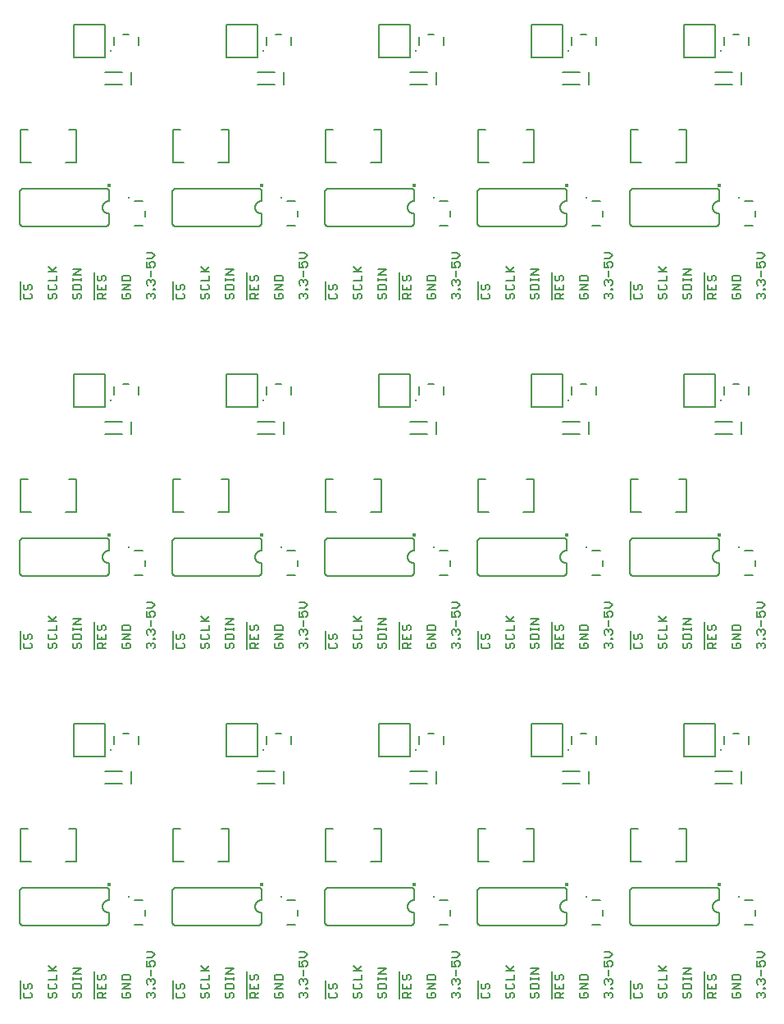
<source format=gto>
G75*
%MOIN*%
%OFA0B0*%
%FSLAX25Y25*%
%IPPOS*%
%LPD*%
%AMOC8*
5,1,8,0,0,1.08239X$1,22.5*
%
%ADD10C,0.00600*%
%ADD11C,0.00800*%
%ADD12C,0.01000*%
%ADD13C,0.01720*%
D10*
X0090433Y0030000D02*
X0090433Y0037366D01*
X0091630Y0035685D02*
X0091630Y0034550D01*
X0092198Y0033983D01*
X0092765Y0033983D01*
X0093332Y0034550D01*
X0093332Y0035685D01*
X0093899Y0036252D01*
X0094466Y0036252D01*
X0095033Y0035685D01*
X0095033Y0034550D01*
X0094466Y0033983D01*
X0094466Y0032569D02*
X0095033Y0032001D01*
X0095033Y0030867D01*
X0094466Y0030300D01*
X0092198Y0030300D01*
X0091630Y0030867D01*
X0091630Y0032001D01*
X0092198Y0032569D01*
X0091630Y0035685D02*
X0092198Y0036252D01*
X0101630Y0035685D02*
X0101630Y0034550D01*
X0102198Y0033983D01*
X0104466Y0033983D01*
X0105033Y0034550D01*
X0105033Y0035685D01*
X0104466Y0036252D01*
X0105033Y0037666D02*
X0105033Y0039935D01*
X0105033Y0041349D02*
X0101630Y0041349D01*
X0103332Y0041917D02*
X0105033Y0043618D01*
X0103899Y0041349D02*
X0101630Y0043618D01*
X0101630Y0037666D02*
X0105033Y0037666D01*
X0102198Y0036252D02*
X0101630Y0035685D01*
X0102198Y0032569D02*
X0101630Y0032001D01*
X0101630Y0030867D01*
X0102198Y0030300D01*
X0102765Y0030300D01*
X0103332Y0030867D01*
X0103332Y0032001D01*
X0103899Y0032569D01*
X0104466Y0032569D01*
X0105033Y0032001D01*
X0105033Y0030867D01*
X0104466Y0030300D01*
X0111630Y0030867D02*
X0112198Y0030300D01*
X0112765Y0030300D01*
X0113332Y0030867D01*
X0113332Y0032001D01*
X0113899Y0032569D01*
X0114466Y0032569D01*
X0115033Y0032001D01*
X0115033Y0030867D01*
X0114466Y0030300D01*
X0111630Y0030867D02*
X0111630Y0032001D01*
X0112198Y0032569D01*
X0111630Y0033983D02*
X0111630Y0035685D01*
X0112198Y0036252D01*
X0114466Y0036252D01*
X0115033Y0035685D01*
X0115033Y0033983D01*
X0111630Y0033983D01*
X0111630Y0037666D02*
X0111630Y0038801D01*
X0111630Y0038233D02*
X0115033Y0038233D01*
X0115033Y0037666D02*
X0115033Y0038801D01*
X0115033Y0040122D02*
X0111630Y0040122D01*
X0115033Y0042390D01*
X0111630Y0042390D01*
X0120433Y0041049D02*
X0120433Y0030000D01*
X0121630Y0030300D02*
X0121630Y0032001D01*
X0122198Y0032569D01*
X0123332Y0032569D01*
X0123899Y0032001D01*
X0123899Y0030300D01*
X0123899Y0031434D02*
X0125033Y0032569D01*
X0125033Y0033983D02*
X0125033Y0036252D01*
X0124466Y0037666D02*
X0125033Y0038233D01*
X0125033Y0039368D01*
X0124466Y0039935D01*
X0123899Y0039935D01*
X0123332Y0039368D01*
X0123332Y0038233D01*
X0122765Y0037666D01*
X0122198Y0037666D01*
X0121630Y0038233D01*
X0121630Y0039368D01*
X0122198Y0039935D01*
X0121630Y0036252D02*
X0121630Y0033983D01*
X0125033Y0033983D01*
X0123332Y0033983D02*
X0123332Y0035117D01*
X0125033Y0030300D02*
X0121630Y0030300D01*
X0131630Y0030867D02*
X0132198Y0030300D01*
X0134466Y0030300D01*
X0135033Y0030867D01*
X0135033Y0032001D01*
X0134466Y0032569D01*
X0133332Y0032569D01*
X0133332Y0031434D01*
X0132198Y0032569D02*
X0131630Y0032001D01*
X0131630Y0030867D01*
X0131630Y0033983D02*
X0135033Y0036252D01*
X0131630Y0036252D01*
X0131630Y0037666D02*
X0131630Y0039368D01*
X0132198Y0039935D01*
X0134466Y0039935D01*
X0135033Y0039368D01*
X0135033Y0037666D01*
X0131630Y0037666D01*
X0131630Y0033983D02*
X0135033Y0033983D01*
X0141630Y0032001D02*
X0141630Y0030867D01*
X0142198Y0030300D01*
X0143332Y0031434D02*
X0143332Y0032001D01*
X0143899Y0032569D01*
X0144466Y0032569D01*
X0145033Y0032001D01*
X0145033Y0030867D01*
X0144466Y0030300D01*
X0143332Y0032001D02*
X0142765Y0032569D01*
X0142198Y0032569D01*
X0141630Y0032001D01*
X0144466Y0033983D02*
X0144466Y0034550D01*
X0145033Y0034550D01*
X0145033Y0033983D01*
X0144466Y0033983D01*
X0144466Y0035825D02*
X0145033Y0036392D01*
X0145033Y0037526D01*
X0144466Y0038093D01*
X0143899Y0038093D01*
X0143332Y0037526D01*
X0143332Y0036959D01*
X0143332Y0037526D02*
X0142765Y0038093D01*
X0142198Y0038093D01*
X0141630Y0037526D01*
X0141630Y0036392D01*
X0142198Y0035825D01*
X0143332Y0039508D02*
X0143332Y0041776D01*
X0143332Y0043191D02*
X0142765Y0044325D01*
X0142765Y0044892D01*
X0143332Y0045460D01*
X0144466Y0045460D01*
X0145033Y0044892D01*
X0145033Y0043758D01*
X0144466Y0043191D01*
X0143332Y0043191D02*
X0141630Y0043191D01*
X0141630Y0045460D01*
X0141630Y0046874D02*
X0143899Y0046874D01*
X0145033Y0048008D01*
X0143899Y0049143D01*
X0141630Y0049143D01*
X0152433Y0037366D02*
X0152433Y0030000D01*
X0153630Y0030867D02*
X0154198Y0030300D01*
X0156466Y0030300D01*
X0157033Y0030867D01*
X0157033Y0032001D01*
X0156466Y0032569D01*
X0156466Y0033983D02*
X0157033Y0034550D01*
X0157033Y0035685D01*
X0156466Y0036252D01*
X0155899Y0036252D01*
X0155332Y0035685D01*
X0155332Y0034550D01*
X0154765Y0033983D01*
X0154198Y0033983D01*
X0153630Y0034550D01*
X0153630Y0035685D01*
X0154198Y0036252D01*
X0154198Y0032569D02*
X0153630Y0032001D01*
X0153630Y0030867D01*
X0163630Y0030867D02*
X0164198Y0030300D01*
X0164765Y0030300D01*
X0165332Y0030867D01*
X0165332Y0032001D01*
X0165899Y0032569D01*
X0166466Y0032569D01*
X0167033Y0032001D01*
X0167033Y0030867D01*
X0166466Y0030300D01*
X0163630Y0030867D02*
X0163630Y0032001D01*
X0164198Y0032569D01*
X0164198Y0033983D02*
X0166466Y0033983D01*
X0167033Y0034550D01*
X0167033Y0035685D01*
X0166466Y0036252D01*
X0167033Y0037666D02*
X0167033Y0039935D01*
X0167033Y0041349D02*
X0163630Y0041349D01*
X0165332Y0041917D02*
X0167033Y0043618D01*
X0165899Y0041349D02*
X0163630Y0043618D01*
X0163630Y0037666D02*
X0167033Y0037666D01*
X0164198Y0036252D02*
X0163630Y0035685D01*
X0163630Y0034550D01*
X0164198Y0033983D01*
X0173630Y0033983D02*
X0173630Y0035685D01*
X0174198Y0036252D01*
X0176466Y0036252D01*
X0177033Y0035685D01*
X0177033Y0033983D01*
X0173630Y0033983D01*
X0174198Y0032569D02*
X0173630Y0032001D01*
X0173630Y0030867D01*
X0174198Y0030300D01*
X0174765Y0030300D01*
X0175332Y0030867D01*
X0175332Y0032001D01*
X0175899Y0032569D01*
X0176466Y0032569D01*
X0177033Y0032001D01*
X0177033Y0030867D01*
X0176466Y0030300D01*
X0177033Y0037666D02*
X0177033Y0038801D01*
X0177033Y0038233D02*
X0173630Y0038233D01*
X0173630Y0037666D02*
X0173630Y0038801D01*
X0173630Y0040122D02*
X0177033Y0042390D01*
X0173630Y0042390D01*
X0173630Y0040122D02*
X0177033Y0040122D01*
X0182433Y0041049D02*
X0182433Y0030000D01*
X0183630Y0030300D02*
X0183630Y0032001D01*
X0184198Y0032569D01*
X0185332Y0032569D01*
X0185899Y0032001D01*
X0185899Y0030300D01*
X0185899Y0031434D02*
X0187033Y0032569D01*
X0187033Y0033983D02*
X0187033Y0036252D01*
X0186466Y0037666D02*
X0187033Y0038233D01*
X0187033Y0039368D01*
X0186466Y0039935D01*
X0185899Y0039935D01*
X0185332Y0039368D01*
X0185332Y0038233D01*
X0184765Y0037666D01*
X0184198Y0037666D01*
X0183630Y0038233D01*
X0183630Y0039368D01*
X0184198Y0039935D01*
X0183630Y0036252D02*
X0183630Y0033983D01*
X0187033Y0033983D01*
X0185332Y0033983D02*
X0185332Y0035117D01*
X0187033Y0030300D02*
X0183630Y0030300D01*
X0193630Y0030867D02*
X0194198Y0030300D01*
X0196466Y0030300D01*
X0197033Y0030867D01*
X0197033Y0032001D01*
X0196466Y0032569D01*
X0195332Y0032569D01*
X0195332Y0031434D01*
X0194198Y0032569D02*
X0193630Y0032001D01*
X0193630Y0030867D01*
X0193630Y0033983D02*
X0197033Y0036252D01*
X0193630Y0036252D01*
X0193630Y0037666D02*
X0193630Y0039368D01*
X0194198Y0039935D01*
X0196466Y0039935D01*
X0197033Y0039368D01*
X0197033Y0037666D01*
X0193630Y0037666D01*
X0193630Y0033983D02*
X0197033Y0033983D01*
X0203630Y0032001D02*
X0203630Y0030867D01*
X0204198Y0030300D01*
X0205332Y0031434D02*
X0205332Y0032001D01*
X0205899Y0032569D01*
X0206466Y0032569D01*
X0207033Y0032001D01*
X0207033Y0030867D01*
X0206466Y0030300D01*
X0205332Y0032001D02*
X0204765Y0032569D01*
X0204198Y0032569D01*
X0203630Y0032001D01*
X0206466Y0033983D02*
X0206466Y0034550D01*
X0207033Y0034550D01*
X0207033Y0033983D01*
X0206466Y0033983D01*
X0206466Y0035825D02*
X0207033Y0036392D01*
X0207033Y0037526D01*
X0206466Y0038093D01*
X0205899Y0038093D01*
X0205332Y0037526D01*
X0205332Y0036959D01*
X0205332Y0037526D02*
X0204765Y0038093D01*
X0204198Y0038093D01*
X0203630Y0037526D01*
X0203630Y0036392D01*
X0204198Y0035825D01*
X0205332Y0039508D02*
X0205332Y0041776D01*
X0205332Y0043191D02*
X0204765Y0044325D01*
X0204765Y0044892D01*
X0205332Y0045460D01*
X0206466Y0045460D01*
X0207033Y0044892D01*
X0207033Y0043758D01*
X0206466Y0043191D01*
X0205332Y0043191D02*
X0203630Y0043191D01*
X0203630Y0045460D01*
X0203630Y0046874D02*
X0205899Y0046874D01*
X0207033Y0048008D01*
X0205899Y0049143D01*
X0203630Y0049143D01*
X0214433Y0037366D02*
X0214433Y0030000D01*
X0215630Y0030867D02*
X0216198Y0030300D01*
X0218466Y0030300D01*
X0219033Y0030867D01*
X0219033Y0032001D01*
X0218466Y0032569D01*
X0218466Y0033983D02*
X0219033Y0034550D01*
X0219033Y0035685D01*
X0218466Y0036252D01*
X0217899Y0036252D01*
X0217332Y0035685D01*
X0217332Y0034550D01*
X0216765Y0033983D01*
X0216198Y0033983D01*
X0215630Y0034550D01*
X0215630Y0035685D01*
X0216198Y0036252D01*
X0216198Y0032569D02*
X0215630Y0032001D01*
X0215630Y0030867D01*
X0225630Y0030867D02*
X0226198Y0030300D01*
X0226765Y0030300D01*
X0227332Y0030867D01*
X0227332Y0032001D01*
X0227899Y0032569D01*
X0228466Y0032569D01*
X0229033Y0032001D01*
X0229033Y0030867D01*
X0228466Y0030300D01*
X0225630Y0030867D02*
X0225630Y0032001D01*
X0226198Y0032569D01*
X0226198Y0033983D02*
X0228466Y0033983D01*
X0229033Y0034550D01*
X0229033Y0035685D01*
X0228466Y0036252D01*
X0229033Y0037666D02*
X0229033Y0039935D01*
X0229033Y0041349D02*
X0225630Y0041349D01*
X0227332Y0041917D02*
X0229033Y0043618D01*
X0227899Y0041349D02*
X0225630Y0043618D01*
X0225630Y0037666D02*
X0229033Y0037666D01*
X0226198Y0036252D02*
X0225630Y0035685D01*
X0225630Y0034550D01*
X0226198Y0033983D01*
X0235630Y0033983D02*
X0235630Y0035685D01*
X0236198Y0036252D01*
X0238466Y0036252D01*
X0239033Y0035685D01*
X0239033Y0033983D01*
X0235630Y0033983D01*
X0236198Y0032569D02*
X0235630Y0032001D01*
X0235630Y0030867D01*
X0236198Y0030300D01*
X0236765Y0030300D01*
X0237332Y0030867D01*
X0237332Y0032001D01*
X0237899Y0032569D01*
X0238466Y0032569D01*
X0239033Y0032001D01*
X0239033Y0030867D01*
X0238466Y0030300D01*
X0239033Y0037666D02*
X0239033Y0038801D01*
X0239033Y0038233D02*
X0235630Y0038233D01*
X0235630Y0037666D02*
X0235630Y0038801D01*
X0235630Y0040122D02*
X0239033Y0042390D01*
X0235630Y0042390D01*
X0235630Y0040122D02*
X0239033Y0040122D01*
X0244433Y0041049D02*
X0244433Y0030000D01*
X0245630Y0030300D02*
X0245630Y0032001D01*
X0246198Y0032569D01*
X0247332Y0032569D01*
X0247899Y0032001D01*
X0247899Y0030300D01*
X0247899Y0031434D02*
X0249033Y0032569D01*
X0249033Y0033983D02*
X0249033Y0036252D01*
X0248466Y0037666D02*
X0249033Y0038233D01*
X0249033Y0039368D01*
X0248466Y0039935D01*
X0247899Y0039935D01*
X0247332Y0039368D01*
X0247332Y0038233D01*
X0246765Y0037666D01*
X0246198Y0037666D01*
X0245630Y0038233D01*
X0245630Y0039368D01*
X0246198Y0039935D01*
X0245630Y0036252D02*
X0245630Y0033983D01*
X0249033Y0033983D01*
X0247332Y0033983D02*
X0247332Y0035117D01*
X0249033Y0030300D02*
X0245630Y0030300D01*
X0255630Y0030867D02*
X0256198Y0030300D01*
X0258466Y0030300D01*
X0259033Y0030867D01*
X0259033Y0032001D01*
X0258466Y0032569D01*
X0257332Y0032569D01*
X0257332Y0031434D01*
X0256198Y0032569D02*
X0255630Y0032001D01*
X0255630Y0030867D01*
X0255630Y0033983D02*
X0259033Y0036252D01*
X0255630Y0036252D01*
X0255630Y0037666D02*
X0255630Y0039368D01*
X0256198Y0039935D01*
X0258466Y0039935D01*
X0259033Y0039368D01*
X0259033Y0037666D01*
X0255630Y0037666D01*
X0255630Y0033983D02*
X0259033Y0033983D01*
X0265630Y0032001D02*
X0265630Y0030867D01*
X0266198Y0030300D01*
X0267332Y0031434D02*
X0267332Y0032001D01*
X0267899Y0032569D01*
X0268466Y0032569D01*
X0269033Y0032001D01*
X0269033Y0030867D01*
X0268466Y0030300D01*
X0267332Y0032001D02*
X0266765Y0032569D01*
X0266198Y0032569D01*
X0265630Y0032001D01*
X0268466Y0033983D02*
X0268466Y0034550D01*
X0269033Y0034550D01*
X0269033Y0033983D01*
X0268466Y0033983D01*
X0268466Y0035825D02*
X0269033Y0036392D01*
X0269033Y0037526D01*
X0268466Y0038093D01*
X0267899Y0038093D01*
X0267332Y0037526D01*
X0267332Y0036959D01*
X0267332Y0037526D02*
X0266765Y0038093D01*
X0266198Y0038093D01*
X0265630Y0037526D01*
X0265630Y0036392D01*
X0266198Y0035825D01*
X0267332Y0039508D02*
X0267332Y0041776D01*
X0267332Y0043191D02*
X0266765Y0044325D01*
X0266765Y0044892D01*
X0267332Y0045460D01*
X0268466Y0045460D01*
X0269033Y0044892D01*
X0269033Y0043758D01*
X0268466Y0043191D01*
X0267332Y0043191D02*
X0265630Y0043191D01*
X0265630Y0045460D01*
X0265630Y0046874D02*
X0267899Y0046874D01*
X0269033Y0048008D01*
X0267899Y0049143D01*
X0265630Y0049143D01*
X0276433Y0037366D02*
X0276433Y0030000D01*
X0277630Y0030867D02*
X0278198Y0030300D01*
X0280466Y0030300D01*
X0281033Y0030867D01*
X0281033Y0032001D01*
X0280466Y0032569D01*
X0280466Y0033983D02*
X0281033Y0034550D01*
X0281033Y0035685D01*
X0280466Y0036252D01*
X0279899Y0036252D01*
X0279332Y0035685D01*
X0279332Y0034550D01*
X0278765Y0033983D01*
X0278198Y0033983D01*
X0277630Y0034550D01*
X0277630Y0035685D01*
X0278198Y0036252D01*
X0278198Y0032569D02*
X0277630Y0032001D01*
X0277630Y0030867D01*
X0287630Y0030867D02*
X0288198Y0030300D01*
X0288765Y0030300D01*
X0289332Y0030867D01*
X0289332Y0032001D01*
X0289899Y0032569D01*
X0290466Y0032569D01*
X0291033Y0032001D01*
X0291033Y0030867D01*
X0290466Y0030300D01*
X0287630Y0030867D02*
X0287630Y0032001D01*
X0288198Y0032569D01*
X0288198Y0033983D02*
X0290466Y0033983D01*
X0291033Y0034550D01*
X0291033Y0035685D01*
X0290466Y0036252D01*
X0291033Y0037666D02*
X0291033Y0039935D01*
X0291033Y0041349D02*
X0287630Y0041349D01*
X0289332Y0041917D02*
X0291033Y0043618D01*
X0289899Y0041349D02*
X0287630Y0043618D01*
X0287630Y0037666D02*
X0291033Y0037666D01*
X0288198Y0036252D02*
X0287630Y0035685D01*
X0287630Y0034550D01*
X0288198Y0033983D01*
X0297630Y0033983D02*
X0297630Y0035685D01*
X0298198Y0036252D01*
X0300466Y0036252D01*
X0301033Y0035685D01*
X0301033Y0033983D01*
X0297630Y0033983D01*
X0298198Y0032569D02*
X0297630Y0032001D01*
X0297630Y0030867D01*
X0298198Y0030300D01*
X0298765Y0030300D01*
X0299332Y0030867D01*
X0299332Y0032001D01*
X0299899Y0032569D01*
X0300466Y0032569D01*
X0301033Y0032001D01*
X0301033Y0030867D01*
X0300466Y0030300D01*
X0306433Y0030000D02*
X0306433Y0041049D01*
X0307630Y0039368D02*
X0307630Y0038233D01*
X0308198Y0037666D01*
X0308765Y0037666D01*
X0309332Y0038233D01*
X0309332Y0039368D01*
X0309899Y0039935D01*
X0310466Y0039935D01*
X0311033Y0039368D01*
X0311033Y0038233D01*
X0310466Y0037666D01*
X0311033Y0036252D02*
X0311033Y0033983D01*
X0307630Y0033983D01*
X0307630Y0036252D01*
X0309332Y0035117D02*
X0309332Y0033983D01*
X0309332Y0032569D02*
X0309899Y0032001D01*
X0309899Y0030300D01*
X0309899Y0031434D02*
X0311033Y0032569D01*
X0309332Y0032569D02*
X0308198Y0032569D01*
X0307630Y0032001D01*
X0307630Y0030300D01*
X0311033Y0030300D01*
X0317630Y0030867D02*
X0318198Y0030300D01*
X0320466Y0030300D01*
X0321033Y0030867D01*
X0321033Y0032001D01*
X0320466Y0032569D01*
X0319332Y0032569D01*
X0319332Y0031434D01*
X0318198Y0032569D02*
X0317630Y0032001D01*
X0317630Y0030867D01*
X0317630Y0033983D02*
X0321033Y0036252D01*
X0317630Y0036252D01*
X0317630Y0037666D02*
X0317630Y0039368D01*
X0318198Y0039935D01*
X0320466Y0039935D01*
X0321033Y0039368D01*
X0321033Y0037666D01*
X0317630Y0037666D01*
X0317630Y0033983D02*
X0321033Y0033983D01*
X0327630Y0032001D02*
X0327630Y0030867D01*
X0328198Y0030300D01*
X0329332Y0031434D02*
X0329332Y0032001D01*
X0329899Y0032569D01*
X0330466Y0032569D01*
X0331033Y0032001D01*
X0331033Y0030867D01*
X0330466Y0030300D01*
X0329332Y0032001D02*
X0328765Y0032569D01*
X0328198Y0032569D01*
X0327630Y0032001D01*
X0330466Y0033983D02*
X0330466Y0034550D01*
X0331033Y0034550D01*
X0331033Y0033983D01*
X0330466Y0033983D01*
X0330466Y0035825D02*
X0331033Y0036392D01*
X0331033Y0037526D01*
X0330466Y0038093D01*
X0329899Y0038093D01*
X0329332Y0037526D01*
X0329332Y0036959D01*
X0329332Y0037526D02*
X0328765Y0038093D01*
X0328198Y0038093D01*
X0327630Y0037526D01*
X0327630Y0036392D01*
X0328198Y0035825D01*
X0329332Y0039508D02*
X0329332Y0041776D01*
X0329332Y0043191D02*
X0328765Y0044325D01*
X0328765Y0044892D01*
X0329332Y0045460D01*
X0330466Y0045460D01*
X0331033Y0044892D01*
X0331033Y0043758D01*
X0330466Y0043191D01*
X0329332Y0043191D02*
X0327630Y0043191D01*
X0327630Y0045460D01*
X0327630Y0046874D02*
X0329899Y0046874D01*
X0331033Y0048008D01*
X0329899Y0049143D01*
X0327630Y0049143D01*
X0338433Y0037366D02*
X0338433Y0030000D01*
X0339630Y0030867D02*
X0340198Y0030300D01*
X0342466Y0030300D01*
X0343033Y0030867D01*
X0343033Y0032001D01*
X0342466Y0032569D01*
X0342466Y0033983D02*
X0343033Y0034550D01*
X0343033Y0035685D01*
X0342466Y0036252D01*
X0341899Y0036252D01*
X0341332Y0035685D01*
X0341332Y0034550D01*
X0340765Y0033983D01*
X0340198Y0033983D01*
X0339630Y0034550D01*
X0339630Y0035685D01*
X0340198Y0036252D01*
X0340198Y0032569D02*
X0339630Y0032001D01*
X0339630Y0030867D01*
X0349630Y0030867D02*
X0350198Y0030300D01*
X0350765Y0030300D01*
X0351332Y0030867D01*
X0351332Y0032001D01*
X0351899Y0032569D01*
X0352466Y0032569D01*
X0353033Y0032001D01*
X0353033Y0030867D01*
X0352466Y0030300D01*
X0349630Y0030867D02*
X0349630Y0032001D01*
X0350198Y0032569D01*
X0350198Y0033983D02*
X0352466Y0033983D01*
X0353033Y0034550D01*
X0353033Y0035685D01*
X0352466Y0036252D01*
X0353033Y0037666D02*
X0353033Y0039935D01*
X0353033Y0041349D02*
X0349630Y0041349D01*
X0351332Y0041917D02*
X0353033Y0043618D01*
X0351899Y0041349D02*
X0349630Y0043618D01*
X0349630Y0037666D02*
X0353033Y0037666D01*
X0350198Y0036252D02*
X0349630Y0035685D01*
X0349630Y0034550D01*
X0350198Y0033983D01*
X0359630Y0033983D02*
X0359630Y0035685D01*
X0360198Y0036252D01*
X0362466Y0036252D01*
X0363033Y0035685D01*
X0363033Y0033983D01*
X0359630Y0033983D01*
X0360198Y0032569D02*
X0359630Y0032001D01*
X0359630Y0030867D01*
X0360198Y0030300D01*
X0360765Y0030300D01*
X0361332Y0030867D01*
X0361332Y0032001D01*
X0361899Y0032569D01*
X0362466Y0032569D01*
X0363033Y0032001D01*
X0363033Y0030867D01*
X0362466Y0030300D01*
X0368433Y0030000D02*
X0368433Y0041049D01*
X0369630Y0039368D02*
X0369630Y0038233D01*
X0370198Y0037666D01*
X0370765Y0037666D01*
X0371332Y0038233D01*
X0371332Y0039368D01*
X0371899Y0039935D01*
X0372466Y0039935D01*
X0373033Y0039368D01*
X0373033Y0038233D01*
X0372466Y0037666D01*
X0373033Y0036252D02*
X0373033Y0033983D01*
X0369630Y0033983D01*
X0369630Y0036252D01*
X0371332Y0035117D02*
X0371332Y0033983D01*
X0371332Y0032569D02*
X0371899Y0032001D01*
X0371899Y0030300D01*
X0371899Y0031434D02*
X0373033Y0032569D01*
X0371332Y0032569D02*
X0370198Y0032569D01*
X0369630Y0032001D01*
X0369630Y0030300D01*
X0373033Y0030300D01*
X0379630Y0030867D02*
X0380198Y0030300D01*
X0382466Y0030300D01*
X0383033Y0030867D01*
X0383033Y0032001D01*
X0382466Y0032569D01*
X0381332Y0032569D01*
X0381332Y0031434D01*
X0380198Y0032569D02*
X0379630Y0032001D01*
X0379630Y0030867D01*
X0379630Y0033983D02*
X0383033Y0036252D01*
X0379630Y0036252D01*
X0379630Y0037666D02*
X0379630Y0039368D01*
X0380198Y0039935D01*
X0382466Y0039935D01*
X0383033Y0039368D01*
X0383033Y0037666D01*
X0379630Y0037666D01*
X0379630Y0033983D02*
X0383033Y0033983D01*
X0389630Y0032001D02*
X0389630Y0030867D01*
X0390198Y0030300D01*
X0391332Y0031434D02*
X0391332Y0032001D01*
X0391899Y0032569D01*
X0392466Y0032569D01*
X0393033Y0032001D01*
X0393033Y0030867D01*
X0392466Y0030300D01*
X0391332Y0032001D02*
X0390765Y0032569D01*
X0390198Y0032569D01*
X0389630Y0032001D01*
X0392466Y0033983D02*
X0392466Y0034550D01*
X0393033Y0034550D01*
X0393033Y0033983D01*
X0392466Y0033983D01*
X0392466Y0035825D02*
X0393033Y0036392D01*
X0393033Y0037526D01*
X0392466Y0038093D01*
X0391899Y0038093D01*
X0391332Y0037526D01*
X0391332Y0036959D01*
X0391332Y0037526D02*
X0390765Y0038093D01*
X0390198Y0038093D01*
X0389630Y0037526D01*
X0389630Y0036392D01*
X0390198Y0035825D01*
X0391332Y0039508D02*
X0391332Y0041776D01*
X0391332Y0043191D02*
X0390765Y0044325D01*
X0390765Y0044892D01*
X0391332Y0045460D01*
X0392466Y0045460D01*
X0393033Y0044892D01*
X0393033Y0043758D01*
X0392466Y0043191D01*
X0391332Y0043191D02*
X0389630Y0043191D01*
X0389630Y0045460D01*
X0389630Y0046874D02*
X0391899Y0046874D01*
X0393033Y0048008D01*
X0391899Y0049143D01*
X0389630Y0049143D01*
X0370198Y0039935D02*
X0369630Y0039368D01*
X0363033Y0038801D02*
X0363033Y0037666D01*
X0363033Y0038233D02*
X0359630Y0038233D01*
X0359630Y0037666D02*
X0359630Y0038801D01*
X0359630Y0040122D02*
X0363033Y0042390D01*
X0359630Y0042390D01*
X0359630Y0040122D02*
X0363033Y0040122D01*
X0308198Y0039935D02*
X0307630Y0039368D01*
X0301033Y0038801D02*
X0301033Y0037666D01*
X0301033Y0038233D02*
X0297630Y0038233D01*
X0297630Y0037666D02*
X0297630Y0038801D01*
X0297630Y0040122D02*
X0301033Y0042390D01*
X0297630Y0042390D01*
X0297630Y0040122D02*
X0301033Y0040122D01*
X0306433Y0172000D02*
X0306433Y0183049D01*
X0307630Y0181368D02*
X0307630Y0180233D01*
X0308198Y0179666D01*
X0308765Y0179666D01*
X0309332Y0180233D01*
X0309332Y0181368D01*
X0309899Y0181935D01*
X0310466Y0181935D01*
X0311033Y0181368D01*
X0311033Y0180233D01*
X0310466Y0179666D01*
X0311033Y0178252D02*
X0311033Y0175983D01*
X0307630Y0175983D01*
X0307630Y0178252D01*
X0309332Y0177117D02*
X0309332Y0175983D01*
X0309332Y0174569D02*
X0309899Y0174001D01*
X0309899Y0172300D01*
X0309899Y0173434D02*
X0311033Y0174569D01*
X0309332Y0174569D02*
X0308198Y0174569D01*
X0307630Y0174001D01*
X0307630Y0172300D01*
X0311033Y0172300D01*
X0307630Y0181368D02*
X0308198Y0181935D01*
X0301033Y0182122D02*
X0297630Y0182122D01*
X0301033Y0184390D01*
X0297630Y0184390D01*
X0297630Y0180801D02*
X0297630Y0179666D01*
X0297630Y0180233D02*
X0301033Y0180233D01*
X0301033Y0179666D02*
X0301033Y0180801D01*
X0300466Y0178252D02*
X0298198Y0178252D01*
X0297630Y0177685D01*
X0297630Y0175983D01*
X0301033Y0175983D01*
X0301033Y0177685D01*
X0300466Y0178252D01*
X0300466Y0174569D02*
X0301033Y0174001D01*
X0301033Y0172867D01*
X0300466Y0172300D01*
X0299332Y0172867D02*
X0299332Y0174001D01*
X0299899Y0174569D01*
X0300466Y0174569D01*
X0299332Y0172867D02*
X0298765Y0172300D01*
X0298198Y0172300D01*
X0297630Y0172867D01*
X0297630Y0174001D01*
X0298198Y0174569D01*
X0291033Y0174001D02*
X0291033Y0172867D01*
X0290466Y0172300D01*
X0289332Y0172867D02*
X0289332Y0174001D01*
X0289899Y0174569D01*
X0290466Y0174569D01*
X0291033Y0174001D01*
X0289332Y0172867D02*
X0288765Y0172300D01*
X0288198Y0172300D01*
X0287630Y0172867D01*
X0287630Y0174001D01*
X0288198Y0174569D01*
X0288198Y0175983D02*
X0290466Y0175983D01*
X0291033Y0176550D01*
X0291033Y0177685D01*
X0290466Y0178252D01*
X0291033Y0179666D02*
X0291033Y0181935D01*
X0291033Y0183349D02*
X0287630Y0183349D01*
X0289332Y0183917D02*
X0291033Y0185618D01*
X0289899Y0183349D02*
X0287630Y0185618D01*
X0287630Y0179666D02*
X0291033Y0179666D01*
X0288198Y0178252D02*
X0287630Y0177685D01*
X0287630Y0176550D01*
X0288198Y0175983D01*
X0281033Y0176550D02*
X0280466Y0175983D01*
X0281033Y0176550D02*
X0281033Y0177685D01*
X0280466Y0178252D01*
X0279899Y0178252D01*
X0279332Y0177685D01*
X0279332Y0176550D01*
X0278765Y0175983D01*
X0278198Y0175983D01*
X0277630Y0176550D01*
X0277630Y0177685D01*
X0278198Y0178252D01*
X0276433Y0179366D02*
X0276433Y0172000D01*
X0277630Y0172867D02*
X0278198Y0172300D01*
X0280466Y0172300D01*
X0281033Y0172867D01*
X0281033Y0174001D01*
X0280466Y0174569D01*
X0278198Y0174569D02*
X0277630Y0174001D01*
X0277630Y0172867D01*
X0269033Y0172867D02*
X0268466Y0172300D01*
X0269033Y0172867D02*
X0269033Y0174001D01*
X0268466Y0174569D01*
X0267899Y0174569D01*
X0267332Y0174001D01*
X0267332Y0173434D01*
X0267332Y0174001D02*
X0266765Y0174569D01*
X0266198Y0174569D01*
X0265630Y0174001D01*
X0265630Y0172867D01*
X0266198Y0172300D01*
X0268466Y0175983D02*
X0268466Y0176550D01*
X0269033Y0176550D01*
X0269033Y0175983D01*
X0268466Y0175983D01*
X0268466Y0177825D02*
X0269033Y0178392D01*
X0269033Y0179526D01*
X0268466Y0180093D01*
X0267899Y0180093D01*
X0267332Y0179526D01*
X0267332Y0178959D01*
X0267332Y0179526D02*
X0266765Y0180093D01*
X0266198Y0180093D01*
X0265630Y0179526D01*
X0265630Y0178392D01*
X0266198Y0177825D01*
X0267332Y0181508D02*
X0267332Y0183776D01*
X0267332Y0185191D02*
X0266765Y0186325D01*
X0266765Y0186892D01*
X0267332Y0187460D01*
X0268466Y0187460D01*
X0269033Y0186892D01*
X0269033Y0185758D01*
X0268466Y0185191D01*
X0267332Y0185191D02*
X0265630Y0185191D01*
X0265630Y0187460D01*
X0265630Y0188874D02*
X0267899Y0188874D01*
X0269033Y0190008D01*
X0267899Y0191143D01*
X0265630Y0191143D01*
X0258466Y0181935D02*
X0256198Y0181935D01*
X0255630Y0181368D01*
X0255630Y0179666D01*
X0259033Y0179666D01*
X0259033Y0181368D01*
X0258466Y0181935D01*
X0259033Y0178252D02*
X0255630Y0178252D01*
X0255630Y0175983D02*
X0259033Y0178252D01*
X0259033Y0175983D02*
X0255630Y0175983D01*
X0256198Y0174569D02*
X0255630Y0174001D01*
X0255630Y0172867D01*
X0256198Y0172300D01*
X0258466Y0172300D01*
X0259033Y0172867D01*
X0259033Y0174001D01*
X0258466Y0174569D01*
X0257332Y0174569D01*
X0257332Y0173434D01*
X0249033Y0172300D02*
X0245630Y0172300D01*
X0245630Y0174001D01*
X0246198Y0174569D01*
X0247332Y0174569D01*
X0247899Y0174001D01*
X0247899Y0172300D01*
X0247899Y0173434D02*
X0249033Y0174569D01*
X0249033Y0175983D02*
X0249033Y0178252D01*
X0248466Y0179666D02*
X0249033Y0180233D01*
X0249033Y0181368D01*
X0248466Y0181935D01*
X0247899Y0181935D01*
X0247332Y0181368D01*
X0247332Y0180233D01*
X0246765Y0179666D01*
X0246198Y0179666D01*
X0245630Y0180233D01*
X0245630Y0181368D01*
X0246198Y0181935D01*
X0244433Y0183049D02*
X0244433Y0172000D01*
X0245630Y0175983D02*
X0249033Y0175983D01*
X0247332Y0175983D02*
X0247332Y0177117D01*
X0245630Y0178252D02*
X0245630Y0175983D01*
X0239033Y0175983D02*
X0239033Y0177685D01*
X0238466Y0178252D01*
X0236198Y0178252D01*
X0235630Y0177685D01*
X0235630Y0175983D01*
X0239033Y0175983D01*
X0238466Y0174569D02*
X0239033Y0174001D01*
X0239033Y0172867D01*
X0238466Y0172300D01*
X0237332Y0172867D02*
X0237332Y0174001D01*
X0237899Y0174569D01*
X0238466Y0174569D01*
X0237332Y0172867D02*
X0236765Y0172300D01*
X0236198Y0172300D01*
X0235630Y0172867D01*
X0235630Y0174001D01*
X0236198Y0174569D01*
X0235630Y0179666D02*
X0235630Y0180801D01*
X0235630Y0180233D02*
X0239033Y0180233D01*
X0239033Y0179666D02*
X0239033Y0180801D01*
X0239033Y0182122D02*
X0235630Y0182122D01*
X0239033Y0184390D01*
X0235630Y0184390D01*
X0229033Y0183349D02*
X0225630Y0183349D01*
X0227332Y0183917D02*
X0229033Y0185618D01*
X0227899Y0183349D02*
X0225630Y0185618D01*
X0229033Y0181935D02*
X0229033Y0179666D01*
X0225630Y0179666D01*
X0226198Y0178252D02*
X0225630Y0177685D01*
X0225630Y0176550D01*
X0226198Y0175983D01*
X0228466Y0175983D01*
X0229033Y0176550D01*
X0229033Y0177685D01*
X0228466Y0178252D01*
X0228466Y0174569D02*
X0229033Y0174001D01*
X0229033Y0172867D01*
X0228466Y0172300D01*
X0227332Y0172867D02*
X0227332Y0174001D01*
X0227899Y0174569D01*
X0228466Y0174569D01*
X0227332Y0172867D02*
X0226765Y0172300D01*
X0226198Y0172300D01*
X0225630Y0172867D01*
X0225630Y0174001D01*
X0226198Y0174569D01*
X0219033Y0174001D02*
X0218466Y0174569D01*
X0219033Y0174001D02*
X0219033Y0172867D01*
X0218466Y0172300D01*
X0216198Y0172300D01*
X0215630Y0172867D01*
X0215630Y0174001D01*
X0216198Y0174569D01*
X0216198Y0175983D02*
X0216765Y0175983D01*
X0217332Y0176550D01*
X0217332Y0177685D01*
X0217899Y0178252D01*
X0218466Y0178252D01*
X0219033Y0177685D01*
X0219033Y0176550D01*
X0218466Y0175983D01*
X0216198Y0175983D02*
X0215630Y0176550D01*
X0215630Y0177685D01*
X0216198Y0178252D01*
X0214433Y0179366D02*
X0214433Y0172000D01*
X0207033Y0172867D02*
X0206466Y0172300D01*
X0207033Y0172867D02*
X0207033Y0174001D01*
X0206466Y0174569D01*
X0205899Y0174569D01*
X0205332Y0174001D01*
X0205332Y0173434D01*
X0205332Y0174001D02*
X0204765Y0174569D01*
X0204198Y0174569D01*
X0203630Y0174001D01*
X0203630Y0172867D01*
X0204198Y0172300D01*
X0206466Y0175983D02*
X0206466Y0176550D01*
X0207033Y0176550D01*
X0207033Y0175983D01*
X0206466Y0175983D01*
X0206466Y0177825D02*
X0207033Y0178392D01*
X0207033Y0179526D01*
X0206466Y0180093D01*
X0205899Y0180093D01*
X0205332Y0179526D01*
X0205332Y0178959D01*
X0205332Y0179526D02*
X0204765Y0180093D01*
X0204198Y0180093D01*
X0203630Y0179526D01*
X0203630Y0178392D01*
X0204198Y0177825D01*
X0205332Y0181508D02*
X0205332Y0183776D01*
X0205332Y0185191D02*
X0204765Y0186325D01*
X0204765Y0186892D01*
X0205332Y0187460D01*
X0206466Y0187460D01*
X0207033Y0186892D01*
X0207033Y0185758D01*
X0206466Y0185191D01*
X0205332Y0185191D02*
X0203630Y0185191D01*
X0203630Y0187460D01*
X0203630Y0188874D02*
X0205899Y0188874D01*
X0207033Y0190008D01*
X0205899Y0191143D01*
X0203630Y0191143D01*
X0196466Y0181935D02*
X0194198Y0181935D01*
X0193630Y0181368D01*
X0193630Y0179666D01*
X0197033Y0179666D01*
X0197033Y0181368D01*
X0196466Y0181935D01*
X0197033Y0178252D02*
X0193630Y0178252D01*
X0193630Y0175983D02*
X0197033Y0178252D01*
X0197033Y0175983D02*
X0193630Y0175983D01*
X0194198Y0174569D02*
X0193630Y0174001D01*
X0193630Y0172867D01*
X0194198Y0172300D01*
X0196466Y0172300D01*
X0197033Y0172867D01*
X0197033Y0174001D01*
X0196466Y0174569D01*
X0195332Y0174569D01*
X0195332Y0173434D01*
X0187033Y0172300D02*
X0183630Y0172300D01*
X0183630Y0174001D01*
X0184198Y0174569D01*
X0185332Y0174569D01*
X0185899Y0174001D01*
X0185899Y0172300D01*
X0185899Y0173434D02*
X0187033Y0174569D01*
X0187033Y0175983D02*
X0187033Y0178252D01*
X0186466Y0179666D02*
X0187033Y0180233D01*
X0187033Y0181368D01*
X0186466Y0181935D01*
X0185899Y0181935D01*
X0185332Y0181368D01*
X0185332Y0180233D01*
X0184765Y0179666D01*
X0184198Y0179666D01*
X0183630Y0180233D01*
X0183630Y0181368D01*
X0184198Y0181935D01*
X0182433Y0183049D02*
X0182433Y0172000D01*
X0183630Y0175983D02*
X0187033Y0175983D01*
X0185332Y0175983D02*
X0185332Y0177117D01*
X0183630Y0178252D02*
X0183630Y0175983D01*
X0177033Y0175983D02*
X0177033Y0177685D01*
X0176466Y0178252D01*
X0174198Y0178252D01*
X0173630Y0177685D01*
X0173630Y0175983D01*
X0177033Y0175983D01*
X0176466Y0174569D02*
X0177033Y0174001D01*
X0177033Y0172867D01*
X0176466Y0172300D01*
X0175332Y0172867D02*
X0175332Y0174001D01*
X0175899Y0174569D01*
X0176466Y0174569D01*
X0175332Y0172867D02*
X0174765Y0172300D01*
X0174198Y0172300D01*
X0173630Y0172867D01*
X0173630Y0174001D01*
X0174198Y0174569D01*
X0173630Y0179666D02*
X0173630Y0180801D01*
X0173630Y0180233D02*
X0177033Y0180233D01*
X0177033Y0179666D02*
X0177033Y0180801D01*
X0177033Y0182122D02*
X0173630Y0182122D01*
X0177033Y0184390D01*
X0173630Y0184390D01*
X0167033Y0183349D02*
X0163630Y0183349D01*
X0165332Y0183917D02*
X0167033Y0185618D01*
X0165899Y0183349D02*
X0163630Y0185618D01*
X0167033Y0181935D02*
X0167033Y0179666D01*
X0163630Y0179666D01*
X0164198Y0178252D02*
X0163630Y0177685D01*
X0163630Y0176550D01*
X0164198Y0175983D01*
X0166466Y0175983D01*
X0167033Y0176550D01*
X0167033Y0177685D01*
X0166466Y0178252D01*
X0166466Y0174569D02*
X0167033Y0174001D01*
X0167033Y0172867D01*
X0166466Y0172300D01*
X0165332Y0172867D02*
X0165332Y0174001D01*
X0165899Y0174569D01*
X0166466Y0174569D01*
X0165332Y0172867D02*
X0164765Y0172300D01*
X0164198Y0172300D01*
X0163630Y0172867D01*
X0163630Y0174001D01*
X0164198Y0174569D01*
X0157033Y0174001D02*
X0156466Y0174569D01*
X0157033Y0174001D02*
X0157033Y0172867D01*
X0156466Y0172300D01*
X0154198Y0172300D01*
X0153630Y0172867D01*
X0153630Y0174001D01*
X0154198Y0174569D01*
X0154198Y0175983D02*
X0154765Y0175983D01*
X0155332Y0176550D01*
X0155332Y0177685D01*
X0155899Y0178252D01*
X0156466Y0178252D01*
X0157033Y0177685D01*
X0157033Y0176550D01*
X0156466Y0175983D01*
X0154198Y0175983D02*
X0153630Y0176550D01*
X0153630Y0177685D01*
X0154198Y0178252D01*
X0152433Y0179366D02*
X0152433Y0172000D01*
X0145033Y0172867D02*
X0144466Y0172300D01*
X0145033Y0172867D02*
X0145033Y0174001D01*
X0144466Y0174569D01*
X0143899Y0174569D01*
X0143332Y0174001D01*
X0143332Y0173434D01*
X0143332Y0174001D02*
X0142765Y0174569D01*
X0142198Y0174569D01*
X0141630Y0174001D01*
X0141630Y0172867D01*
X0142198Y0172300D01*
X0144466Y0175983D02*
X0144466Y0176550D01*
X0145033Y0176550D01*
X0145033Y0175983D01*
X0144466Y0175983D01*
X0144466Y0177825D02*
X0145033Y0178392D01*
X0145033Y0179526D01*
X0144466Y0180093D01*
X0143899Y0180093D01*
X0143332Y0179526D01*
X0143332Y0178959D01*
X0143332Y0179526D02*
X0142765Y0180093D01*
X0142198Y0180093D01*
X0141630Y0179526D01*
X0141630Y0178392D01*
X0142198Y0177825D01*
X0143332Y0181508D02*
X0143332Y0183776D01*
X0143332Y0185191D02*
X0142765Y0186325D01*
X0142765Y0186892D01*
X0143332Y0187460D01*
X0144466Y0187460D01*
X0145033Y0186892D01*
X0145033Y0185758D01*
X0144466Y0185191D01*
X0143332Y0185191D02*
X0141630Y0185191D01*
X0141630Y0187460D01*
X0141630Y0188874D02*
X0143899Y0188874D01*
X0145033Y0190008D01*
X0143899Y0191143D01*
X0141630Y0191143D01*
X0134466Y0181935D02*
X0132198Y0181935D01*
X0131630Y0181368D01*
X0131630Y0179666D01*
X0135033Y0179666D01*
X0135033Y0181368D01*
X0134466Y0181935D01*
X0135033Y0178252D02*
X0131630Y0178252D01*
X0131630Y0175983D02*
X0135033Y0178252D01*
X0135033Y0175983D02*
X0131630Y0175983D01*
X0132198Y0174569D02*
X0131630Y0174001D01*
X0131630Y0172867D01*
X0132198Y0172300D01*
X0134466Y0172300D01*
X0135033Y0172867D01*
X0135033Y0174001D01*
X0134466Y0174569D01*
X0133332Y0174569D01*
X0133332Y0173434D01*
X0125033Y0172300D02*
X0121630Y0172300D01*
X0121630Y0174001D01*
X0122198Y0174569D01*
X0123332Y0174569D01*
X0123899Y0174001D01*
X0123899Y0172300D01*
X0123899Y0173434D02*
X0125033Y0174569D01*
X0125033Y0175983D02*
X0125033Y0178252D01*
X0124466Y0179666D02*
X0125033Y0180233D01*
X0125033Y0181368D01*
X0124466Y0181935D01*
X0123899Y0181935D01*
X0123332Y0181368D01*
X0123332Y0180233D01*
X0122765Y0179666D01*
X0122198Y0179666D01*
X0121630Y0180233D01*
X0121630Y0181368D01*
X0122198Y0181935D01*
X0120433Y0183049D02*
X0120433Y0172000D01*
X0121630Y0175983D02*
X0125033Y0175983D01*
X0123332Y0175983D02*
X0123332Y0177117D01*
X0121630Y0178252D02*
X0121630Y0175983D01*
X0115033Y0175983D02*
X0115033Y0177685D01*
X0114466Y0178252D01*
X0112198Y0178252D01*
X0111630Y0177685D01*
X0111630Y0175983D01*
X0115033Y0175983D01*
X0114466Y0174569D02*
X0115033Y0174001D01*
X0115033Y0172867D01*
X0114466Y0172300D01*
X0113332Y0172867D02*
X0113332Y0174001D01*
X0113899Y0174569D01*
X0114466Y0174569D01*
X0113332Y0172867D02*
X0112765Y0172300D01*
X0112198Y0172300D01*
X0111630Y0172867D01*
X0111630Y0174001D01*
X0112198Y0174569D01*
X0111630Y0179666D02*
X0111630Y0180801D01*
X0111630Y0180233D02*
X0115033Y0180233D01*
X0115033Y0179666D02*
X0115033Y0180801D01*
X0115033Y0182122D02*
X0111630Y0182122D01*
X0115033Y0184390D01*
X0111630Y0184390D01*
X0105033Y0183349D02*
X0101630Y0183349D01*
X0103332Y0183917D02*
X0105033Y0185618D01*
X0103899Y0183349D02*
X0101630Y0185618D01*
X0105033Y0181935D02*
X0105033Y0179666D01*
X0101630Y0179666D01*
X0102198Y0178252D02*
X0101630Y0177685D01*
X0101630Y0176550D01*
X0102198Y0175983D01*
X0104466Y0175983D01*
X0105033Y0176550D01*
X0105033Y0177685D01*
X0104466Y0178252D01*
X0104466Y0174569D02*
X0105033Y0174001D01*
X0105033Y0172867D01*
X0104466Y0172300D01*
X0103332Y0172867D02*
X0103332Y0174001D01*
X0103899Y0174569D01*
X0104466Y0174569D01*
X0103332Y0172867D02*
X0102765Y0172300D01*
X0102198Y0172300D01*
X0101630Y0172867D01*
X0101630Y0174001D01*
X0102198Y0174569D01*
X0095033Y0174001D02*
X0094466Y0174569D01*
X0095033Y0174001D02*
X0095033Y0172867D01*
X0094466Y0172300D01*
X0092198Y0172300D01*
X0091630Y0172867D01*
X0091630Y0174001D01*
X0092198Y0174569D01*
X0092198Y0175983D02*
X0092765Y0175983D01*
X0093332Y0176550D01*
X0093332Y0177685D01*
X0093899Y0178252D01*
X0094466Y0178252D01*
X0095033Y0177685D01*
X0095033Y0176550D01*
X0094466Y0175983D01*
X0092198Y0175983D02*
X0091630Y0176550D01*
X0091630Y0177685D01*
X0092198Y0178252D01*
X0090433Y0179366D02*
X0090433Y0172000D01*
X0090433Y0314000D02*
X0090433Y0321366D01*
X0091630Y0319685D02*
X0091630Y0318550D01*
X0092198Y0317983D01*
X0092765Y0317983D01*
X0093332Y0318550D01*
X0093332Y0319685D01*
X0093899Y0320252D01*
X0094466Y0320252D01*
X0095033Y0319685D01*
X0095033Y0318550D01*
X0094466Y0317983D01*
X0094466Y0316569D02*
X0095033Y0316001D01*
X0095033Y0314867D01*
X0094466Y0314300D01*
X0092198Y0314300D01*
X0091630Y0314867D01*
X0091630Y0316001D01*
X0092198Y0316569D01*
X0091630Y0319685D02*
X0092198Y0320252D01*
X0101630Y0319685D02*
X0101630Y0318550D01*
X0102198Y0317983D01*
X0104466Y0317983D01*
X0105033Y0318550D01*
X0105033Y0319685D01*
X0104466Y0320252D01*
X0105033Y0321666D02*
X0101630Y0321666D01*
X0102198Y0320252D02*
X0101630Y0319685D01*
X0102198Y0316569D02*
X0101630Y0316001D01*
X0101630Y0314867D01*
X0102198Y0314300D01*
X0102765Y0314300D01*
X0103332Y0314867D01*
X0103332Y0316001D01*
X0103899Y0316569D01*
X0104466Y0316569D01*
X0105033Y0316001D01*
X0105033Y0314867D01*
X0104466Y0314300D01*
X0105033Y0321666D02*
X0105033Y0323935D01*
X0105033Y0325349D02*
X0101630Y0325349D01*
X0103332Y0325917D02*
X0105033Y0327618D01*
X0103899Y0325349D02*
X0101630Y0327618D01*
X0111630Y0326390D02*
X0115033Y0326390D01*
X0111630Y0324122D01*
X0115033Y0324122D01*
X0115033Y0322801D02*
X0115033Y0321666D01*
X0115033Y0322233D02*
X0111630Y0322233D01*
X0111630Y0321666D02*
X0111630Y0322801D01*
X0112198Y0320252D02*
X0111630Y0319685D01*
X0111630Y0317983D01*
X0115033Y0317983D01*
X0115033Y0319685D01*
X0114466Y0320252D01*
X0112198Y0320252D01*
X0112198Y0316569D02*
X0111630Y0316001D01*
X0111630Y0314867D01*
X0112198Y0314300D01*
X0112765Y0314300D01*
X0113332Y0314867D01*
X0113332Y0316001D01*
X0113899Y0316569D01*
X0114466Y0316569D01*
X0115033Y0316001D01*
X0115033Y0314867D01*
X0114466Y0314300D01*
X0120433Y0314000D02*
X0120433Y0325049D01*
X0121630Y0323368D02*
X0121630Y0322233D01*
X0122198Y0321666D01*
X0122765Y0321666D01*
X0123332Y0322233D01*
X0123332Y0323368D01*
X0123899Y0323935D01*
X0124466Y0323935D01*
X0125033Y0323368D01*
X0125033Y0322233D01*
X0124466Y0321666D01*
X0125033Y0320252D02*
X0125033Y0317983D01*
X0121630Y0317983D01*
X0121630Y0320252D01*
X0123332Y0319117D02*
X0123332Y0317983D01*
X0123332Y0316569D02*
X0123899Y0316001D01*
X0123899Y0314300D01*
X0123899Y0315434D02*
X0125033Y0316569D01*
X0123332Y0316569D02*
X0122198Y0316569D01*
X0121630Y0316001D01*
X0121630Y0314300D01*
X0125033Y0314300D01*
X0131630Y0314867D02*
X0132198Y0314300D01*
X0134466Y0314300D01*
X0135033Y0314867D01*
X0135033Y0316001D01*
X0134466Y0316569D01*
X0133332Y0316569D01*
X0133332Y0315434D01*
X0132198Y0316569D02*
X0131630Y0316001D01*
X0131630Y0314867D01*
X0131630Y0317983D02*
X0135033Y0320252D01*
X0131630Y0320252D01*
X0131630Y0321666D02*
X0131630Y0323368D01*
X0132198Y0323935D01*
X0134466Y0323935D01*
X0135033Y0323368D01*
X0135033Y0321666D01*
X0131630Y0321666D01*
X0131630Y0317983D02*
X0135033Y0317983D01*
X0141630Y0316001D02*
X0142198Y0316569D01*
X0142765Y0316569D01*
X0143332Y0316001D01*
X0143899Y0316569D01*
X0144466Y0316569D01*
X0145033Y0316001D01*
X0145033Y0314867D01*
X0144466Y0314300D01*
X0143332Y0315434D02*
X0143332Y0316001D01*
X0141630Y0316001D02*
X0141630Y0314867D01*
X0142198Y0314300D01*
X0144466Y0317983D02*
X0144466Y0318550D01*
X0145033Y0318550D01*
X0145033Y0317983D01*
X0144466Y0317983D01*
X0144466Y0319825D02*
X0145033Y0320392D01*
X0145033Y0321526D01*
X0144466Y0322093D01*
X0143899Y0322093D01*
X0143332Y0321526D01*
X0143332Y0320959D01*
X0143332Y0321526D02*
X0142765Y0322093D01*
X0142198Y0322093D01*
X0141630Y0321526D01*
X0141630Y0320392D01*
X0142198Y0319825D01*
X0143332Y0323508D02*
X0143332Y0325776D01*
X0143332Y0327191D02*
X0142765Y0328325D01*
X0142765Y0328892D01*
X0143332Y0329460D01*
X0144466Y0329460D01*
X0145033Y0328892D01*
X0145033Y0327758D01*
X0144466Y0327191D01*
X0143332Y0327191D02*
X0141630Y0327191D01*
X0141630Y0329460D01*
X0141630Y0330874D02*
X0143899Y0330874D01*
X0145033Y0332008D01*
X0143899Y0333143D01*
X0141630Y0333143D01*
X0152433Y0321366D02*
X0152433Y0314000D01*
X0153630Y0314867D02*
X0154198Y0314300D01*
X0156466Y0314300D01*
X0157033Y0314867D01*
X0157033Y0316001D01*
X0156466Y0316569D01*
X0156466Y0317983D02*
X0157033Y0318550D01*
X0157033Y0319685D01*
X0156466Y0320252D01*
X0155899Y0320252D01*
X0155332Y0319685D01*
X0155332Y0318550D01*
X0154765Y0317983D01*
X0154198Y0317983D01*
X0153630Y0318550D01*
X0153630Y0319685D01*
X0154198Y0320252D01*
X0154198Y0316569D02*
X0153630Y0316001D01*
X0153630Y0314867D01*
X0163630Y0314867D02*
X0164198Y0314300D01*
X0164765Y0314300D01*
X0165332Y0314867D01*
X0165332Y0316001D01*
X0165899Y0316569D01*
X0166466Y0316569D01*
X0167033Y0316001D01*
X0167033Y0314867D01*
X0166466Y0314300D01*
X0163630Y0314867D02*
X0163630Y0316001D01*
X0164198Y0316569D01*
X0164198Y0317983D02*
X0166466Y0317983D01*
X0167033Y0318550D01*
X0167033Y0319685D01*
X0166466Y0320252D01*
X0167033Y0321666D02*
X0163630Y0321666D01*
X0164198Y0320252D02*
X0163630Y0319685D01*
X0163630Y0318550D01*
X0164198Y0317983D01*
X0167033Y0321666D02*
X0167033Y0323935D01*
X0167033Y0325349D02*
X0163630Y0325349D01*
X0165332Y0325917D02*
X0167033Y0327618D01*
X0165899Y0325349D02*
X0163630Y0327618D01*
X0173630Y0326390D02*
X0177033Y0326390D01*
X0173630Y0324122D01*
X0177033Y0324122D01*
X0177033Y0322801D02*
X0177033Y0321666D01*
X0177033Y0322233D02*
X0173630Y0322233D01*
X0173630Y0321666D02*
X0173630Y0322801D01*
X0174198Y0320252D02*
X0173630Y0319685D01*
X0173630Y0317983D01*
X0177033Y0317983D01*
X0177033Y0319685D01*
X0176466Y0320252D01*
X0174198Y0320252D01*
X0174198Y0316569D02*
X0173630Y0316001D01*
X0173630Y0314867D01*
X0174198Y0314300D01*
X0174765Y0314300D01*
X0175332Y0314867D01*
X0175332Y0316001D01*
X0175899Y0316569D01*
X0176466Y0316569D01*
X0177033Y0316001D01*
X0177033Y0314867D01*
X0176466Y0314300D01*
X0182433Y0314000D02*
X0182433Y0325049D01*
X0183630Y0323368D02*
X0183630Y0322233D01*
X0184198Y0321666D01*
X0184765Y0321666D01*
X0185332Y0322233D01*
X0185332Y0323368D01*
X0185899Y0323935D01*
X0186466Y0323935D01*
X0187033Y0323368D01*
X0187033Y0322233D01*
X0186466Y0321666D01*
X0187033Y0320252D02*
X0187033Y0317983D01*
X0183630Y0317983D01*
X0183630Y0320252D01*
X0185332Y0319117D02*
X0185332Y0317983D01*
X0185332Y0316569D02*
X0185899Y0316001D01*
X0185899Y0314300D01*
X0185899Y0315434D02*
X0187033Y0316569D01*
X0185332Y0316569D02*
X0184198Y0316569D01*
X0183630Y0316001D01*
X0183630Y0314300D01*
X0187033Y0314300D01*
X0193630Y0314867D02*
X0194198Y0314300D01*
X0196466Y0314300D01*
X0197033Y0314867D01*
X0197033Y0316001D01*
X0196466Y0316569D01*
X0195332Y0316569D01*
X0195332Y0315434D01*
X0194198Y0316569D02*
X0193630Y0316001D01*
X0193630Y0314867D01*
X0193630Y0317983D02*
X0197033Y0320252D01*
X0193630Y0320252D01*
X0193630Y0321666D02*
X0193630Y0323368D01*
X0194198Y0323935D01*
X0196466Y0323935D01*
X0197033Y0323368D01*
X0197033Y0321666D01*
X0193630Y0321666D01*
X0193630Y0317983D02*
X0197033Y0317983D01*
X0203630Y0316001D02*
X0204198Y0316569D01*
X0204765Y0316569D01*
X0205332Y0316001D01*
X0205899Y0316569D01*
X0206466Y0316569D01*
X0207033Y0316001D01*
X0207033Y0314867D01*
X0206466Y0314300D01*
X0205332Y0315434D02*
X0205332Y0316001D01*
X0203630Y0316001D02*
X0203630Y0314867D01*
X0204198Y0314300D01*
X0206466Y0317983D02*
X0206466Y0318550D01*
X0207033Y0318550D01*
X0207033Y0317983D01*
X0206466Y0317983D01*
X0206466Y0319825D02*
X0207033Y0320392D01*
X0207033Y0321526D01*
X0206466Y0322093D01*
X0205899Y0322093D01*
X0205332Y0321526D01*
X0205332Y0320959D01*
X0205332Y0321526D02*
X0204765Y0322093D01*
X0204198Y0322093D01*
X0203630Y0321526D01*
X0203630Y0320392D01*
X0204198Y0319825D01*
X0205332Y0323508D02*
X0205332Y0325776D01*
X0205332Y0327191D02*
X0204765Y0328325D01*
X0204765Y0328892D01*
X0205332Y0329460D01*
X0206466Y0329460D01*
X0207033Y0328892D01*
X0207033Y0327758D01*
X0206466Y0327191D01*
X0205332Y0327191D02*
X0203630Y0327191D01*
X0203630Y0329460D01*
X0203630Y0330874D02*
X0205899Y0330874D01*
X0207033Y0332008D01*
X0205899Y0333143D01*
X0203630Y0333143D01*
X0214433Y0321366D02*
X0214433Y0314000D01*
X0215630Y0314867D02*
X0216198Y0314300D01*
X0218466Y0314300D01*
X0219033Y0314867D01*
X0219033Y0316001D01*
X0218466Y0316569D01*
X0218466Y0317983D02*
X0219033Y0318550D01*
X0219033Y0319685D01*
X0218466Y0320252D01*
X0217899Y0320252D01*
X0217332Y0319685D01*
X0217332Y0318550D01*
X0216765Y0317983D01*
X0216198Y0317983D01*
X0215630Y0318550D01*
X0215630Y0319685D01*
X0216198Y0320252D01*
X0216198Y0316569D02*
X0215630Y0316001D01*
X0215630Y0314867D01*
X0225630Y0314867D02*
X0226198Y0314300D01*
X0226765Y0314300D01*
X0227332Y0314867D01*
X0227332Y0316001D01*
X0227899Y0316569D01*
X0228466Y0316569D01*
X0229033Y0316001D01*
X0229033Y0314867D01*
X0228466Y0314300D01*
X0225630Y0314867D02*
X0225630Y0316001D01*
X0226198Y0316569D01*
X0226198Y0317983D02*
X0228466Y0317983D01*
X0229033Y0318550D01*
X0229033Y0319685D01*
X0228466Y0320252D01*
X0229033Y0321666D02*
X0225630Y0321666D01*
X0226198Y0320252D02*
X0225630Y0319685D01*
X0225630Y0318550D01*
X0226198Y0317983D01*
X0229033Y0321666D02*
X0229033Y0323935D01*
X0229033Y0325349D02*
X0225630Y0325349D01*
X0227332Y0325917D02*
X0229033Y0327618D01*
X0227899Y0325349D02*
X0225630Y0327618D01*
X0235630Y0326390D02*
X0239033Y0326390D01*
X0235630Y0324122D01*
X0239033Y0324122D01*
X0239033Y0322801D02*
X0239033Y0321666D01*
X0239033Y0322233D02*
X0235630Y0322233D01*
X0235630Y0321666D02*
X0235630Y0322801D01*
X0236198Y0320252D02*
X0235630Y0319685D01*
X0235630Y0317983D01*
X0239033Y0317983D01*
X0239033Y0319685D01*
X0238466Y0320252D01*
X0236198Y0320252D01*
X0236198Y0316569D02*
X0235630Y0316001D01*
X0235630Y0314867D01*
X0236198Y0314300D01*
X0236765Y0314300D01*
X0237332Y0314867D01*
X0237332Y0316001D01*
X0237899Y0316569D01*
X0238466Y0316569D01*
X0239033Y0316001D01*
X0239033Y0314867D01*
X0238466Y0314300D01*
X0244433Y0314000D02*
X0244433Y0325049D01*
X0245630Y0323368D02*
X0245630Y0322233D01*
X0246198Y0321666D01*
X0246765Y0321666D01*
X0247332Y0322233D01*
X0247332Y0323368D01*
X0247899Y0323935D01*
X0248466Y0323935D01*
X0249033Y0323368D01*
X0249033Y0322233D01*
X0248466Y0321666D01*
X0249033Y0320252D02*
X0249033Y0317983D01*
X0245630Y0317983D01*
X0245630Y0320252D01*
X0247332Y0319117D02*
X0247332Y0317983D01*
X0247332Y0316569D02*
X0247899Y0316001D01*
X0247899Y0314300D01*
X0247899Y0315434D02*
X0249033Y0316569D01*
X0247332Y0316569D02*
X0246198Y0316569D01*
X0245630Y0316001D01*
X0245630Y0314300D01*
X0249033Y0314300D01*
X0255630Y0314867D02*
X0256198Y0314300D01*
X0258466Y0314300D01*
X0259033Y0314867D01*
X0259033Y0316001D01*
X0258466Y0316569D01*
X0257332Y0316569D01*
X0257332Y0315434D01*
X0256198Y0316569D02*
X0255630Y0316001D01*
X0255630Y0314867D01*
X0255630Y0317983D02*
X0259033Y0320252D01*
X0255630Y0320252D01*
X0255630Y0321666D02*
X0255630Y0323368D01*
X0256198Y0323935D01*
X0258466Y0323935D01*
X0259033Y0323368D01*
X0259033Y0321666D01*
X0255630Y0321666D01*
X0255630Y0317983D02*
X0259033Y0317983D01*
X0265630Y0316001D02*
X0266198Y0316569D01*
X0266765Y0316569D01*
X0267332Y0316001D01*
X0267899Y0316569D01*
X0268466Y0316569D01*
X0269033Y0316001D01*
X0269033Y0314867D01*
X0268466Y0314300D01*
X0267332Y0315434D02*
X0267332Y0316001D01*
X0265630Y0316001D02*
X0265630Y0314867D01*
X0266198Y0314300D01*
X0268466Y0317983D02*
X0268466Y0318550D01*
X0269033Y0318550D01*
X0269033Y0317983D01*
X0268466Y0317983D01*
X0268466Y0319825D02*
X0269033Y0320392D01*
X0269033Y0321526D01*
X0268466Y0322093D01*
X0267899Y0322093D01*
X0267332Y0321526D01*
X0267332Y0320959D01*
X0267332Y0321526D02*
X0266765Y0322093D01*
X0266198Y0322093D01*
X0265630Y0321526D01*
X0265630Y0320392D01*
X0266198Y0319825D01*
X0267332Y0323508D02*
X0267332Y0325776D01*
X0267332Y0327191D02*
X0266765Y0328325D01*
X0266765Y0328892D01*
X0267332Y0329460D01*
X0268466Y0329460D01*
X0269033Y0328892D01*
X0269033Y0327758D01*
X0268466Y0327191D01*
X0267332Y0327191D02*
X0265630Y0327191D01*
X0265630Y0329460D01*
X0265630Y0330874D02*
X0267899Y0330874D01*
X0269033Y0332008D01*
X0267899Y0333143D01*
X0265630Y0333143D01*
X0276433Y0321366D02*
X0276433Y0314000D01*
X0277630Y0314867D02*
X0278198Y0314300D01*
X0280466Y0314300D01*
X0281033Y0314867D01*
X0281033Y0316001D01*
X0280466Y0316569D01*
X0280466Y0317983D02*
X0281033Y0318550D01*
X0281033Y0319685D01*
X0280466Y0320252D01*
X0279899Y0320252D01*
X0279332Y0319685D01*
X0279332Y0318550D01*
X0278765Y0317983D01*
X0278198Y0317983D01*
X0277630Y0318550D01*
X0277630Y0319685D01*
X0278198Y0320252D01*
X0278198Y0316569D02*
X0277630Y0316001D01*
X0277630Y0314867D01*
X0287630Y0314867D02*
X0288198Y0314300D01*
X0288765Y0314300D01*
X0289332Y0314867D01*
X0289332Y0316001D01*
X0289899Y0316569D01*
X0290466Y0316569D01*
X0291033Y0316001D01*
X0291033Y0314867D01*
X0290466Y0314300D01*
X0287630Y0314867D02*
X0287630Y0316001D01*
X0288198Y0316569D01*
X0288198Y0317983D02*
X0290466Y0317983D01*
X0291033Y0318550D01*
X0291033Y0319685D01*
X0290466Y0320252D01*
X0291033Y0321666D02*
X0287630Y0321666D01*
X0288198Y0320252D02*
X0287630Y0319685D01*
X0287630Y0318550D01*
X0288198Y0317983D01*
X0291033Y0321666D02*
X0291033Y0323935D01*
X0291033Y0325349D02*
X0287630Y0325349D01*
X0289332Y0325917D02*
X0291033Y0327618D01*
X0289899Y0325349D02*
X0287630Y0327618D01*
X0297630Y0326390D02*
X0301033Y0326390D01*
X0297630Y0324122D01*
X0301033Y0324122D01*
X0301033Y0322801D02*
X0301033Y0321666D01*
X0301033Y0322233D02*
X0297630Y0322233D01*
X0297630Y0321666D02*
X0297630Y0322801D01*
X0298198Y0320252D02*
X0297630Y0319685D01*
X0297630Y0317983D01*
X0301033Y0317983D01*
X0301033Y0319685D01*
X0300466Y0320252D01*
X0298198Y0320252D01*
X0298198Y0316569D02*
X0297630Y0316001D01*
X0297630Y0314867D01*
X0298198Y0314300D01*
X0298765Y0314300D01*
X0299332Y0314867D01*
X0299332Y0316001D01*
X0299899Y0316569D01*
X0300466Y0316569D01*
X0301033Y0316001D01*
X0301033Y0314867D01*
X0300466Y0314300D01*
X0306433Y0314000D02*
X0306433Y0325049D01*
X0307630Y0323368D02*
X0307630Y0322233D01*
X0308198Y0321666D01*
X0308765Y0321666D01*
X0309332Y0322233D01*
X0309332Y0323368D01*
X0309899Y0323935D01*
X0310466Y0323935D01*
X0311033Y0323368D01*
X0311033Y0322233D01*
X0310466Y0321666D01*
X0311033Y0320252D02*
X0311033Y0317983D01*
X0307630Y0317983D01*
X0307630Y0320252D01*
X0309332Y0319117D02*
X0309332Y0317983D01*
X0309332Y0316569D02*
X0309899Y0316001D01*
X0309899Y0314300D01*
X0309899Y0315434D02*
X0311033Y0316569D01*
X0309332Y0316569D02*
X0308198Y0316569D01*
X0307630Y0316001D01*
X0307630Y0314300D01*
X0311033Y0314300D01*
X0307630Y0323368D02*
X0308198Y0323935D01*
X0317630Y0323368D02*
X0317630Y0321666D01*
X0321033Y0321666D01*
X0321033Y0323368D01*
X0320466Y0323935D01*
X0318198Y0323935D01*
X0317630Y0323368D01*
X0317630Y0320252D02*
X0321033Y0320252D01*
X0317630Y0317983D01*
X0321033Y0317983D01*
X0320466Y0316569D02*
X0319332Y0316569D01*
X0319332Y0315434D01*
X0318198Y0314300D02*
X0320466Y0314300D01*
X0321033Y0314867D01*
X0321033Y0316001D01*
X0320466Y0316569D01*
X0318198Y0316569D02*
X0317630Y0316001D01*
X0317630Y0314867D01*
X0318198Y0314300D01*
X0327630Y0314867D02*
X0327630Y0316001D01*
X0328198Y0316569D01*
X0328765Y0316569D01*
X0329332Y0316001D01*
X0329899Y0316569D01*
X0330466Y0316569D01*
X0331033Y0316001D01*
X0331033Y0314867D01*
X0330466Y0314300D01*
X0329332Y0315434D02*
X0329332Y0316001D01*
X0328198Y0314300D02*
X0327630Y0314867D01*
X0330466Y0317983D02*
X0330466Y0318550D01*
X0331033Y0318550D01*
X0331033Y0317983D01*
X0330466Y0317983D01*
X0330466Y0319825D02*
X0331033Y0320392D01*
X0331033Y0321526D01*
X0330466Y0322093D01*
X0329899Y0322093D01*
X0329332Y0321526D01*
X0329332Y0320959D01*
X0329332Y0321526D02*
X0328765Y0322093D01*
X0328198Y0322093D01*
X0327630Y0321526D01*
X0327630Y0320392D01*
X0328198Y0319825D01*
X0329332Y0323508D02*
X0329332Y0325776D01*
X0329332Y0327191D02*
X0328765Y0328325D01*
X0328765Y0328892D01*
X0329332Y0329460D01*
X0330466Y0329460D01*
X0331033Y0328892D01*
X0331033Y0327758D01*
X0330466Y0327191D01*
X0329332Y0327191D02*
X0327630Y0327191D01*
X0327630Y0329460D01*
X0327630Y0330874D02*
X0329899Y0330874D01*
X0331033Y0332008D01*
X0329899Y0333143D01*
X0327630Y0333143D01*
X0338433Y0321366D02*
X0338433Y0314000D01*
X0339630Y0314867D02*
X0340198Y0314300D01*
X0342466Y0314300D01*
X0343033Y0314867D01*
X0343033Y0316001D01*
X0342466Y0316569D01*
X0342466Y0317983D02*
X0343033Y0318550D01*
X0343033Y0319685D01*
X0342466Y0320252D01*
X0341899Y0320252D01*
X0341332Y0319685D01*
X0341332Y0318550D01*
X0340765Y0317983D01*
X0340198Y0317983D01*
X0339630Y0318550D01*
X0339630Y0319685D01*
X0340198Y0320252D01*
X0340198Y0316569D02*
X0339630Y0316001D01*
X0339630Y0314867D01*
X0349630Y0314867D02*
X0350198Y0314300D01*
X0350765Y0314300D01*
X0351332Y0314867D01*
X0351332Y0316001D01*
X0351899Y0316569D01*
X0352466Y0316569D01*
X0353033Y0316001D01*
X0353033Y0314867D01*
X0352466Y0314300D01*
X0349630Y0314867D02*
X0349630Y0316001D01*
X0350198Y0316569D01*
X0350198Y0317983D02*
X0352466Y0317983D01*
X0353033Y0318550D01*
X0353033Y0319685D01*
X0352466Y0320252D01*
X0353033Y0321666D02*
X0349630Y0321666D01*
X0350198Y0320252D02*
X0349630Y0319685D01*
X0349630Y0318550D01*
X0350198Y0317983D01*
X0353033Y0321666D02*
X0353033Y0323935D01*
X0353033Y0325349D02*
X0349630Y0325349D01*
X0351332Y0325917D02*
X0353033Y0327618D01*
X0351899Y0325349D02*
X0349630Y0327618D01*
X0359630Y0326390D02*
X0363033Y0326390D01*
X0359630Y0324122D01*
X0363033Y0324122D01*
X0363033Y0322801D02*
X0363033Y0321666D01*
X0363033Y0322233D02*
X0359630Y0322233D01*
X0359630Y0321666D02*
X0359630Y0322801D01*
X0360198Y0320252D02*
X0359630Y0319685D01*
X0359630Y0317983D01*
X0363033Y0317983D01*
X0363033Y0319685D01*
X0362466Y0320252D01*
X0360198Y0320252D01*
X0360198Y0316569D02*
X0359630Y0316001D01*
X0359630Y0314867D01*
X0360198Y0314300D01*
X0360765Y0314300D01*
X0361332Y0314867D01*
X0361332Y0316001D01*
X0361899Y0316569D01*
X0362466Y0316569D01*
X0363033Y0316001D01*
X0363033Y0314867D01*
X0362466Y0314300D01*
X0368433Y0314000D02*
X0368433Y0325049D01*
X0369630Y0323368D02*
X0369630Y0322233D01*
X0370198Y0321666D01*
X0370765Y0321666D01*
X0371332Y0322233D01*
X0371332Y0323368D01*
X0371899Y0323935D01*
X0372466Y0323935D01*
X0373033Y0323368D01*
X0373033Y0322233D01*
X0372466Y0321666D01*
X0373033Y0320252D02*
X0373033Y0317983D01*
X0369630Y0317983D01*
X0369630Y0320252D01*
X0371332Y0319117D02*
X0371332Y0317983D01*
X0371332Y0316569D02*
X0371899Y0316001D01*
X0371899Y0314300D01*
X0371899Y0315434D02*
X0373033Y0316569D01*
X0371332Y0316569D02*
X0370198Y0316569D01*
X0369630Y0316001D01*
X0369630Y0314300D01*
X0373033Y0314300D01*
X0369630Y0323368D02*
X0370198Y0323935D01*
X0379630Y0323368D02*
X0379630Y0321666D01*
X0383033Y0321666D01*
X0383033Y0323368D01*
X0382466Y0323935D01*
X0380198Y0323935D01*
X0379630Y0323368D01*
X0379630Y0320252D02*
X0383033Y0320252D01*
X0379630Y0317983D01*
X0383033Y0317983D01*
X0382466Y0316569D02*
X0381332Y0316569D01*
X0381332Y0315434D01*
X0380198Y0314300D02*
X0382466Y0314300D01*
X0383033Y0314867D01*
X0383033Y0316001D01*
X0382466Y0316569D01*
X0380198Y0316569D02*
X0379630Y0316001D01*
X0379630Y0314867D01*
X0380198Y0314300D01*
X0389630Y0314867D02*
X0389630Y0316001D01*
X0390198Y0316569D01*
X0390765Y0316569D01*
X0391332Y0316001D01*
X0391899Y0316569D01*
X0392466Y0316569D01*
X0393033Y0316001D01*
X0393033Y0314867D01*
X0392466Y0314300D01*
X0391332Y0315434D02*
X0391332Y0316001D01*
X0390198Y0314300D02*
X0389630Y0314867D01*
X0392466Y0317983D02*
X0392466Y0318550D01*
X0393033Y0318550D01*
X0393033Y0317983D01*
X0392466Y0317983D01*
X0392466Y0319825D02*
X0393033Y0320392D01*
X0393033Y0321526D01*
X0392466Y0322093D01*
X0391899Y0322093D01*
X0391332Y0321526D01*
X0391332Y0320959D01*
X0391332Y0321526D02*
X0390765Y0322093D01*
X0390198Y0322093D01*
X0389630Y0321526D01*
X0389630Y0320392D01*
X0390198Y0319825D01*
X0391332Y0323508D02*
X0391332Y0325776D01*
X0391332Y0327191D02*
X0390765Y0328325D01*
X0390765Y0328892D01*
X0391332Y0329460D01*
X0392466Y0329460D01*
X0393033Y0328892D01*
X0393033Y0327758D01*
X0392466Y0327191D01*
X0391332Y0327191D02*
X0389630Y0327191D01*
X0389630Y0329460D01*
X0389630Y0330874D02*
X0391899Y0330874D01*
X0393033Y0332008D01*
X0391899Y0333143D01*
X0389630Y0333143D01*
X0389630Y0191143D02*
X0391899Y0191143D01*
X0393033Y0190008D01*
X0391899Y0188874D01*
X0389630Y0188874D01*
X0389630Y0187460D02*
X0389630Y0185191D01*
X0391332Y0185191D01*
X0390765Y0186325D01*
X0390765Y0186892D01*
X0391332Y0187460D01*
X0392466Y0187460D01*
X0393033Y0186892D01*
X0393033Y0185758D01*
X0392466Y0185191D01*
X0391332Y0183776D02*
X0391332Y0181508D01*
X0391899Y0180093D02*
X0392466Y0180093D01*
X0393033Y0179526D01*
X0393033Y0178392D01*
X0392466Y0177825D01*
X0392466Y0176550D02*
X0393033Y0176550D01*
X0393033Y0175983D01*
X0392466Y0175983D01*
X0392466Y0176550D01*
X0392466Y0174569D02*
X0393033Y0174001D01*
X0393033Y0172867D01*
X0392466Y0172300D01*
X0391332Y0173434D02*
X0391332Y0174001D01*
X0391899Y0174569D01*
X0392466Y0174569D01*
X0391332Y0174001D02*
X0390765Y0174569D01*
X0390198Y0174569D01*
X0389630Y0174001D01*
X0389630Y0172867D01*
X0390198Y0172300D01*
X0390198Y0177825D02*
X0389630Y0178392D01*
X0389630Y0179526D01*
X0390198Y0180093D01*
X0390765Y0180093D01*
X0391332Y0179526D01*
X0391899Y0180093D01*
X0391332Y0179526D02*
X0391332Y0178959D01*
X0383033Y0179666D02*
X0383033Y0181368D01*
X0382466Y0181935D01*
X0380198Y0181935D01*
X0379630Y0181368D01*
X0379630Y0179666D01*
X0383033Y0179666D01*
X0383033Y0178252D02*
X0379630Y0178252D01*
X0379630Y0175983D02*
X0383033Y0178252D01*
X0383033Y0175983D02*
X0379630Y0175983D01*
X0380198Y0174569D02*
X0379630Y0174001D01*
X0379630Y0172867D01*
X0380198Y0172300D01*
X0382466Y0172300D01*
X0383033Y0172867D01*
X0383033Y0174001D01*
X0382466Y0174569D01*
X0381332Y0174569D01*
X0381332Y0173434D01*
X0373033Y0172300D02*
X0369630Y0172300D01*
X0369630Y0174001D01*
X0370198Y0174569D01*
X0371332Y0174569D01*
X0371899Y0174001D01*
X0371899Y0172300D01*
X0371899Y0173434D02*
X0373033Y0174569D01*
X0373033Y0175983D02*
X0373033Y0178252D01*
X0372466Y0179666D02*
X0373033Y0180233D01*
X0373033Y0181368D01*
X0372466Y0181935D01*
X0371899Y0181935D01*
X0371332Y0181368D01*
X0371332Y0180233D01*
X0370765Y0179666D01*
X0370198Y0179666D01*
X0369630Y0180233D01*
X0369630Y0181368D01*
X0370198Y0181935D01*
X0368433Y0183049D02*
X0368433Y0172000D01*
X0369630Y0175983D02*
X0373033Y0175983D01*
X0371332Y0175983D02*
X0371332Y0177117D01*
X0369630Y0178252D02*
X0369630Y0175983D01*
X0363033Y0175983D02*
X0363033Y0177685D01*
X0362466Y0178252D01*
X0360198Y0178252D01*
X0359630Y0177685D01*
X0359630Y0175983D01*
X0363033Y0175983D01*
X0362466Y0174569D02*
X0363033Y0174001D01*
X0363033Y0172867D01*
X0362466Y0172300D01*
X0361332Y0172867D02*
X0361332Y0174001D01*
X0361899Y0174569D01*
X0362466Y0174569D01*
X0361332Y0172867D02*
X0360765Y0172300D01*
X0360198Y0172300D01*
X0359630Y0172867D01*
X0359630Y0174001D01*
X0360198Y0174569D01*
X0359630Y0179666D02*
X0359630Y0180801D01*
X0359630Y0180233D02*
X0363033Y0180233D01*
X0363033Y0179666D02*
X0363033Y0180801D01*
X0363033Y0182122D02*
X0359630Y0182122D01*
X0363033Y0184390D01*
X0359630Y0184390D01*
X0353033Y0183349D02*
X0349630Y0183349D01*
X0351332Y0183917D02*
X0353033Y0185618D01*
X0351899Y0183349D02*
X0349630Y0185618D01*
X0353033Y0181935D02*
X0353033Y0179666D01*
X0349630Y0179666D01*
X0350198Y0178252D02*
X0349630Y0177685D01*
X0349630Y0176550D01*
X0350198Y0175983D01*
X0352466Y0175983D01*
X0353033Y0176550D01*
X0353033Y0177685D01*
X0352466Y0178252D01*
X0352466Y0174569D02*
X0353033Y0174001D01*
X0353033Y0172867D01*
X0352466Y0172300D01*
X0351332Y0172867D02*
X0351332Y0174001D01*
X0351899Y0174569D01*
X0352466Y0174569D01*
X0351332Y0172867D02*
X0350765Y0172300D01*
X0350198Y0172300D01*
X0349630Y0172867D01*
X0349630Y0174001D01*
X0350198Y0174569D01*
X0343033Y0174001D02*
X0342466Y0174569D01*
X0343033Y0174001D02*
X0343033Y0172867D01*
X0342466Y0172300D01*
X0340198Y0172300D01*
X0339630Y0172867D01*
X0339630Y0174001D01*
X0340198Y0174569D01*
X0340198Y0175983D02*
X0340765Y0175983D01*
X0341332Y0176550D01*
X0341332Y0177685D01*
X0341899Y0178252D01*
X0342466Y0178252D01*
X0343033Y0177685D01*
X0343033Y0176550D01*
X0342466Y0175983D01*
X0340198Y0175983D02*
X0339630Y0176550D01*
X0339630Y0177685D01*
X0340198Y0178252D01*
X0338433Y0179366D02*
X0338433Y0172000D01*
X0331033Y0172867D02*
X0330466Y0172300D01*
X0331033Y0172867D02*
X0331033Y0174001D01*
X0330466Y0174569D01*
X0329899Y0174569D01*
X0329332Y0174001D01*
X0329332Y0173434D01*
X0329332Y0174001D02*
X0328765Y0174569D01*
X0328198Y0174569D01*
X0327630Y0174001D01*
X0327630Y0172867D01*
X0328198Y0172300D01*
X0330466Y0175983D02*
X0330466Y0176550D01*
X0331033Y0176550D01*
X0331033Y0175983D01*
X0330466Y0175983D01*
X0330466Y0177825D02*
X0331033Y0178392D01*
X0331033Y0179526D01*
X0330466Y0180093D01*
X0329899Y0180093D01*
X0329332Y0179526D01*
X0329332Y0178959D01*
X0329332Y0179526D02*
X0328765Y0180093D01*
X0328198Y0180093D01*
X0327630Y0179526D01*
X0327630Y0178392D01*
X0328198Y0177825D01*
X0329332Y0181508D02*
X0329332Y0183776D01*
X0329332Y0185191D02*
X0328765Y0186325D01*
X0328765Y0186892D01*
X0329332Y0187460D01*
X0330466Y0187460D01*
X0331033Y0186892D01*
X0331033Y0185758D01*
X0330466Y0185191D01*
X0329332Y0185191D02*
X0327630Y0185191D01*
X0327630Y0187460D01*
X0327630Y0188874D02*
X0329899Y0188874D01*
X0331033Y0190008D01*
X0329899Y0191143D01*
X0327630Y0191143D01*
X0320466Y0181935D02*
X0318198Y0181935D01*
X0317630Y0181368D01*
X0317630Y0179666D01*
X0321033Y0179666D01*
X0321033Y0181368D01*
X0320466Y0181935D01*
X0321033Y0178252D02*
X0317630Y0178252D01*
X0317630Y0175983D02*
X0321033Y0178252D01*
X0321033Y0175983D02*
X0317630Y0175983D01*
X0318198Y0174569D02*
X0317630Y0174001D01*
X0317630Y0172867D01*
X0318198Y0172300D01*
X0320466Y0172300D01*
X0321033Y0172867D01*
X0321033Y0174001D01*
X0320466Y0174569D01*
X0319332Y0174569D01*
X0319332Y0173434D01*
X0245630Y0323368D02*
X0246198Y0323935D01*
X0184198Y0323935D02*
X0183630Y0323368D01*
X0122198Y0323935D02*
X0121630Y0323368D01*
D11*
X0125033Y0343837D02*
X0091633Y0343837D01*
X0091557Y0343839D01*
X0091482Y0343845D01*
X0091406Y0343854D01*
X0091331Y0343868D01*
X0091257Y0343885D01*
X0091184Y0343906D01*
X0091112Y0343930D01*
X0091042Y0343958D01*
X0090973Y0343990D01*
X0090905Y0344025D01*
X0090840Y0344064D01*
X0090776Y0344106D01*
X0090715Y0344151D01*
X0090656Y0344199D01*
X0090600Y0344250D01*
X0090546Y0344304D01*
X0090495Y0344360D01*
X0090447Y0344419D01*
X0090402Y0344480D01*
X0090360Y0344544D01*
X0090321Y0344609D01*
X0090286Y0344677D01*
X0090254Y0344746D01*
X0090226Y0344816D01*
X0090202Y0344888D01*
X0090181Y0344961D01*
X0090164Y0345035D01*
X0090150Y0345110D01*
X0090141Y0345186D01*
X0090135Y0345261D01*
X0090133Y0345337D01*
X0090133Y0357663D01*
X0090133Y0357662D02*
X0090124Y0357733D01*
X0090119Y0357804D01*
X0090118Y0357876D01*
X0090121Y0357947D01*
X0090128Y0358018D01*
X0090138Y0358089D01*
X0090152Y0358158D01*
X0090171Y0358228D01*
X0090192Y0358296D01*
X0090218Y0358362D01*
X0090247Y0358427D01*
X0090279Y0358491D01*
X0090315Y0358553D01*
X0090354Y0358612D01*
X0090397Y0358670D01*
X0090442Y0358725D01*
X0090491Y0358777D01*
X0090542Y0358827D01*
X0090595Y0358874D01*
X0090652Y0358918D01*
X0090710Y0358959D01*
X0090771Y0358997D01*
X0090833Y0359031D01*
X0090898Y0359062D01*
X0090964Y0359089D01*
X0091031Y0359113D01*
X0091099Y0359133D01*
X0091169Y0359150D01*
X0091239Y0359162D01*
X0091240Y0359163D02*
X0125033Y0359163D01*
X0125034Y0359162D02*
X0125104Y0359171D01*
X0125176Y0359176D01*
X0125247Y0359177D01*
X0125318Y0359174D01*
X0125389Y0359167D01*
X0125460Y0359157D01*
X0125530Y0359143D01*
X0125599Y0359125D01*
X0125667Y0359103D01*
X0125734Y0359077D01*
X0125799Y0359048D01*
X0125862Y0359016D01*
X0125924Y0358980D01*
X0125984Y0358941D01*
X0126041Y0358898D01*
X0126096Y0358853D01*
X0126149Y0358805D01*
X0126199Y0358753D01*
X0126246Y0358700D01*
X0126290Y0358644D01*
X0126330Y0358585D01*
X0126368Y0358524D01*
X0126402Y0358462D01*
X0126433Y0358398D01*
X0126461Y0358332D01*
X0126484Y0358264D01*
X0126504Y0358196D01*
X0126521Y0358126D01*
X0126533Y0358056D01*
X0126533Y0354100D01*
X0126333Y0354100D02*
X0126235Y0354098D01*
X0126137Y0354092D01*
X0126039Y0354083D01*
X0125942Y0354069D01*
X0125845Y0354052D01*
X0125749Y0354031D01*
X0125654Y0354006D01*
X0125560Y0353978D01*
X0125468Y0353945D01*
X0125376Y0353910D01*
X0125286Y0353870D01*
X0125198Y0353828D01*
X0125111Y0353781D01*
X0125027Y0353732D01*
X0124944Y0353679D01*
X0124864Y0353623D01*
X0124785Y0353563D01*
X0124709Y0353501D01*
X0124636Y0353436D01*
X0124565Y0353368D01*
X0124497Y0353297D01*
X0124432Y0353224D01*
X0124370Y0353148D01*
X0124310Y0353069D01*
X0124254Y0352989D01*
X0124201Y0352906D01*
X0124152Y0352822D01*
X0124105Y0352735D01*
X0124063Y0352647D01*
X0124023Y0352557D01*
X0123988Y0352465D01*
X0123955Y0352373D01*
X0123927Y0352279D01*
X0123902Y0352184D01*
X0123881Y0352088D01*
X0123864Y0351991D01*
X0123850Y0351894D01*
X0123841Y0351796D01*
X0123835Y0351698D01*
X0123833Y0351600D01*
X0123835Y0351502D01*
X0123841Y0351404D01*
X0123850Y0351306D01*
X0123864Y0351209D01*
X0123881Y0351112D01*
X0123902Y0351016D01*
X0123927Y0350921D01*
X0123955Y0350827D01*
X0123988Y0350735D01*
X0124023Y0350643D01*
X0124063Y0350553D01*
X0124105Y0350465D01*
X0124152Y0350378D01*
X0124201Y0350294D01*
X0124254Y0350211D01*
X0124310Y0350131D01*
X0124370Y0350052D01*
X0124432Y0349976D01*
X0124497Y0349903D01*
X0124565Y0349832D01*
X0124636Y0349764D01*
X0124709Y0349699D01*
X0124785Y0349637D01*
X0124864Y0349577D01*
X0124944Y0349521D01*
X0125027Y0349468D01*
X0125111Y0349419D01*
X0125198Y0349372D01*
X0125286Y0349330D01*
X0125376Y0349290D01*
X0125468Y0349255D01*
X0125560Y0349222D01*
X0125654Y0349194D01*
X0125749Y0349169D01*
X0125845Y0349148D01*
X0125942Y0349131D01*
X0126039Y0349117D01*
X0126137Y0349108D01*
X0126235Y0349102D01*
X0126333Y0349100D01*
X0126533Y0349100D02*
X0126533Y0345781D01*
X0126534Y0345731D02*
X0126541Y0345650D01*
X0126545Y0345569D01*
X0126544Y0345488D01*
X0126540Y0345406D01*
X0126532Y0345326D01*
X0126520Y0345245D01*
X0126505Y0345165D01*
X0126485Y0345086D01*
X0126462Y0345008D01*
X0126435Y0344932D01*
X0126405Y0344856D01*
X0126371Y0344782D01*
X0126333Y0344710D01*
X0126292Y0344640D01*
X0126248Y0344572D01*
X0126201Y0344506D01*
X0126150Y0344442D01*
X0126097Y0344381D01*
X0126040Y0344322D01*
X0125981Y0344266D01*
X0125920Y0344213D01*
X0125856Y0344163D01*
X0125789Y0344116D01*
X0125721Y0344072D01*
X0125650Y0344032D01*
X0125578Y0343995D01*
X0125504Y0343961D01*
X0125428Y0343932D01*
X0125351Y0343905D01*
X0125273Y0343883D01*
X0125194Y0343864D01*
X0125114Y0343849D01*
X0125033Y0343837D01*
X0136643Y0344000D02*
X0140024Y0344000D01*
X0141124Y0347943D02*
X0141124Y0350057D01*
X0140024Y0354000D02*
X0136643Y0354000D01*
X0152133Y0357663D02*
X0152133Y0345337D01*
X0152135Y0345261D01*
X0152141Y0345186D01*
X0152150Y0345110D01*
X0152164Y0345035D01*
X0152181Y0344961D01*
X0152202Y0344888D01*
X0152226Y0344816D01*
X0152254Y0344746D01*
X0152286Y0344677D01*
X0152321Y0344609D01*
X0152360Y0344544D01*
X0152402Y0344480D01*
X0152447Y0344419D01*
X0152495Y0344360D01*
X0152546Y0344304D01*
X0152600Y0344250D01*
X0152656Y0344199D01*
X0152715Y0344151D01*
X0152776Y0344106D01*
X0152840Y0344064D01*
X0152905Y0344025D01*
X0152973Y0343990D01*
X0153042Y0343958D01*
X0153112Y0343930D01*
X0153184Y0343906D01*
X0153257Y0343885D01*
X0153331Y0343868D01*
X0153406Y0343854D01*
X0153482Y0343845D01*
X0153557Y0343839D01*
X0153633Y0343837D01*
X0187033Y0343837D01*
X0187114Y0343849D01*
X0187194Y0343864D01*
X0187273Y0343883D01*
X0187351Y0343905D01*
X0187428Y0343932D01*
X0187504Y0343961D01*
X0187578Y0343995D01*
X0187650Y0344032D01*
X0187721Y0344072D01*
X0187789Y0344116D01*
X0187856Y0344163D01*
X0187920Y0344213D01*
X0187981Y0344266D01*
X0188040Y0344322D01*
X0188097Y0344381D01*
X0188150Y0344442D01*
X0188201Y0344506D01*
X0188248Y0344572D01*
X0188292Y0344640D01*
X0188333Y0344710D01*
X0188371Y0344782D01*
X0188405Y0344856D01*
X0188435Y0344932D01*
X0188462Y0345008D01*
X0188485Y0345086D01*
X0188505Y0345165D01*
X0188520Y0345245D01*
X0188532Y0345326D01*
X0188540Y0345406D01*
X0188544Y0345488D01*
X0188545Y0345569D01*
X0188541Y0345650D01*
X0188534Y0345731D01*
X0188533Y0345781D02*
X0188533Y0349100D01*
X0188333Y0349100D02*
X0188235Y0349102D01*
X0188137Y0349108D01*
X0188039Y0349117D01*
X0187942Y0349131D01*
X0187845Y0349148D01*
X0187749Y0349169D01*
X0187654Y0349194D01*
X0187560Y0349222D01*
X0187468Y0349255D01*
X0187376Y0349290D01*
X0187286Y0349330D01*
X0187198Y0349372D01*
X0187111Y0349419D01*
X0187027Y0349468D01*
X0186944Y0349521D01*
X0186864Y0349577D01*
X0186785Y0349637D01*
X0186709Y0349699D01*
X0186636Y0349764D01*
X0186565Y0349832D01*
X0186497Y0349903D01*
X0186432Y0349976D01*
X0186370Y0350052D01*
X0186310Y0350131D01*
X0186254Y0350211D01*
X0186201Y0350294D01*
X0186152Y0350378D01*
X0186105Y0350465D01*
X0186063Y0350553D01*
X0186023Y0350643D01*
X0185988Y0350735D01*
X0185955Y0350827D01*
X0185927Y0350921D01*
X0185902Y0351016D01*
X0185881Y0351112D01*
X0185864Y0351209D01*
X0185850Y0351306D01*
X0185841Y0351404D01*
X0185835Y0351502D01*
X0185833Y0351600D01*
X0185835Y0351698D01*
X0185841Y0351796D01*
X0185850Y0351894D01*
X0185864Y0351991D01*
X0185881Y0352088D01*
X0185902Y0352184D01*
X0185927Y0352279D01*
X0185955Y0352373D01*
X0185988Y0352465D01*
X0186023Y0352557D01*
X0186063Y0352647D01*
X0186105Y0352735D01*
X0186152Y0352822D01*
X0186201Y0352906D01*
X0186254Y0352989D01*
X0186310Y0353069D01*
X0186370Y0353148D01*
X0186432Y0353224D01*
X0186497Y0353297D01*
X0186565Y0353368D01*
X0186636Y0353436D01*
X0186709Y0353501D01*
X0186785Y0353563D01*
X0186864Y0353623D01*
X0186944Y0353679D01*
X0187027Y0353732D01*
X0187111Y0353781D01*
X0187198Y0353828D01*
X0187286Y0353870D01*
X0187376Y0353910D01*
X0187468Y0353945D01*
X0187560Y0353978D01*
X0187654Y0354006D01*
X0187749Y0354031D01*
X0187845Y0354052D01*
X0187942Y0354069D01*
X0188039Y0354083D01*
X0188137Y0354092D01*
X0188235Y0354098D01*
X0188333Y0354100D01*
X0188533Y0354100D02*
X0188533Y0358056D01*
X0188521Y0358126D01*
X0188504Y0358196D01*
X0188484Y0358264D01*
X0188461Y0358332D01*
X0188433Y0358398D01*
X0188402Y0358462D01*
X0188368Y0358524D01*
X0188330Y0358585D01*
X0188290Y0358644D01*
X0188246Y0358700D01*
X0188199Y0358753D01*
X0188149Y0358805D01*
X0188096Y0358853D01*
X0188041Y0358898D01*
X0187984Y0358941D01*
X0187924Y0358980D01*
X0187862Y0359016D01*
X0187799Y0359048D01*
X0187734Y0359077D01*
X0187667Y0359103D01*
X0187599Y0359125D01*
X0187530Y0359143D01*
X0187460Y0359157D01*
X0187389Y0359167D01*
X0187318Y0359174D01*
X0187247Y0359177D01*
X0187176Y0359176D01*
X0187104Y0359171D01*
X0187034Y0359162D01*
X0187033Y0359163D02*
X0153240Y0359163D01*
X0153239Y0359162D02*
X0153169Y0359150D01*
X0153099Y0359133D01*
X0153031Y0359113D01*
X0152964Y0359089D01*
X0152898Y0359062D01*
X0152833Y0359031D01*
X0152771Y0358997D01*
X0152710Y0358959D01*
X0152652Y0358918D01*
X0152595Y0358874D01*
X0152542Y0358827D01*
X0152491Y0358777D01*
X0152442Y0358725D01*
X0152397Y0358670D01*
X0152354Y0358612D01*
X0152315Y0358553D01*
X0152279Y0358491D01*
X0152247Y0358427D01*
X0152218Y0358362D01*
X0152192Y0358296D01*
X0152171Y0358228D01*
X0152152Y0358158D01*
X0152138Y0358089D01*
X0152128Y0358018D01*
X0152121Y0357947D01*
X0152118Y0357876D01*
X0152119Y0357804D01*
X0152124Y0357733D01*
X0152133Y0357662D01*
X0152381Y0369846D02*
X0156711Y0369846D01*
X0152381Y0369846D02*
X0152381Y0383035D01*
X0155530Y0383035D01*
X0172066Y0383035D02*
X0175215Y0383035D01*
X0175215Y0369846D01*
X0170885Y0369846D01*
X0186790Y0401539D02*
X0193877Y0401539D01*
X0197302Y0401539D02*
X0197302Y0406461D01*
X0193877Y0406461D02*
X0186790Y0406461D01*
X0186633Y0412307D02*
X0174034Y0412307D01*
X0174034Y0425693D01*
X0186633Y0425693D01*
X0186633Y0412307D01*
X0190333Y0417309D02*
X0190333Y0420691D01*
X0194277Y0421791D02*
X0196390Y0421791D01*
X0200333Y0420691D02*
X0200333Y0417309D01*
X0214381Y0383035D02*
X0217530Y0383035D01*
X0214381Y0383035D02*
X0214381Y0369846D01*
X0218711Y0369846D01*
X0215240Y0359163D02*
X0249033Y0359163D01*
X0249034Y0359162D02*
X0249104Y0359171D01*
X0249176Y0359176D01*
X0249247Y0359177D01*
X0249318Y0359174D01*
X0249389Y0359167D01*
X0249460Y0359157D01*
X0249530Y0359143D01*
X0249599Y0359125D01*
X0249667Y0359103D01*
X0249734Y0359077D01*
X0249799Y0359048D01*
X0249862Y0359016D01*
X0249924Y0358980D01*
X0249984Y0358941D01*
X0250041Y0358898D01*
X0250096Y0358853D01*
X0250149Y0358805D01*
X0250199Y0358753D01*
X0250246Y0358700D01*
X0250290Y0358644D01*
X0250330Y0358585D01*
X0250368Y0358524D01*
X0250402Y0358462D01*
X0250433Y0358398D01*
X0250461Y0358332D01*
X0250484Y0358264D01*
X0250504Y0358196D01*
X0250521Y0358126D01*
X0250533Y0358056D01*
X0250533Y0354100D01*
X0250333Y0354100D02*
X0250235Y0354098D01*
X0250137Y0354092D01*
X0250039Y0354083D01*
X0249942Y0354069D01*
X0249845Y0354052D01*
X0249749Y0354031D01*
X0249654Y0354006D01*
X0249560Y0353978D01*
X0249468Y0353945D01*
X0249376Y0353910D01*
X0249286Y0353870D01*
X0249198Y0353828D01*
X0249111Y0353781D01*
X0249027Y0353732D01*
X0248944Y0353679D01*
X0248864Y0353623D01*
X0248785Y0353563D01*
X0248709Y0353501D01*
X0248636Y0353436D01*
X0248565Y0353368D01*
X0248497Y0353297D01*
X0248432Y0353224D01*
X0248370Y0353148D01*
X0248310Y0353069D01*
X0248254Y0352989D01*
X0248201Y0352906D01*
X0248152Y0352822D01*
X0248105Y0352735D01*
X0248063Y0352647D01*
X0248023Y0352557D01*
X0247988Y0352465D01*
X0247955Y0352373D01*
X0247927Y0352279D01*
X0247902Y0352184D01*
X0247881Y0352088D01*
X0247864Y0351991D01*
X0247850Y0351894D01*
X0247841Y0351796D01*
X0247835Y0351698D01*
X0247833Y0351600D01*
X0247835Y0351502D01*
X0247841Y0351404D01*
X0247850Y0351306D01*
X0247864Y0351209D01*
X0247881Y0351112D01*
X0247902Y0351016D01*
X0247927Y0350921D01*
X0247955Y0350827D01*
X0247988Y0350735D01*
X0248023Y0350643D01*
X0248063Y0350553D01*
X0248105Y0350465D01*
X0248152Y0350378D01*
X0248201Y0350294D01*
X0248254Y0350211D01*
X0248310Y0350131D01*
X0248370Y0350052D01*
X0248432Y0349976D01*
X0248497Y0349903D01*
X0248565Y0349832D01*
X0248636Y0349764D01*
X0248709Y0349699D01*
X0248785Y0349637D01*
X0248864Y0349577D01*
X0248944Y0349521D01*
X0249027Y0349468D01*
X0249111Y0349419D01*
X0249198Y0349372D01*
X0249286Y0349330D01*
X0249376Y0349290D01*
X0249468Y0349255D01*
X0249560Y0349222D01*
X0249654Y0349194D01*
X0249749Y0349169D01*
X0249845Y0349148D01*
X0249942Y0349131D01*
X0250039Y0349117D01*
X0250137Y0349108D01*
X0250235Y0349102D01*
X0250333Y0349100D01*
X0250533Y0349100D02*
X0250533Y0345781D01*
X0250534Y0345731D02*
X0250541Y0345650D01*
X0250545Y0345569D01*
X0250544Y0345488D01*
X0250540Y0345406D01*
X0250532Y0345326D01*
X0250520Y0345245D01*
X0250505Y0345165D01*
X0250485Y0345086D01*
X0250462Y0345008D01*
X0250435Y0344932D01*
X0250405Y0344856D01*
X0250371Y0344782D01*
X0250333Y0344710D01*
X0250292Y0344640D01*
X0250248Y0344572D01*
X0250201Y0344506D01*
X0250150Y0344442D01*
X0250097Y0344381D01*
X0250040Y0344322D01*
X0249981Y0344266D01*
X0249920Y0344213D01*
X0249856Y0344163D01*
X0249789Y0344116D01*
X0249721Y0344072D01*
X0249650Y0344032D01*
X0249578Y0343995D01*
X0249504Y0343961D01*
X0249428Y0343932D01*
X0249351Y0343905D01*
X0249273Y0343883D01*
X0249194Y0343864D01*
X0249114Y0343849D01*
X0249033Y0343837D01*
X0215633Y0343837D01*
X0215557Y0343839D01*
X0215482Y0343845D01*
X0215406Y0343854D01*
X0215331Y0343868D01*
X0215257Y0343885D01*
X0215184Y0343906D01*
X0215112Y0343930D01*
X0215042Y0343958D01*
X0214973Y0343990D01*
X0214905Y0344025D01*
X0214840Y0344064D01*
X0214776Y0344106D01*
X0214715Y0344151D01*
X0214656Y0344199D01*
X0214600Y0344250D01*
X0214546Y0344304D01*
X0214495Y0344360D01*
X0214447Y0344419D01*
X0214402Y0344480D01*
X0214360Y0344544D01*
X0214321Y0344609D01*
X0214286Y0344677D01*
X0214254Y0344746D01*
X0214226Y0344816D01*
X0214202Y0344888D01*
X0214181Y0344961D01*
X0214164Y0345035D01*
X0214150Y0345110D01*
X0214141Y0345186D01*
X0214135Y0345261D01*
X0214133Y0345337D01*
X0214133Y0357663D01*
X0214133Y0357662D02*
X0214124Y0357733D01*
X0214119Y0357804D01*
X0214118Y0357876D01*
X0214121Y0357947D01*
X0214128Y0358018D01*
X0214138Y0358089D01*
X0214152Y0358158D01*
X0214171Y0358228D01*
X0214192Y0358296D01*
X0214218Y0358362D01*
X0214247Y0358427D01*
X0214279Y0358491D01*
X0214315Y0358553D01*
X0214354Y0358612D01*
X0214397Y0358670D01*
X0214442Y0358725D01*
X0214491Y0358777D01*
X0214542Y0358827D01*
X0214595Y0358874D01*
X0214652Y0358918D01*
X0214710Y0358959D01*
X0214771Y0358997D01*
X0214833Y0359031D01*
X0214898Y0359062D01*
X0214964Y0359089D01*
X0215031Y0359113D01*
X0215099Y0359133D01*
X0215169Y0359150D01*
X0215239Y0359162D01*
X0202024Y0354000D02*
X0198643Y0354000D01*
X0203124Y0350057D02*
X0203124Y0347943D01*
X0202024Y0344000D02*
X0198643Y0344000D01*
X0186633Y0283693D02*
X0174034Y0283693D01*
X0174034Y0270307D01*
X0186633Y0270307D01*
X0186633Y0283693D01*
X0190333Y0278691D02*
X0190333Y0275309D01*
X0194277Y0279791D02*
X0196390Y0279791D01*
X0200333Y0278691D02*
X0200333Y0275309D01*
X0197302Y0264461D02*
X0197302Y0259539D01*
X0193877Y0259539D02*
X0186790Y0259539D01*
X0186790Y0264461D02*
X0193877Y0264461D01*
X0175215Y0241035D02*
X0175215Y0227846D01*
X0170885Y0227846D01*
X0172066Y0241035D02*
X0175215Y0241035D01*
X0187033Y0217163D02*
X0153240Y0217163D01*
X0153239Y0217162D02*
X0153169Y0217150D01*
X0153099Y0217133D01*
X0153031Y0217113D01*
X0152964Y0217089D01*
X0152898Y0217062D01*
X0152833Y0217031D01*
X0152771Y0216997D01*
X0152710Y0216959D01*
X0152652Y0216918D01*
X0152595Y0216874D01*
X0152542Y0216827D01*
X0152491Y0216777D01*
X0152442Y0216725D01*
X0152397Y0216670D01*
X0152354Y0216612D01*
X0152315Y0216553D01*
X0152279Y0216491D01*
X0152247Y0216427D01*
X0152218Y0216362D01*
X0152192Y0216296D01*
X0152171Y0216228D01*
X0152152Y0216158D01*
X0152138Y0216089D01*
X0152128Y0216018D01*
X0152121Y0215947D01*
X0152118Y0215876D01*
X0152119Y0215804D01*
X0152124Y0215733D01*
X0152133Y0215662D01*
X0152133Y0215663D02*
X0152133Y0203337D01*
X0152135Y0203261D01*
X0152141Y0203186D01*
X0152150Y0203110D01*
X0152164Y0203035D01*
X0152181Y0202961D01*
X0152202Y0202888D01*
X0152226Y0202816D01*
X0152254Y0202746D01*
X0152286Y0202677D01*
X0152321Y0202609D01*
X0152360Y0202544D01*
X0152402Y0202480D01*
X0152447Y0202419D01*
X0152495Y0202360D01*
X0152546Y0202304D01*
X0152600Y0202250D01*
X0152656Y0202199D01*
X0152715Y0202151D01*
X0152776Y0202106D01*
X0152840Y0202064D01*
X0152905Y0202025D01*
X0152973Y0201990D01*
X0153042Y0201958D01*
X0153112Y0201930D01*
X0153184Y0201906D01*
X0153257Y0201885D01*
X0153331Y0201868D01*
X0153406Y0201854D01*
X0153482Y0201845D01*
X0153557Y0201839D01*
X0153633Y0201837D01*
X0187033Y0201837D01*
X0187114Y0201849D01*
X0187194Y0201864D01*
X0187273Y0201883D01*
X0187351Y0201905D01*
X0187428Y0201932D01*
X0187504Y0201961D01*
X0187578Y0201995D01*
X0187650Y0202032D01*
X0187721Y0202072D01*
X0187789Y0202116D01*
X0187856Y0202163D01*
X0187920Y0202213D01*
X0187981Y0202266D01*
X0188040Y0202322D01*
X0188097Y0202381D01*
X0188150Y0202442D01*
X0188201Y0202506D01*
X0188248Y0202572D01*
X0188292Y0202640D01*
X0188333Y0202710D01*
X0188371Y0202782D01*
X0188405Y0202856D01*
X0188435Y0202932D01*
X0188462Y0203008D01*
X0188485Y0203086D01*
X0188505Y0203165D01*
X0188520Y0203245D01*
X0188532Y0203326D01*
X0188540Y0203406D01*
X0188544Y0203488D01*
X0188545Y0203569D01*
X0188541Y0203650D01*
X0188534Y0203731D01*
X0188533Y0203781D02*
X0188533Y0207100D01*
X0188333Y0207100D02*
X0188235Y0207102D01*
X0188137Y0207108D01*
X0188039Y0207117D01*
X0187942Y0207131D01*
X0187845Y0207148D01*
X0187749Y0207169D01*
X0187654Y0207194D01*
X0187560Y0207222D01*
X0187468Y0207255D01*
X0187376Y0207290D01*
X0187286Y0207330D01*
X0187198Y0207372D01*
X0187111Y0207419D01*
X0187027Y0207468D01*
X0186944Y0207521D01*
X0186864Y0207577D01*
X0186785Y0207637D01*
X0186709Y0207699D01*
X0186636Y0207764D01*
X0186565Y0207832D01*
X0186497Y0207903D01*
X0186432Y0207976D01*
X0186370Y0208052D01*
X0186310Y0208131D01*
X0186254Y0208211D01*
X0186201Y0208294D01*
X0186152Y0208378D01*
X0186105Y0208465D01*
X0186063Y0208553D01*
X0186023Y0208643D01*
X0185988Y0208735D01*
X0185955Y0208827D01*
X0185927Y0208921D01*
X0185902Y0209016D01*
X0185881Y0209112D01*
X0185864Y0209209D01*
X0185850Y0209306D01*
X0185841Y0209404D01*
X0185835Y0209502D01*
X0185833Y0209600D01*
X0185835Y0209698D01*
X0185841Y0209796D01*
X0185850Y0209894D01*
X0185864Y0209991D01*
X0185881Y0210088D01*
X0185902Y0210184D01*
X0185927Y0210279D01*
X0185955Y0210373D01*
X0185988Y0210465D01*
X0186023Y0210557D01*
X0186063Y0210647D01*
X0186105Y0210735D01*
X0186152Y0210822D01*
X0186201Y0210906D01*
X0186254Y0210989D01*
X0186310Y0211069D01*
X0186370Y0211148D01*
X0186432Y0211224D01*
X0186497Y0211297D01*
X0186565Y0211368D01*
X0186636Y0211436D01*
X0186709Y0211501D01*
X0186785Y0211563D01*
X0186864Y0211623D01*
X0186944Y0211679D01*
X0187027Y0211732D01*
X0187111Y0211781D01*
X0187198Y0211828D01*
X0187286Y0211870D01*
X0187376Y0211910D01*
X0187468Y0211945D01*
X0187560Y0211978D01*
X0187654Y0212006D01*
X0187749Y0212031D01*
X0187845Y0212052D01*
X0187942Y0212069D01*
X0188039Y0212083D01*
X0188137Y0212092D01*
X0188235Y0212098D01*
X0188333Y0212100D01*
X0188533Y0212100D02*
X0188533Y0216056D01*
X0188521Y0216126D01*
X0188504Y0216196D01*
X0188484Y0216264D01*
X0188461Y0216332D01*
X0188433Y0216398D01*
X0188402Y0216462D01*
X0188368Y0216524D01*
X0188330Y0216585D01*
X0188290Y0216644D01*
X0188246Y0216700D01*
X0188199Y0216753D01*
X0188149Y0216805D01*
X0188096Y0216853D01*
X0188041Y0216898D01*
X0187984Y0216941D01*
X0187924Y0216980D01*
X0187862Y0217016D01*
X0187799Y0217048D01*
X0187734Y0217077D01*
X0187667Y0217103D01*
X0187599Y0217125D01*
X0187530Y0217143D01*
X0187460Y0217157D01*
X0187389Y0217167D01*
X0187318Y0217174D01*
X0187247Y0217177D01*
X0187176Y0217176D01*
X0187104Y0217171D01*
X0187034Y0217162D01*
X0198643Y0212000D02*
X0202024Y0212000D01*
X0203124Y0208057D02*
X0203124Y0205943D01*
X0202024Y0202000D02*
X0198643Y0202000D01*
X0214133Y0203337D02*
X0214133Y0215663D01*
X0214133Y0215662D02*
X0214124Y0215733D01*
X0214119Y0215804D01*
X0214118Y0215876D01*
X0214121Y0215947D01*
X0214128Y0216018D01*
X0214138Y0216089D01*
X0214152Y0216158D01*
X0214171Y0216228D01*
X0214192Y0216296D01*
X0214218Y0216362D01*
X0214247Y0216427D01*
X0214279Y0216491D01*
X0214315Y0216553D01*
X0214354Y0216612D01*
X0214397Y0216670D01*
X0214442Y0216725D01*
X0214491Y0216777D01*
X0214542Y0216827D01*
X0214595Y0216874D01*
X0214652Y0216918D01*
X0214710Y0216959D01*
X0214771Y0216997D01*
X0214833Y0217031D01*
X0214898Y0217062D01*
X0214964Y0217089D01*
X0215031Y0217113D01*
X0215099Y0217133D01*
X0215169Y0217150D01*
X0215239Y0217162D01*
X0215240Y0217163D02*
X0249033Y0217163D01*
X0249034Y0217162D02*
X0249104Y0217171D01*
X0249176Y0217176D01*
X0249247Y0217177D01*
X0249318Y0217174D01*
X0249389Y0217167D01*
X0249460Y0217157D01*
X0249530Y0217143D01*
X0249599Y0217125D01*
X0249667Y0217103D01*
X0249734Y0217077D01*
X0249799Y0217048D01*
X0249862Y0217016D01*
X0249924Y0216980D01*
X0249984Y0216941D01*
X0250041Y0216898D01*
X0250096Y0216853D01*
X0250149Y0216805D01*
X0250199Y0216753D01*
X0250246Y0216700D01*
X0250290Y0216644D01*
X0250330Y0216585D01*
X0250368Y0216524D01*
X0250402Y0216462D01*
X0250433Y0216398D01*
X0250461Y0216332D01*
X0250484Y0216264D01*
X0250504Y0216196D01*
X0250521Y0216126D01*
X0250533Y0216056D01*
X0250533Y0212100D01*
X0250333Y0212100D02*
X0250235Y0212098D01*
X0250137Y0212092D01*
X0250039Y0212083D01*
X0249942Y0212069D01*
X0249845Y0212052D01*
X0249749Y0212031D01*
X0249654Y0212006D01*
X0249560Y0211978D01*
X0249468Y0211945D01*
X0249376Y0211910D01*
X0249286Y0211870D01*
X0249198Y0211828D01*
X0249111Y0211781D01*
X0249027Y0211732D01*
X0248944Y0211679D01*
X0248864Y0211623D01*
X0248785Y0211563D01*
X0248709Y0211501D01*
X0248636Y0211436D01*
X0248565Y0211368D01*
X0248497Y0211297D01*
X0248432Y0211224D01*
X0248370Y0211148D01*
X0248310Y0211069D01*
X0248254Y0210989D01*
X0248201Y0210906D01*
X0248152Y0210822D01*
X0248105Y0210735D01*
X0248063Y0210647D01*
X0248023Y0210557D01*
X0247988Y0210465D01*
X0247955Y0210373D01*
X0247927Y0210279D01*
X0247902Y0210184D01*
X0247881Y0210088D01*
X0247864Y0209991D01*
X0247850Y0209894D01*
X0247841Y0209796D01*
X0247835Y0209698D01*
X0247833Y0209600D01*
X0247835Y0209502D01*
X0247841Y0209404D01*
X0247850Y0209306D01*
X0247864Y0209209D01*
X0247881Y0209112D01*
X0247902Y0209016D01*
X0247927Y0208921D01*
X0247955Y0208827D01*
X0247988Y0208735D01*
X0248023Y0208643D01*
X0248063Y0208553D01*
X0248105Y0208465D01*
X0248152Y0208378D01*
X0248201Y0208294D01*
X0248254Y0208211D01*
X0248310Y0208131D01*
X0248370Y0208052D01*
X0248432Y0207976D01*
X0248497Y0207903D01*
X0248565Y0207832D01*
X0248636Y0207764D01*
X0248709Y0207699D01*
X0248785Y0207637D01*
X0248864Y0207577D01*
X0248944Y0207521D01*
X0249027Y0207468D01*
X0249111Y0207419D01*
X0249198Y0207372D01*
X0249286Y0207330D01*
X0249376Y0207290D01*
X0249468Y0207255D01*
X0249560Y0207222D01*
X0249654Y0207194D01*
X0249749Y0207169D01*
X0249845Y0207148D01*
X0249942Y0207131D01*
X0250039Y0207117D01*
X0250137Y0207108D01*
X0250235Y0207102D01*
X0250333Y0207100D01*
X0250533Y0207100D02*
X0250533Y0203781D01*
X0250534Y0203731D02*
X0250541Y0203650D01*
X0250545Y0203569D01*
X0250544Y0203488D01*
X0250540Y0203406D01*
X0250532Y0203326D01*
X0250520Y0203245D01*
X0250505Y0203165D01*
X0250485Y0203086D01*
X0250462Y0203008D01*
X0250435Y0202932D01*
X0250405Y0202856D01*
X0250371Y0202782D01*
X0250333Y0202710D01*
X0250292Y0202640D01*
X0250248Y0202572D01*
X0250201Y0202506D01*
X0250150Y0202442D01*
X0250097Y0202381D01*
X0250040Y0202322D01*
X0249981Y0202266D01*
X0249920Y0202213D01*
X0249856Y0202163D01*
X0249789Y0202116D01*
X0249721Y0202072D01*
X0249650Y0202032D01*
X0249578Y0201995D01*
X0249504Y0201961D01*
X0249428Y0201932D01*
X0249351Y0201905D01*
X0249273Y0201883D01*
X0249194Y0201864D01*
X0249114Y0201849D01*
X0249033Y0201837D01*
X0215633Y0201837D01*
X0215557Y0201839D01*
X0215482Y0201845D01*
X0215406Y0201854D01*
X0215331Y0201868D01*
X0215257Y0201885D01*
X0215184Y0201906D01*
X0215112Y0201930D01*
X0215042Y0201958D01*
X0214973Y0201990D01*
X0214905Y0202025D01*
X0214840Y0202064D01*
X0214776Y0202106D01*
X0214715Y0202151D01*
X0214656Y0202199D01*
X0214600Y0202250D01*
X0214546Y0202304D01*
X0214495Y0202360D01*
X0214447Y0202419D01*
X0214402Y0202480D01*
X0214360Y0202544D01*
X0214321Y0202609D01*
X0214286Y0202677D01*
X0214254Y0202746D01*
X0214226Y0202816D01*
X0214202Y0202888D01*
X0214181Y0202961D01*
X0214164Y0203035D01*
X0214150Y0203110D01*
X0214141Y0203186D01*
X0214135Y0203261D01*
X0214133Y0203337D01*
X0214381Y0227846D02*
X0218711Y0227846D01*
X0214381Y0227846D02*
X0214381Y0241035D01*
X0217530Y0241035D01*
X0234066Y0241035D02*
X0237215Y0241035D01*
X0237215Y0227846D01*
X0232885Y0227846D01*
X0248790Y0259539D02*
X0255877Y0259539D01*
X0259302Y0259539D02*
X0259302Y0264461D01*
X0255877Y0264461D02*
X0248790Y0264461D01*
X0248633Y0270307D02*
X0236034Y0270307D01*
X0236034Y0283693D01*
X0248633Y0283693D01*
X0248633Y0270307D01*
X0252333Y0275309D02*
X0252333Y0278691D01*
X0256277Y0279791D02*
X0258390Y0279791D01*
X0262333Y0278691D02*
X0262333Y0275309D01*
X0276381Y0241035D02*
X0279530Y0241035D01*
X0276381Y0241035D02*
X0276381Y0227846D01*
X0280711Y0227846D01*
X0277240Y0217163D02*
X0311033Y0217163D01*
X0311034Y0217162D02*
X0311104Y0217171D01*
X0311176Y0217176D01*
X0311247Y0217177D01*
X0311318Y0217174D01*
X0311389Y0217167D01*
X0311460Y0217157D01*
X0311530Y0217143D01*
X0311599Y0217125D01*
X0311667Y0217103D01*
X0311734Y0217077D01*
X0311799Y0217048D01*
X0311862Y0217016D01*
X0311924Y0216980D01*
X0311984Y0216941D01*
X0312041Y0216898D01*
X0312096Y0216853D01*
X0312149Y0216805D01*
X0312199Y0216753D01*
X0312246Y0216700D01*
X0312290Y0216644D01*
X0312330Y0216585D01*
X0312368Y0216524D01*
X0312402Y0216462D01*
X0312433Y0216398D01*
X0312461Y0216332D01*
X0312484Y0216264D01*
X0312504Y0216196D01*
X0312521Y0216126D01*
X0312533Y0216056D01*
X0312533Y0212100D01*
X0312333Y0212100D02*
X0312235Y0212098D01*
X0312137Y0212092D01*
X0312039Y0212083D01*
X0311942Y0212069D01*
X0311845Y0212052D01*
X0311749Y0212031D01*
X0311654Y0212006D01*
X0311560Y0211978D01*
X0311468Y0211945D01*
X0311376Y0211910D01*
X0311286Y0211870D01*
X0311198Y0211828D01*
X0311111Y0211781D01*
X0311027Y0211732D01*
X0310944Y0211679D01*
X0310864Y0211623D01*
X0310785Y0211563D01*
X0310709Y0211501D01*
X0310636Y0211436D01*
X0310565Y0211368D01*
X0310497Y0211297D01*
X0310432Y0211224D01*
X0310370Y0211148D01*
X0310310Y0211069D01*
X0310254Y0210989D01*
X0310201Y0210906D01*
X0310152Y0210822D01*
X0310105Y0210735D01*
X0310063Y0210647D01*
X0310023Y0210557D01*
X0309988Y0210465D01*
X0309955Y0210373D01*
X0309927Y0210279D01*
X0309902Y0210184D01*
X0309881Y0210088D01*
X0309864Y0209991D01*
X0309850Y0209894D01*
X0309841Y0209796D01*
X0309835Y0209698D01*
X0309833Y0209600D01*
X0309835Y0209502D01*
X0309841Y0209404D01*
X0309850Y0209306D01*
X0309864Y0209209D01*
X0309881Y0209112D01*
X0309902Y0209016D01*
X0309927Y0208921D01*
X0309955Y0208827D01*
X0309988Y0208735D01*
X0310023Y0208643D01*
X0310063Y0208553D01*
X0310105Y0208465D01*
X0310152Y0208378D01*
X0310201Y0208294D01*
X0310254Y0208211D01*
X0310310Y0208131D01*
X0310370Y0208052D01*
X0310432Y0207976D01*
X0310497Y0207903D01*
X0310565Y0207832D01*
X0310636Y0207764D01*
X0310709Y0207699D01*
X0310785Y0207637D01*
X0310864Y0207577D01*
X0310944Y0207521D01*
X0311027Y0207468D01*
X0311111Y0207419D01*
X0311198Y0207372D01*
X0311286Y0207330D01*
X0311376Y0207290D01*
X0311468Y0207255D01*
X0311560Y0207222D01*
X0311654Y0207194D01*
X0311749Y0207169D01*
X0311845Y0207148D01*
X0311942Y0207131D01*
X0312039Y0207117D01*
X0312137Y0207108D01*
X0312235Y0207102D01*
X0312333Y0207100D01*
X0312533Y0207100D02*
X0312533Y0203781D01*
X0312534Y0203731D02*
X0312541Y0203650D01*
X0312545Y0203569D01*
X0312544Y0203488D01*
X0312540Y0203406D01*
X0312532Y0203326D01*
X0312520Y0203245D01*
X0312505Y0203165D01*
X0312485Y0203086D01*
X0312462Y0203008D01*
X0312435Y0202932D01*
X0312405Y0202856D01*
X0312371Y0202782D01*
X0312333Y0202710D01*
X0312292Y0202640D01*
X0312248Y0202572D01*
X0312201Y0202506D01*
X0312150Y0202442D01*
X0312097Y0202381D01*
X0312040Y0202322D01*
X0311981Y0202266D01*
X0311920Y0202213D01*
X0311856Y0202163D01*
X0311789Y0202116D01*
X0311721Y0202072D01*
X0311650Y0202032D01*
X0311578Y0201995D01*
X0311504Y0201961D01*
X0311428Y0201932D01*
X0311351Y0201905D01*
X0311273Y0201883D01*
X0311194Y0201864D01*
X0311114Y0201849D01*
X0311033Y0201837D01*
X0277633Y0201837D01*
X0277557Y0201839D01*
X0277482Y0201845D01*
X0277406Y0201854D01*
X0277331Y0201868D01*
X0277257Y0201885D01*
X0277184Y0201906D01*
X0277112Y0201930D01*
X0277042Y0201958D01*
X0276973Y0201990D01*
X0276905Y0202025D01*
X0276840Y0202064D01*
X0276776Y0202106D01*
X0276715Y0202151D01*
X0276656Y0202199D01*
X0276600Y0202250D01*
X0276546Y0202304D01*
X0276495Y0202360D01*
X0276447Y0202419D01*
X0276402Y0202480D01*
X0276360Y0202544D01*
X0276321Y0202609D01*
X0276286Y0202677D01*
X0276254Y0202746D01*
X0276226Y0202816D01*
X0276202Y0202888D01*
X0276181Y0202961D01*
X0276164Y0203035D01*
X0276150Y0203110D01*
X0276141Y0203186D01*
X0276135Y0203261D01*
X0276133Y0203337D01*
X0276133Y0215663D01*
X0276133Y0215662D02*
X0276124Y0215733D01*
X0276119Y0215804D01*
X0276118Y0215876D01*
X0276121Y0215947D01*
X0276128Y0216018D01*
X0276138Y0216089D01*
X0276152Y0216158D01*
X0276171Y0216228D01*
X0276192Y0216296D01*
X0276218Y0216362D01*
X0276247Y0216427D01*
X0276279Y0216491D01*
X0276315Y0216553D01*
X0276354Y0216612D01*
X0276397Y0216670D01*
X0276442Y0216725D01*
X0276491Y0216777D01*
X0276542Y0216827D01*
X0276595Y0216874D01*
X0276652Y0216918D01*
X0276710Y0216959D01*
X0276771Y0216997D01*
X0276833Y0217031D01*
X0276898Y0217062D01*
X0276964Y0217089D01*
X0277031Y0217113D01*
X0277099Y0217133D01*
X0277169Y0217150D01*
X0277239Y0217162D01*
X0264024Y0212000D02*
X0260643Y0212000D01*
X0265124Y0208057D02*
X0265124Y0205943D01*
X0264024Y0202000D02*
X0260643Y0202000D01*
X0248633Y0141693D02*
X0236034Y0141693D01*
X0236034Y0128307D01*
X0248633Y0128307D01*
X0248633Y0141693D01*
X0252333Y0136691D02*
X0252333Y0133309D01*
X0256277Y0137791D02*
X0258390Y0137791D01*
X0262333Y0136691D02*
X0262333Y0133309D01*
X0259302Y0122461D02*
X0259302Y0117539D01*
X0255877Y0117539D02*
X0248790Y0117539D01*
X0248790Y0122461D02*
X0255877Y0122461D01*
X0237215Y0099035D02*
X0234066Y0099035D01*
X0237215Y0099035D02*
X0237215Y0085846D01*
X0232885Y0085846D01*
X0218711Y0085846D02*
X0214381Y0085846D01*
X0214381Y0099035D01*
X0217530Y0099035D01*
X0215240Y0075163D02*
X0249033Y0075163D01*
X0249034Y0075162D02*
X0249104Y0075171D01*
X0249176Y0075176D01*
X0249247Y0075177D01*
X0249318Y0075174D01*
X0249389Y0075167D01*
X0249460Y0075157D01*
X0249530Y0075143D01*
X0249599Y0075125D01*
X0249667Y0075103D01*
X0249734Y0075077D01*
X0249799Y0075048D01*
X0249862Y0075016D01*
X0249924Y0074980D01*
X0249984Y0074941D01*
X0250041Y0074898D01*
X0250096Y0074853D01*
X0250149Y0074805D01*
X0250199Y0074753D01*
X0250246Y0074700D01*
X0250290Y0074644D01*
X0250330Y0074585D01*
X0250368Y0074524D01*
X0250402Y0074462D01*
X0250433Y0074398D01*
X0250461Y0074332D01*
X0250484Y0074264D01*
X0250504Y0074196D01*
X0250521Y0074126D01*
X0250533Y0074056D01*
X0250533Y0070100D01*
X0250333Y0070100D02*
X0250235Y0070098D01*
X0250137Y0070092D01*
X0250039Y0070083D01*
X0249942Y0070069D01*
X0249845Y0070052D01*
X0249749Y0070031D01*
X0249654Y0070006D01*
X0249560Y0069978D01*
X0249468Y0069945D01*
X0249376Y0069910D01*
X0249286Y0069870D01*
X0249198Y0069828D01*
X0249111Y0069781D01*
X0249027Y0069732D01*
X0248944Y0069679D01*
X0248864Y0069623D01*
X0248785Y0069563D01*
X0248709Y0069501D01*
X0248636Y0069436D01*
X0248565Y0069368D01*
X0248497Y0069297D01*
X0248432Y0069224D01*
X0248370Y0069148D01*
X0248310Y0069069D01*
X0248254Y0068989D01*
X0248201Y0068906D01*
X0248152Y0068822D01*
X0248105Y0068735D01*
X0248063Y0068647D01*
X0248023Y0068557D01*
X0247988Y0068465D01*
X0247955Y0068373D01*
X0247927Y0068279D01*
X0247902Y0068184D01*
X0247881Y0068088D01*
X0247864Y0067991D01*
X0247850Y0067894D01*
X0247841Y0067796D01*
X0247835Y0067698D01*
X0247833Y0067600D01*
X0247835Y0067502D01*
X0247841Y0067404D01*
X0247850Y0067306D01*
X0247864Y0067209D01*
X0247881Y0067112D01*
X0247902Y0067016D01*
X0247927Y0066921D01*
X0247955Y0066827D01*
X0247988Y0066735D01*
X0248023Y0066643D01*
X0248063Y0066553D01*
X0248105Y0066465D01*
X0248152Y0066378D01*
X0248201Y0066294D01*
X0248254Y0066211D01*
X0248310Y0066131D01*
X0248370Y0066052D01*
X0248432Y0065976D01*
X0248497Y0065903D01*
X0248565Y0065832D01*
X0248636Y0065764D01*
X0248709Y0065699D01*
X0248785Y0065637D01*
X0248864Y0065577D01*
X0248944Y0065521D01*
X0249027Y0065468D01*
X0249111Y0065419D01*
X0249198Y0065372D01*
X0249286Y0065330D01*
X0249376Y0065290D01*
X0249468Y0065255D01*
X0249560Y0065222D01*
X0249654Y0065194D01*
X0249749Y0065169D01*
X0249845Y0065148D01*
X0249942Y0065131D01*
X0250039Y0065117D01*
X0250137Y0065108D01*
X0250235Y0065102D01*
X0250333Y0065100D01*
X0250533Y0065100D02*
X0250533Y0061781D01*
X0250534Y0061731D02*
X0250541Y0061650D01*
X0250545Y0061569D01*
X0250544Y0061488D01*
X0250540Y0061406D01*
X0250532Y0061326D01*
X0250520Y0061245D01*
X0250505Y0061165D01*
X0250485Y0061086D01*
X0250462Y0061008D01*
X0250435Y0060932D01*
X0250405Y0060856D01*
X0250371Y0060782D01*
X0250333Y0060710D01*
X0250292Y0060640D01*
X0250248Y0060572D01*
X0250201Y0060506D01*
X0250150Y0060442D01*
X0250097Y0060381D01*
X0250040Y0060322D01*
X0249981Y0060266D01*
X0249920Y0060213D01*
X0249856Y0060163D01*
X0249789Y0060116D01*
X0249721Y0060072D01*
X0249650Y0060032D01*
X0249578Y0059995D01*
X0249504Y0059961D01*
X0249428Y0059932D01*
X0249351Y0059905D01*
X0249273Y0059883D01*
X0249194Y0059864D01*
X0249114Y0059849D01*
X0249033Y0059837D01*
X0215633Y0059837D01*
X0215557Y0059839D01*
X0215482Y0059845D01*
X0215406Y0059854D01*
X0215331Y0059868D01*
X0215257Y0059885D01*
X0215184Y0059906D01*
X0215112Y0059930D01*
X0215042Y0059958D01*
X0214973Y0059990D01*
X0214905Y0060025D01*
X0214840Y0060064D01*
X0214776Y0060106D01*
X0214715Y0060151D01*
X0214656Y0060199D01*
X0214600Y0060250D01*
X0214546Y0060304D01*
X0214495Y0060360D01*
X0214447Y0060419D01*
X0214402Y0060480D01*
X0214360Y0060544D01*
X0214321Y0060609D01*
X0214286Y0060677D01*
X0214254Y0060746D01*
X0214226Y0060816D01*
X0214202Y0060888D01*
X0214181Y0060961D01*
X0214164Y0061035D01*
X0214150Y0061110D01*
X0214141Y0061186D01*
X0214135Y0061261D01*
X0214133Y0061337D01*
X0214133Y0073663D01*
X0214133Y0073662D02*
X0214124Y0073733D01*
X0214119Y0073804D01*
X0214118Y0073876D01*
X0214121Y0073947D01*
X0214128Y0074018D01*
X0214138Y0074089D01*
X0214152Y0074158D01*
X0214171Y0074228D01*
X0214192Y0074296D01*
X0214218Y0074362D01*
X0214247Y0074427D01*
X0214279Y0074491D01*
X0214315Y0074553D01*
X0214354Y0074612D01*
X0214397Y0074670D01*
X0214442Y0074725D01*
X0214491Y0074777D01*
X0214542Y0074827D01*
X0214595Y0074874D01*
X0214652Y0074918D01*
X0214710Y0074959D01*
X0214771Y0074997D01*
X0214833Y0075031D01*
X0214898Y0075062D01*
X0214964Y0075089D01*
X0215031Y0075113D01*
X0215099Y0075133D01*
X0215169Y0075150D01*
X0215239Y0075162D01*
X0202024Y0070000D02*
X0198643Y0070000D01*
X0203124Y0066057D02*
X0203124Y0063943D01*
X0202024Y0060000D02*
X0198643Y0060000D01*
X0188533Y0061781D02*
X0188533Y0065100D01*
X0188333Y0065100D02*
X0188235Y0065102D01*
X0188137Y0065108D01*
X0188039Y0065117D01*
X0187942Y0065131D01*
X0187845Y0065148D01*
X0187749Y0065169D01*
X0187654Y0065194D01*
X0187560Y0065222D01*
X0187468Y0065255D01*
X0187376Y0065290D01*
X0187286Y0065330D01*
X0187198Y0065372D01*
X0187111Y0065419D01*
X0187027Y0065468D01*
X0186944Y0065521D01*
X0186864Y0065577D01*
X0186785Y0065637D01*
X0186709Y0065699D01*
X0186636Y0065764D01*
X0186565Y0065832D01*
X0186497Y0065903D01*
X0186432Y0065976D01*
X0186370Y0066052D01*
X0186310Y0066131D01*
X0186254Y0066211D01*
X0186201Y0066294D01*
X0186152Y0066378D01*
X0186105Y0066465D01*
X0186063Y0066553D01*
X0186023Y0066643D01*
X0185988Y0066735D01*
X0185955Y0066827D01*
X0185927Y0066921D01*
X0185902Y0067016D01*
X0185881Y0067112D01*
X0185864Y0067209D01*
X0185850Y0067306D01*
X0185841Y0067404D01*
X0185835Y0067502D01*
X0185833Y0067600D01*
X0185835Y0067698D01*
X0185841Y0067796D01*
X0185850Y0067894D01*
X0185864Y0067991D01*
X0185881Y0068088D01*
X0185902Y0068184D01*
X0185927Y0068279D01*
X0185955Y0068373D01*
X0185988Y0068465D01*
X0186023Y0068557D01*
X0186063Y0068647D01*
X0186105Y0068735D01*
X0186152Y0068822D01*
X0186201Y0068906D01*
X0186254Y0068989D01*
X0186310Y0069069D01*
X0186370Y0069148D01*
X0186432Y0069224D01*
X0186497Y0069297D01*
X0186565Y0069368D01*
X0186636Y0069436D01*
X0186709Y0069501D01*
X0186785Y0069563D01*
X0186864Y0069623D01*
X0186944Y0069679D01*
X0187027Y0069732D01*
X0187111Y0069781D01*
X0187198Y0069828D01*
X0187286Y0069870D01*
X0187376Y0069910D01*
X0187468Y0069945D01*
X0187560Y0069978D01*
X0187654Y0070006D01*
X0187749Y0070031D01*
X0187845Y0070052D01*
X0187942Y0070069D01*
X0188039Y0070083D01*
X0188137Y0070092D01*
X0188235Y0070098D01*
X0188333Y0070100D01*
X0188533Y0070100D02*
X0188533Y0074056D01*
X0188521Y0074126D01*
X0188504Y0074196D01*
X0188484Y0074264D01*
X0188461Y0074332D01*
X0188433Y0074398D01*
X0188402Y0074462D01*
X0188368Y0074524D01*
X0188330Y0074585D01*
X0188290Y0074644D01*
X0188246Y0074700D01*
X0188199Y0074753D01*
X0188149Y0074805D01*
X0188096Y0074853D01*
X0188041Y0074898D01*
X0187984Y0074941D01*
X0187924Y0074980D01*
X0187862Y0075016D01*
X0187799Y0075048D01*
X0187734Y0075077D01*
X0187667Y0075103D01*
X0187599Y0075125D01*
X0187530Y0075143D01*
X0187460Y0075157D01*
X0187389Y0075167D01*
X0187318Y0075174D01*
X0187247Y0075177D01*
X0187176Y0075176D01*
X0187104Y0075171D01*
X0187034Y0075162D01*
X0187033Y0075163D02*
X0153240Y0075163D01*
X0153239Y0075162D02*
X0153169Y0075150D01*
X0153099Y0075133D01*
X0153031Y0075113D01*
X0152964Y0075089D01*
X0152898Y0075062D01*
X0152833Y0075031D01*
X0152771Y0074997D01*
X0152710Y0074959D01*
X0152652Y0074918D01*
X0152595Y0074874D01*
X0152542Y0074827D01*
X0152491Y0074777D01*
X0152442Y0074725D01*
X0152397Y0074670D01*
X0152354Y0074612D01*
X0152315Y0074553D01*
X0152279Y0074491D01*
X0152247Y0074427D01*
X0152218Y0074362D01*
X0152192Y0074296D01*
X0152171Y0074228D01*
X0152152Y0074158D01*
X0152138Y0074089D01*
X0152128Y0074018D01*
X0152121Y0073947D01*
X0152118Y0073876D01*
X0152119Y0073804D01*
X0152124Y0073733D01*
X0152133Y0073662D01*
X0152133Y0073663D02*
X0152133Y0061337D01*
X0152135Y0061261D01*
X0152141Y0061186D01*
X0152150Y0061110D01*
X0152164Y0061035D01*
X0152181Y0060961D01*
X0152202Y0060888D01*
X0152226Y0060816D01*
X0152254Y0060746D01*
X0152286Y0060677D01*
X0152321Y0060609D01*
X0152360Y0060544D01*
X0152402Y0060480D01*
X0152447Y0060419D01*
X0152495Y0060360D01*
X0152546Y0060304D01*
X0152600Y0060250D01*
X0152656Y0060199D01*
X0152715Y0060151D01*
X0152776Y0060106D01*
X0152840Y0060064D01*
X0152905Y0060025D01*
X0152973Y0059990D01*
X0153042Y0059958D01*
X0153112Y0059930D01*
X0153184Y0059906D01*
X0153257Y0059885D01*
X0153331Y0059868D01*
X0153406Y0059854D01*
X0153482Y0059845D01*
X0153557Y0059839D01*
X0153633Y0059837D01*
X0187033Y0059837D01*
X0187114Y0059849D01*
X0187194Y0059864D01*
X0187273Y0059883D01*
X0187351Y0059905D01*
X0187428Y0059932D01*
X0187504Y0059961D01*
X0187578Y0059995D01*
X0187650Y0060032D01*
X0187721Y0060072D01*
X0187789Y0060116D01*
X0187856Y0060163D01*
X0187920Y0060213D01*
X0187981Y0060266D01*
X0188040Y0060322D01*
X0188097Y0060381D01*
X0188150Y0060442D01*
X0188201Y0060506D01*
X0188248Y0060572D01*
X0188292Y0060640D01*
X0188333Y0060710D01*
X0188371Y0060782D01*
X0188405Y0060856D01*
X0188435Y0060932D01*
X0188462Y0061008D01*
X0188485Y0061086D01*
X0188505Y0061165D01*
X0188520Y0061245D01*
X0188532Y0061326D01*
X0188540Y0061406D01*
X0188544Y0061488D01*
X0188545Y0061569D01*
X0188541Y0061650D01*
X0188534Y0061731D01*
X0175215Y0085846D02*
X0170885Y0085846D01*
X0175215Y0085846D02*
X0175215Y0099035D01*
X0172066Y0099035D01*
X0155530Y0099035D02*
X0152381Y0099035D01*
X0152381Y0085846D01*
X0156711Y0085846D01*
X0140024Y0070000D02*
X0136643Y0070000D01*
X0141124Y0066057D02*
X0141124Y0063943D01*
X0140024Y0060000D02*
X0136643Y0060000D01*
X0126533Y0061781D02*
X0126533Y0065100D01*
X0126333Y0065100D02*
X0126235Y0065102D01*
X0126137Y0065108D01*
X0126039Y0065117D01*
X0125942Y0065131D01*
X0125845Y0065148D01*
X0125749Y0065169D01*
X0125654Y0065194D01*
X0125560Y0065222D01*
X0125468Y0065255D01*
X0125376Y0065290D01*
X0125286Y0065330D01*
X0125198Y0065372D01*
X0125111Y0065419D01*
X0125027Y0065468D01*
X0124944Y0065521D01*
X0124864Y0065577D01*
X0124785Y0065637D01*
X0124709Y0065699D01*
X0124636Y0065764D01*
X0124565Y0065832D01*
X0124497Y0065903D01*
X0124432Y0065976D01*
X0124370Y0066052D01*
X0124310Y0066131D01*
X0124254Y0066211D01*
X0124201Y0066294D01*
X0124152Y0066378D01*
X0124105Y0066465D01*
X0124063Y0066553D01*
X0124023Y0066643D01*
X0123988Y0066735D01*
X0123955Y0066827D01*
X0123927Y0066921D01*
X0123902Y0067016D01*
X0123881Y0067112D01*
X0123864Y0067209D01*
X0123850Y0067306D01*
X0123841Y0067404D01*
X0123835Y0067502D01*
X0123833Y0067600D01*
X0123835Y0067698D01*
X0123841Y0067796D01*
X0123850Y0067894D01*
X0123864Y0067991D01*
X0123881Y0068088D01*
X0123902Y0068184D01*
X0123927Y0068279D01*
X0123955Y0068373D01*
X0123988Y0068465D01*
X0124023Y0068557D01*
X0124063Y0068647D01*
X0124105Y0068735D01*
X0124152Y0068822D01*
X0124201Y0068906D01*
X0124254Y0068989D01*
X0124310Y0069069D01*
X0124370Y0069148D01*
X0124432Y0069224D01*
X0124497Y0069297D01*
X0124565Y0069368D01*
X0124636Y0069436D01*
X0124709Y0069501D01*
X0124785Y0069563D01*
X0124864Y0069623D01*
X0124944Y0069679D01*
X0125027Y0069732D01*
X0125111Y0069781D01*
X0125198Y0069828D01*
X0125286Y0069870D01*
X0125376Y0069910D01*
X0125468Y0069945D01*
X0125560Y0069978D01*
X0125654Y0070006D01*
X0125749Y0070031D01*
X0125845Y0070052D01*
X0125942Y0070069D01*
X0126039Y0070083D01*
X0126137Y0070092D01*
X0126235Y0070098D01*
X0126333Y0070100D01*
X0126533Y0070100D02*
X0126533Y0074056D01*
X0126521Y0074126D01*
X0126504Y0074196D01*
X0126484Y0074264D01*
X0126461Y0074332D01*
X0126433Y0074398D01*
X0126402Y0074462D01*
X0126368Y0074524D01*
X0126330Y0074585D01*
X0126290Y0074644D01*
X0126246Y0074700D01*
X0126199Y0074753D01*
X0126149Y0074805D01*
X0126096Y0074853D01*
X0126041Y0074898D01*
X0125984Y0074941D01*
X0125924Y0074980D01*
X0125862Y0075016D01*
X0125799Y0075048D01*
X0125734Y0075077D01*
X0125667Y0075103D01*
X0125599Y0075125D01*
X0125530Y0075143D01*
X0125460Y0075157D01*
X0125389Y0075167D01*
X0125318Y0075174D01*
X0125247Y0075177D01*
X0125176Y0075176D01*
X0125104Y0075171D01*
X0125034Y0075162D01*
X0125033Y0075163D02*
X0091240Y0075163D01*
X0091239Y0075162D02*
X0091169Y0075150D01*
X0091099Y0075133D01*
X0091031Y0075113D01*
X0090964Y0075089D01*
X0090898Y0075062D01*
X0090833Y0075031D01*
X0090771Y0074997D01*
X0090710Y0074959D01*
X0090652Y0074918D01*
X0090595Y0074874D01*
X0090542Y0074827D01*
X0090491Y0074777D01*
X0090442Y0074725D01*
X0090397Y0074670D01*
X0090354Y0074612D01*
X0090315Y0074553D01*
X0090279Y0074491D01*
X0090247Y0074427D01*
X0090218Y0074362D01*
X0090192Y0074296D01*
X0090171Y0074228D01*
X0090152Y0074158D01*
X0090138Y0074089D01*
X0090128Y0074018D01*
X0090121Y0073947D01*
X0090118Y0073876D01*
X0090119Y0073804D01*
X0090124Y0073733D01*
X0090133Y0073662D01*
X0090133Y0073663D02*
X0090133Y0061337D01*
X0090135Y0061261D01*
X0090141Y0061186D01*
X0090150Y0061110D01*
X0090164Y0061035D01*
X0090181Y0060961D01*
X0090202Y0060888D01*
X0090226Y0060816D01*
X0090254Y0060746D01*
X0090286Y0060677D01*
X0090321Y0060609D01*
X0090360Y0060544D01*
X0090402Y0060480D01*
X0090447Y0060419D01*
X0090495Y0060360D01*
X0090546Y0060304D01*
X0090600Y0060250D01*
X0090656Y0060199D01*
X0090715Y0060151D01*
X0090776Y0060106D01*
X0090840Y0060064D01*
X0090905Y0060025D01*
X0090973Y0059990D01*
X0091042Y0059958D01*
X0091112Y0059930D01*
X0091184Y0059906D01*
X0091257Y0059885D01*
X0091331Y0059868D01*
X0091406Y0059854D01*
X0091482Y0059845D01*
X0091557Y0059839D01*
X0091633Y0059837D01*
X0125033Y0059837D01*
X0125114Y0059849D01*
X0125194Y0059864D01*
X0125273Y0059883D01*
X0125351Y0059905D01*
X0125428Y0059932D01*
X0125504Y0059961D01*
X0125578Y0059995D01*
X0125650Y0060032D01*
X0125721Y0060072D01*
X0125789Y0060116D01*
X0125856Y0060163D01*
X0125920Y0060213D01*
X0125981Y0060266D01*
X0126040Y0060322D01*
X0126097Y0060381D01*
X0126150Y0060442D01*
X0126201Y0060506D01*
X0126248Y0060572D01*
X0126292Y0060640D01*
X0126333Y0060710D01*
X0126371Y0060782D01*
X0126405Y0060856D01*
X0126435Y0060932D01*
X0126462Y0061008D01*
X0126485Y0061086D01*
X0126505Y0061165D01*
X0126520Y0061245D01*
X0126532Y0061326D01*
X0126540Y0061406D01*
X0126544Y0061488D01*
X0126545Y0061569D01*
X0126541Y0061650D01*
X0126534Y0061731D01*
X0113215Y0085846D02*
X0108885Y0085846D01*
X0113215Y0085846D02*
X0113215Y0099035D01*
X0110066Y0099035D01*
X0093530Y0099035D02*
X0090381Y0099035D01*
X0090381Y0085846D01*
X0094711Y0085846D01*
X0112034Y0128307D02*
X0124633Y0128307D01*
X0124633Y0141693D01*
X0112034Y0141693D01*
X0112034Y0128307D01*
X0124790Y0122461D02*
X0131877Y0122461D01*
X0135302Y0122461D02*
X0135302Y0117539D01*
X0131877Y0117539D02*
X0124790Y0117539D01*
X0128333Y0133309D02*
X0128333Y0136691D01*
X0132277Y0137791D02*
X0134390Y0137791D01*
X0138333Y0136691D02*
X0138333Y0133309D01*
X0174034Y0128307D02*
X0186633Y0128307D01*
X0186633Y0141693D01*
X0174034Y0141693D01*
X0174034Y0128307D01*
X0186790Y0122461D02*
X0193877Y0122461D01*
X0197302Y0122461D02*
X0197302Y0117539D01*
X0193877Y0117539D02*
X0186790Y0117539D01*
X0190333Y0133309D02*
X0190333Y0136691D01*
X0194277Y0137791D02*
X0196390Y0137791D01*
X0200333Y0136691D02*
X0200333Y0133309D01*
X0156711Y0227846D02*
X0152381Y0227846D01*
X0152381Y0241035D01*
X0155530Y0241035D01*
X0140024Y0212000D02*
X0136643Y0212000D01*
X0141124Y0208057D02*
X0141124Y0205943D01*
X0140024Y0202000D02*
X0136643Y0202000D01*
X0126533Y0203781D02*
X0126533Y0207100D01*
X0126333Y0207100D02*
X0126235Y0207102D01*
X0126137Y0207108D01*
X0126039Y0207117D01*
X0125942Y0207131D01*
X0125845Y0207148D01*
X0125749Y0207169D01*
X0125654Y0207194D01*
X0125560Y0207222D01*
X0125468Y0207255D01*
X0125376Y0207290D01*
X0125286Y0207330D01*
X0125198Y0207372D01*
X0125111Y0207419D01*
X0125027Y0207468D01*
X0124944Y0207521D01*
X0124864Y0207577D01*
X0124785Y0207637D01*
X0124709Y0207699D01*
X0124636Y0207764D01*
X0124565Y0207832D01*
X0124497Y0207903D01*
X0124432Y0207976D01*
X0124370Y0208052D01*
X0124310Y0208131D01*
X0124254Y0208211D01*
X0124201Y0208294D01*
X0124152Y0208378D01*
X0124105Y0208465D01*
X0124063Y0208553D01*
X0124023Y0208643D01*
X0123988Y0208735D01*
X0123955Y0208827D01*
X0123927Y0208921D01*
X0123902Y0209016D01*
X0123881Y0209112D01*
X0123864Y0209209D01*
X0123850Y0209306D01*
X0123841Y0209404D01*
X0123835Y0209502D01*
X0123833Y0209600D01*
X0123835Y0209698D01*
X0123841Y0209796D01*
X0123850Y0209894D01*
X0123864Y0209991D01*
X0123881Y0210088D01*
X0123902Y0210184D01*
X0123927Y0210279D01*
X0123955Y0210373D01*
X0123988Y0210465D01*
X0124023Y0210557D01*
X0124063Y0210647D01*
X0124105Y0210735D01*
X0124152Y0210822D01*
X0124201Y0210906D01*
X0124254Y0210989D01*
X0124310Y0211069D01*
X0124370Y0211148D01*
X0124432Y0211224D01*
X0124497Y0211297D01*
X0124565Y0211368D01*
X0124636Y0211436D01*
X0124709Y0211501D01*
X0124785Y0211563D01*
X0124864Y0211623D01*
X0124944Y0211679D01*
X0125027Y0211732D01*
X0125111Y0211781D01*
X0125198Y0211828D01*
X0125286Y0211870D01*
X0125376Y0211910D01*
X0125468Y0211945D01*
X0125560Y0211978D01*
X0125654Y0212006D01*
X0125749Y0212031D01*
X0125845Y0212052D01*
X0125942Y0212069D01*
X0126039Y0212083D01*
X0126137Y0212092D01*
X0126235Y0212098D01*
X0126333Y0212100D01*
X0126533Y0212100D02*
X0126533Y0216056D01*
X0126521Y0216126D01*
X0126504Y0216196D01*
X0126484Y0216264D01*
X0126461Y0216332D01*
X0126433Y0216398D01*
X0126402Y0216462D01*
X0126368Y0216524D01*
X0126330Y0216585D01*
X0126290Y0216644D01*
X0126246Y0216700D01*
X0126199Y0216753D01*
X0126149Y0216805D01*
X0126096Y0216853D01*
X0126041Y0216898D01*
X0125984Y0216941D01*
X0125924Y0216980D01*
X0125862Y0217016D01*
X0125799Y0217048D01*
X0125734Y0217077D01*
X0125667Y0217103D01*
X0125599Y0217125D01*
X0125530Y0217143D01*
X0125460Y0217157D01*
X0125389Y0217167D01*
X0125318Y0217174D01*
X0125247Y0217177D01*
X0125176Y0217176D01*
X0125104Y0217171D01*
X0125034Y0217162D01*
X0125033Y0217163D02*
X0091240Y0217163D01*
X0091239Y0217162D02*
X0091169Y0217150D01*
X0091099Y0217133D01*
X0091031Y0217113D01*
X0090964Y0217089D01*
X0090898Y0217062D01*
X0090833Y0217031D01*
X0090771Y0216997D01*
X0090710Y0216959D01*
X0090652Y0216918D01*
X0090595Y0216874D01*
X0090542Y0216827D01*
X0090491Y0216777D01*
X0090442Y0216725D01*
X0090397Y0216670D01*
X0090354Y0216612D01*
X0090315Y0216553D01*
X0090279Y0216491D01*
X0090247Y0216427D01*
X0090218Y0216362D01*
X0090192Y0216296D01*
X0090171Y0216228D01*
X0090152Y0216158D01*
X0090138Y0216089D01*
X0090128Y0216018D01*
X0090121Y0215947D01*
X0090118Y0215876D01*
X0090119Y0215804D01*
X0090124Y0215733D01*
X0090133Y0215662D01*
X0090133Y0215663D02*
X0090133Y0203337D01*
X0090135Y0203261D01*
X0090141Y0203186D01*
X0090150Y0203110D01*
X0090164Y0203035D01*
X0090181Y0202961D01*
X0090202Y0202888D01*
X0090226Y0202816D01*
X0090254Y0202746D01*
X0090286Y0202677D01*
X0090321Y0202609D01*
X0090360Y0202544D01*
X0090402Y0202480D01*
X0090447Y0202419D01*
X0090495Y0202360D01*
X0090546Y0202304D01*
X0090600Y0202250D01*
X0090656Y0202199D01*
X0090715Y0202151D01*
X0090776Y0202106D01*
X0090840Y0202064D01*
X0090905Y0202025D01*
X0090973Y0201990D01*
X0091042Y0201958D01*
X0091112Y0201930D01*
X0091184Y0201906D01*
X0091257Y0201885D01*
X0091331Y0201868D01*
X0091406Y0201854D01*
X0091482Y0201845D01*
X0091557Y0201839D01*
X0091633Y0201837D01*
X0125033Y0201837D01*
X0125114Y0201849D01*
X0125194Y0201864D01*
X0125273Y0201883D01*
X0125351Y0201905D01*
X0125428Y0201932D01*
X0125504Y0201961D01*
X0125578Y0201995D01*
X0125650Y0202032D01*
X0125721Y0202072D01*
X0125789Y0202116D01*
X0125856Y0202163D01*
X0125920Y0202213D01*
X0125981Y0202266D01*
X0126040Y0202322D01*
X0126097Y0202381D01*
X0126150Y0202442D01*
X0126201Y0202506D01*
X0126248Y0202572D01*
X0126292Y0202640D01*
X0126333Y0202710D01*
X0126371Y0202782D01*
X0126405Y0202856D01*
X0126435Y0202932D01*
X0126462Y0203008D01*
X0126485Y0203086D01*
X0126505Y0203165D01*
X0126520Y0203245D01*
X0126532Y0203326D01*
X0126540Y0203406D01*
X0126544Y0203488D01*
X0126545Y0203569D01*
X0126541Y0203650D01*
X0126534Y0203731D01*
X0113215Y0227846D02*
X0108885Y0227846D01*
X0113215Y0227846D02*
X0113215Y0241035D01*
X0110066Y0241035D01*
X0093530Y0241035D02*
X0090381Y0241035D01*
X0090381Y0227846D01*
X0094711Y0227846D01*
X0112034Y0270307D02*
X0124633Y0270307D01*
X0124633Y0283693D01*
X0112034Y0283693D01*
X0112034Y0270307D01*
X0124790Y0264461D02*
X0131877Y0264461D01*
X0135302Y0264461D02*
X0135302Y0259539D01*
X0131877Y0259539D02*
X0124790Y0259539D01*
X0128333Y0275309D02*
X0128333Y0278691D01*
X0132277Y0279791D02*
X0134390Y0279791D01*
X0138333Y0278691D02*
X0138333Y0275309D01*
X0113215Y0369846D02*
X0108885Y0369846D01*
X0113215Y0369846D02*
X0113215Y0383035D01*
X0110066Y0383035D01*
X0093530Y0383035D02*
X0090381Y0383035D01*
X0090381Y0369846D01*
X0094711Y0369846D01*
X0112034Y0412307D02*
X0124633Y0412307D01*
X0124633Y0425693D01*
X0112034Y0425693D01*
X0112034Y0412307D01*
X0124790Y0406461D02*
X0131877Y0406461D01*
X0135302Y0406461D02*
X0135302Y0401539D01*
X0131877Y0401539D02*
X0124790Y0401539D01*
X0128333Y0417309D02*
X0128333Y0420691D01*
X0132277Y0421791D02*
X0134390Y0421791D01*
X0138333Y0420691D02*
X0138333Y0417309D01*
X0234066Y0383035D02*
X0237215Y0383035D01*
X0237215Y0369846D01*
X0232885Y0369846D01*
X0248790Y0401539D02*
X0255877Y0401539D01*
X0259302Y0401539D02*
X0259302Y0406461D01*
X0255877Y0406461D02*
X0248790Y0406461D01*
X0248633Y0412307D02*
X0236034Y0412307D01*
X0236034Y0425693D01*
X0248633Y0425693D01*
X0248633Y0412307D01*
X0252333Y0417309D02*
X0252333Y0420691D01*
X0256277Y0421791D02*
X0258390Y0421791D01*
X0262333Y0420691D02*
X0262333Y0417309D01*
X0276381Y0383035D02*
X0279530Y0383035D01*
X0276381Y0383035D02*
X0276381Y0369846D01*
X0280711Y0369846D01*
X0277240Y0359163D02*
X0311033Y0359163D01*
X0311034Y0359162D02*
X0311104Y0359171D01*
X0311176Y0359176D01*
X0311247Y0359177D01*
X0311318Y0359174D01*
X0311389Y0359167D01*
X0311460Y0359157D01*
X0311530Y0359143D01*
X0311599Y0359125D01*
X0311667Y0359103D01*
X0311734Y0359077D01*
X0311799Y0359048D01*
X0311862Y0359016D01*
X0311924Y0358980D01*
X0311984Y0358941D01*
X0312041Y0358898D01*
X0312096Y0358853D01*
X0312149Y0358805D01*
X0312199Y0358753D01*
X0312246Y0358700D01*
X0312290Y0358644D01*
X0312330Y0358585D01*
X0312368Y0358524D01*
X0312402Y0358462D01*
X0312433Y0358398D01*
X0312461Y0358332D01*
X0312484Y0358264D01*
X0312504Y0358196D01*
X0312521Y0358126D01*
X0312533Y0358056D01*
X0312533Y0354100D01*
X0312333Y0354100D02*
X0312235Y0354098D01*
X0312137Y0354092D01*
X0312039Y0354083D01*
X0311942Y0354069D01*
X0311845Y0354052D01*
X0311749Y0354031D01*
X0311654Y0354006D01*
X0311560Y0353978D01*
X0311468Y0353945D01*
X0311376Y0353910D01*
X0311286Y0353870D01*
X0311198Y0353828D01*
X0311111Y0353781D01*
X0311027Y0353732D01*
X0310944Y0353679D01*
X0310864Y0353623D01*
X0310785Y0353563D01*
X0310709Y0353501D01*
X0310636Y0353436D01*
X0310565Y0353368D01*
X0310497Y0353297D01*
X0310432Y0353224D01*
X0310370Y0353148D01*
X0310310Y0353069D01*
X0310254Y0352989D01*
X0310201Y0352906D01*
X0310152Y0352822D01*
X0310105Y0352735D01*
X0310063Y0352647D01*
X0310023Y0352557D01*
X0309988Y0352465D01*
X0309955Y0352373D01*
X0309927Y0352279D01*
X0309902Y0352184D01*
X0309881Y0352088D01*
X0309864Y0351991D01*
X0309850Y0351894D01*
X0309841Y0351796D01*
X0309835Y0351698D01*
X0309833Y0351600D01*
X0309835Y0351502D01*
X0309841Y0351404D01*
X0309850Y0351306D01*
X0309864Y0351209D01*
X0309881Y0351112D01*
X0309902Y0351016D01*
X0309927Y0350921D01*
X0309955Y0350827D01*
X0309988Y0350735D01*
X0310023Y0350643D01*
X0310063Y0350553D01*
X0310105Y0350465D01*
X0310152Y0350378D01*
X0310201Y0350294D01*
X0310254Y0350211D01*
X0310310Y0350131D01*
X0310370Y0350052D01*
X0310432Y0349976D01*
X0310497Y0349903D01*
X0310565Y0349832D01*
X0310636Y0349764D01*
X0310709Y0349699D01*
X0310785Y0349637D01*
X0310864Y0349577D01*
X0310944Y0349521D01*
X0311027Y0349468D01*
X0311111Y0349419D01*
X0311198Y0349372D01*
X0311286Y0349330D01*
X0311376Y0349290D01*
X0311468Y0349255D01*
X0311560Y0349222D01*
X0311654Y0349194D01*
X0311749Y0349169D01*
X0311845Y0349148D01*
X0311942Y0349131D01*
X0312039Y0349117D01*
X0312137Y0349108D01*
X0312235Y0349102D01*
X0312333Y0349100D01*
X0312533Y0349100D02*
X0312533Y0345781D01*
X0312534Y0345731D02*
X0312541Y0345650D01*
X0312545Y0345569D01*
X0312544Y0345488D01*
X0312540Y0345406D01*
X0312532Y0345326D01*
X0312520Y0345245D01*
X0312505Y0345165D01*
X0312485Y0345086D01*
X0312462Y0345008D01*
X0312435Y0344932D01*
X0312405Y0344856D01*
X0312371Y0344782D01*
X0312333Y0344710D01*
X0312292Y0344640D01*
X0312248Y0344572D01*
X0312201Y0344506D01*
X0312150Y0344442D01*
X0312097Y0344381D01*
X0312040Y0344322D01*
X0311981Y0344266D01*
X0311920Y0344213D01*
X0311856Y0344163D01*
X0311789Y0344116D01*
X0311721Y0344072D01*
X0311650Y0344032D01*
X0311578Y0343995D01*
X0311504Y0343961D01*
X0311428Y0343932D01*
X0311351Y0343905D01*
X0311273Y0343883D01*
X0311194Y0343864D01*
X0311114Y0343849D01*
X0311033Y0343837D01*
X0277633Y0343837D01*
X0277557Y0343839D01*
X0277482Y0343845D01*
X0277406Y0343854D01*
X0277331Y0343868D01*
X0277257Y0343885D01*
X0277184Y0343906D01*
X0277112Y0343930D01*
X0277042Y0343958D01*
X0276973Y0343990D01*
X0276905Y0344025D01*
X0276840Y0344064D01*
X0276776Y0344106D01*
X0276715Y0344151D01*
X0276656Y0344199D01*
X0276600Y0344250D01*
X0276546Y0344304D01*
X0276495Y0344360D01*
X0276447Y0344419D01*
X0276402Y0344480D01*
X0276360Y0344544D01*
X0276321Y0344609D01*
X0276286Y0344677D01*
X0276254Y0344746D01*
X0276226Y0344816D01*
X0276202Y0344888D01*
X0276181Y0344961D01*
X0276164Y0345035D01*
X0276150Y0345110D01*
X0276141Y0345186D01*
X0276135Y0345261D01*
X0276133Y0345337D01*
X0276133Y0357663D01*
X0276133Y0357662D02*
X0276124Y0357733D01*
X0276119Y0357804D01*
X0276118Y0357876D01*
X0276121Y0357947D01*
X0276128Y0358018D01*
X0276138Y0358089D01*
X0276152Y0358158D01*
X0276171Y0358228D01*
X0276192Y0358296D01*
X0276218Y0358362D01*
X0276247Y0358427D01*
X0276279Y0358491D01*
X0276315Y0358553D01*
X0276354Y0358612D01*
X0276397Y0358670D01*
X0276442Y0358725D01*
X0276491Y0358777D01*
X0276542Y0358827D01*
X0276595Y0358874D01*
X0276652Y0358918D01*
X0276710Y0358959D01*
X0276771Y0358997D01*
X0276833Y0359031D01*
X0276898Y0359062D01*
X0276964Y0359089D01*
X0277031Y0359113D01*
X0277099Y0359133D01*
X0277169Y0359150D01*
X0277239Y0359162D01*
X0264024Y0354000D02*
X0260643Y0354000D01*
X0265124Y0350057D02*
X0265124Y0347943D01*
X0264024Y0344000D02*
X0260643Y0344000D01*
X0294885Y0369846D02*
X0299215Y0369846D01*
X0299215Y0383035D01*
X0296066Y0383035D01*
X0310790Y0401539D02*
X0317877Y0401539D01*
X0321302Y0401539D02*
X0321302Y0406461D01*
X0317877Y0406461D02*
X0310790Y0406461D01*
X0310633Y0412307D02*
X0298034Y0412307D01*
X0298034Y0425693D01*
X0310633Y0425693D01*
X0310633Y0412307D01*
X0314333Y0417309D02*
X0314333Y0420691D01*
X0318277Y0421791D02*
X0320390Y0421791D01*
X0324333Y0420691D02*
X0324333Y0417309D01*
X0338381Y0383035D02*
X0341530Y0383035D01*
X0338381Y0383035D02*
X0338381Y0369846D01*
X0342711Y0369846D01*
X0339240Y0359163D02*
X0373033Y0359163D01*
X0373034Y0359162D02*
X0373104Y0359171D01*
X0373176Y0359176D01*
X0373247Y0359177D01*
X0373318Y0359174D01*
X0373389Y0359167D01*
X0373460Y0359157D01*
X0373530Y0359143D01*
X0373599Y0359125D01*
X0373667Y0359103D01*
X0373734Y0359077D01*
X0373799Y0359048D01*
X0373862Y0359016D01*
X0373924Y0358980D01*
X0373984Y0358941D01*
X0374041Y0358898D01*
X0374096Y0358853D01*
X0374149Y0358805D01*
X0374199Y0358753D01*
X0374246Y0358700D01*
X0374290Y0358644D01*
X0374330Y0358585D01*
X0374368Y0358524D01*
X0374402Y0358462D01*
X0374433Y0358398D01*
X0374461Y0358332D01*
X0374484Y0358264D01*
X0374504Y0358196D01*
X0374521Y0358126D01*
X0374533Y0358056D01*
X0374533Y0354100D01*
X0374333Y0354100D02*
X0374235Y0354098D01*
X0374137Y0354092D01*
X0374039Y0354083D01*
X0373942Y0354069D01*
X0373845Y0354052D01*
X0373749Y0354031D01*
X0373654Y0354006D01*
X0373560Y0353978D01*
X0373468Y0353945D01*
X0373376Y0353910D01*
X0373286Y0353870D01*
X0373198Y0353828D01*
X0373111Y0353781D01*
X0373027Y0353732D01*
X0372944Y0353679D01*
X0372864Y0353623D01*
X0372785Y0353563D01*
X0372709Y0353501D01*
X0372636Y0353436D01*
X0372565Y0353368D01*
X0372497Y0353297D01*
X0372432Y0353224D01*
X0372370Y0353148D01*
X0372310Y0353069D01*
X0372254Y0352989D01*
X0372201Y0352906D01*
X0372152Y0352822D01*
X0372105Y0352735D01*
X0372063Y0352647D01*
X0372023Y0352557D01*
X0371988Y0352465D01*
X0371955Y0352373D01*
X0371927Y0352279D01*
X0371902Y0352184D01*
X0371881Y0352088D01*
X0371864Y0351991D01*
X0371850Y0351894D01*
X0371841Y0351796D01*
X0371835Y0351698D01*
X0371833Y0351600D01*
X0371835Y0351502D01*
X0371841Y0351404D01*
X0371850Y0351306D01*
X0371864Y0351209D01*
X0371881Y0351112D01*
X0371902Y0351016D01*
X0371927Y0350921D01*
X0371955Y0350827D01*
X0371988Y0350735D01*
X0372023Y0350643D01*
X0372063Y0350553D01*
X0372105Y0350465D01*
X0372152Y0350378D01*
X0372201Y0350294D01*
X0372254Y0350211D01*
X0372310Y0350131D01*
X0372370Y0350052D01*
X0372432Y0349976D01*
X0372497Y0349903D01*
X0372565Y0349832D01*
X0372636Y0349764D01*
X0372709Y0349699D01*
X0372785Y0349637D01*
X0372864Y0349577D01*
X0372944Y0349521D01*
X0373027Y0349468D01*
X0373111Y0349419D01*
X0373198Y0349372D01*
X0373286Y0349330D01*
X0373376Y0349290D01*
X0373468Y0349255D01*
X0373560Y0349222D01*
X0373654Y0349194D01*
X0373749Y0349169D01*
X0373845Y0349148D01*
X0373942Y0349131D01*
X0374039Y0349117D01*
X0374137Y0349108D01*
X0374235Y0349102D01*
X0374333Y0349100D01*
X0374533Y0349100D02*
X0374533Y0345781D01*
X0374534Y0345731D02*
X0374541Y0345650D01*
X0374545Y0345569D01*
X0374544Y0345488D01*
X0374540Y0345406D01*
X0374532Y0345326D01*
X0374520Y0345245D01*
X0374505Y0345165D01*
X0374485Y0345086D01*
X0374462Y0345008D01*
X0374435Y0344932D01*
X0374405Y0344856D01*
X0374371Y0344782D01*
X0374333Y0344710D01*
X0374292Y0344640D01*
X0374248Y0344572D01*
X0374201Y0344506D01*
X0374150Y0344442D01*
X0374097Y0344381D01*
X0374040Y0344322D01*
X0373981Y0344266D01*
X0373920Y0344213D01*
X0373856Y0344163D01*
X0373789Y0344116D01*
X0373721Y0344072D01*
X0373650Y0344032D01*
X0373578Y0343995D01*
X0373504Y0343961D01*
X0373428Y0343932D01*
X0373351Y0343905D01*
X0373273Y0343883D01*
X0373194Y0343864D01*
X0373114Y0343849D01*
X0373033Y0343837D01*
X0339633Y0343837D01*
X0339557Y0343839D01*
X0339482Y0343845D01*
X0339406Y0343854D01*
X0339331Y0343868D01*
X0339257Y0343885D01*
X0339184Y0343906D01*
X0339112Y0343930D01*
X0339042Y0343958D01*
X0338973Y0343990D01*
X0338905Y0344025D01*
X0338840Y0344064D01*
X0338776Y0344106D01*
X0338715Y0344151D01*
X0338656Y0344199D01*
X0338600Y0344250D01*
X0338546Y0344304D01*
X0338495Y0344360D01*
X0338447Y0344419D01*
X0338402Y0344480D01*
X0338360Y0344544D01*
X0338321Y0344609D01*
X0338286Y0344677D01*
X0338254Y0344746D01*
X0338226Y0344816D01*
X0338202Y0344888D01*
X0338181Y0344961D01*
X0338164Y0345035D01*
X0338150Y0345110D01*
X0338141Y0345186D01*
X0338135Y0345261D01*
X0338133Y0345337D01*
X0338133Y0357663D01*
X0338133Y0357662D02*
X0338124Y0357733D01*
X0338119Y0357804D01*
X0338118Y0357876D01*
X0338121Y0357947D01*
X0338128Y0358018D01*
X0338138Y0358089D01*
X0338152Y0358158D01*
X0338171Y0358228D01*
X0338192Y0358296D01*
X0338218Y0358362D01*
X0338247Y0358427D01*
X0338279Y0358491D01*
X0338315Y0358553D01*
X0338354Y0358612D01*
X0338397Y0358670D01*
X0338442Y0358725D01*
X0338491Y0358777D01*
X0338542Y0358827D01*
X0338595Y0358874D01*
X0338652Y0358918D01*
X0338710Y0358959D01*
X0338771Y0358997D01*
X0338833Y0359031D01*
X0338898Y0359062D01*
X0338964Y0359089D01*
X0339031Y0359113D01*
X0339099Y0359133D01*
X0339169Y0359150D01*
X0339239Y0359162D01*
X0326024Y0354000D02*
X0322643Y0354000D01*
X0327124Y0350057D02*
X0327124Y0347943D01*
X0326024Y0344000D02*
X0322643Y0344000D01*
X0310633Y0283693D02*
X0298034Y0283693D01*
X0298034Y0270307D01*
X0310633Y0270307D01*
X0310633Y0283693D01*
X0314333Y0278691D02*
X0314333Y0275309D01*
X0318277Y0279791D02*
X0320390Y0279791D01*
X0324333Y0278691D02*
X0324333Y0275309D01*
X0321302Y0264461D02*
X0321302Y0259539D01*
X0317877Y0259539D02*
X0310790Y0259539D01*
X0310790Y0264461D02*
X0317877Y0264461D01*
X0299215Y0241035D02*
X0299215Y0227846D01*
X0294885Y0227846D01*
X0296066Y0241035D02*
X0299215Y0241035D01*
X0322643Y0212000D02*
X0326024Y0212000D01*
X0327124Y0208057D02*
X0327124Y0205943D01*
X0326024Y0202000D02*
X0322643Y0202000D01*
X0338133Y0203337D02*
X0338133Y0215663D01*
X0338133Y0215662D02*
X0338124Y0215733D01*
X0338119Y0215804D01*
X0338118Y0215876D01*
X0338121Y0215947D01*
X0338128Y0216018D01*
X0338138Y0216089D01*
X0338152Y0216158D01*
X0338171Y0216228D01*
X0338192Y0216296D01*
X0338218Y0216362D01*
X0338247Y0216427D01*
X0338279Y0216491D01*
X0338315Y0216553D01*
X0338354Y0216612D01*
X0338397Y0216670D01*
X0338442Y0216725D01*
X0338491Y0216777D01*
X0338542Y0216827D01*
X0338595Y0216874D01*
X0338652Y0216918D01*
X0338710Y0216959D01*
X0338771Y0216997D01*
X0338833Y0217031D01*
X0338898Y0217062D01*
X0338964Y0217089D01*
X0339031Y0217113D01*
X0339099Y0217133D01*
X0339169Y0217150D01*
X0339239Y0217162D01*
X0339240Y0217163D02*
X0373033Y0217163D01*
X0373034Y0217162D02*
X0373104Y0217171D01*
X0373176Y0217176D01*
X0373247Y0217177D01*
X0373318Y0217174D01*
X0373389Y0217167D01*
X0373460Y0217157D01*
X0373530Y0217143D01*
X0373599Y0217125D01*
X0373667Y0217103D01*
X0373734Y0217077D01*
X0373799Y0217048D01*
X0373862Y0217016D01*
X0373924Y0216980D01*
X0373984Y0216941D01*
X0374041Y0216898D01*
X0374096Y0216853D01*
X0374149Y0216805D01*
X0374199Y0216753D01*
X0374246Y0216700D01*
X0374290Y0216644D01*
X0374330Y0216585D01*
X0374368Y0216524D01*
X0374402Y0216462D01*
X0374433Y0216398D01*
X0374461Y0216332D01*
X0374484Y0216264D01*
X0374504Y0216196D01*
X0374521Y0216126D01*
X0374533Y0216056D01*
X0374533Y0212100D01*
X0374333Y0212100D02*
X0374235Y0212098D01*
X0374137Y0212092D01*
X0374039Y0212083D01*
X0373942Y0212069D01*
X0373845Y0212052D01*
X0373749Y0212031D01*
X0373654Y0212006D01*
X0373560Y0211978D01*
X0373468Y0211945D01*
X0373376Y0211910D01*
X0373286Y0211870D01*
X0373198Y0211828D01*
X0373111Y0211781D01*
X0373027Y0211732D01*
X0372944Y0211679D01*
X0372864Y0211623D01*
X0372785Y0211563D01*
X0372709Y0211501D01*
X0372636Y0211436D01*
X0372565Y0211368D01*
X0372497Y0211297D01*
X0372432Y0211224D01*
X0372370Y0211148D01*
X0372310Y0211069D01*
X0372254Y0210989D01*
X0372201Y0210906D01*
X0372152Y0210822D01*
X0372105Y0210735D01*
X0372063Y0210647D01*
X0372023Y0210557D01*
X0371988Y0210465D01*
X0371955Y0210373D01*
X0371927Y0210279D01*
X0371902Y0210184D01*
X0371881Y0210088D01*
X0371864Y0209991D01*
X0371850Y0209894D01*
X0371841Y0209796D01*
X0371835Y0209698D01*
X0371833Y0209600D01*
X0371835Y0209502D01*
X0371841Y0209404D01*
X0371850Y0209306D01*
X0371864Y0209209D01*
X0371881Y0209112D01*
X0371902Y0209016D01*
X0371927Y0208921D01*
X0371955Y0208827D01*
X0371988Y0208735D01*
X0372023Y0208643D01*
X0372063Y0208553D01*
X0372105Y0208465D01*
X0372152Y0208378D01*
X0372201Y0208294D01*
X0372254Y0208211D01*
X0372310Y0208131D01*
X0372370Y0208052D01*
X0372432Y0207976D01*
X0372497Y0207903D01*
X0372565Y0207832D01*
X0372636Y0207764D01*
X0372709Y0207699D01*
X0372785Y0207637D01*
X0372864Y0207577D01*
X0372944Y0207521D01*
X0373027Y0207468D01*
X0373111Y0207419D01*
X0373198Y0207372D01*
X0373286Y0207330D01*
X0373376Y0207290D01*
X0373468Y0207255D01*
X0373560Y0207222D01*
X0373654Y0207194D01*
X0373749Y0207169D01*
X0373845Y0207148D01*
X0373942Y0207131D01*
X0374039Y0207117D01*
X0374137Y0207108D01*
X0374235Y0207102D01*
X0374333Y0207100D01*
X0374533Y0207100D02*
X0374533Y0203781D01*
X0374534Y0203731D02*
X0374541Y0203650D01*
X0374545Y0203569D01*
X0374544Y0203488D01*
X0374540Y0203406D01*
X0374532Y0203326D01*
X0374520Y0203245D01*
X0374505Y0203165D01*
X0374485Y0203086D01*
X0374462Y0203008D01*
X0374435Y0202932D01*
X0374405Y0202856D01*
X0374371Y0202782D01*
X0374333Y0202710D01*
X0374292Y0202640D01*
X0374248Y0202572D01*
X0374201Y0202506D01*
X0374150Y0202442D01*
X0374097Y0202381D01*
X0374040Y0202322D01*
X0373981Y0202266D01*
X0373920Y0202213D01*
X0373856Y0202163D01*
X0373789Y0202116D01*
X0373721Y0202072D01*
X0373650Y0202032D01*
X0373578Y0201995D01*
X0373504Y0201961D01*
X0373428Y0201932D01*
X0373351Y0201905D01*
X0373273Y0201883D01*
X0373194Y0201864D01*
X0373114Y0201849D01*
X0373033Y0201837D01*
X0339633Y0201837D01*
X0339557Y0201839D01*
X0339482Y0201845D01*
X0339406Y0201854D01*
X0339331Y0201868D01*
X0339257Y0201885D01*
X0339184Y0201906D01*
X0339112Y0201930D01*
X0339042Y0201958D01*
X0338973Y0201990D01*
X0338905Y0202025D01*
X0338840Y0202064D01*
X0338776Y0202106D01*
X0338715Y0202151D01*
X0338656Y0202199D01*
X0338600Y0202250D01*
X0338546Y0202304D01*
X0338495Y0202360D01*
X0338447Y0202419D01*
X0338402Y0202480D01*
X0338360Y0202544D01*
X0338321Y0202609D01*
X0338286Y0202677D01*
X0338254Y0202746D01*
X0338226Y0202816D01*
X0338202Y0202888D01*
X0338181Y0202961D01*
X0338164Y0203035D01*
X0338150Y0203110D01*
X0338141Y0203186D01*
X0338135Y0203261D01*
X0338133Y0203337D01*
X0338381Y0227846D02*
X0342711Y0227846D01*
X0338381Y0227846D02*
X0338381Y0241035D01*
X0341530Y0241035D01*
X0358066Y0241035D02*
X0361215Y0241035D01*
X0361215Y0227846D01*
X0356885Y0227846D01*
X0372790Y0259539D02*
X0379877Y0259539D01*
X0383302Y0259539D02*
X0383302Y0264461D01*
X0379877Y0264461D02*
X0372790Y0264461D01*
X0372633Y0270307D02*
X0360034Y0270307D01*
X0360034Y0283693D01*
X0372633Y0283693D01*
X0372633Y0270307D01*
X0376333Y0275309D02*
X0376333Y0278691D01*
X0380277Y0279791D02*
X0382390Y0279791D01*
X0386333Y0278691D02*
X0386333Y0275309D01*
X0384643Y0212000D02*
X0388024Y0212000D01*
X0389124Y0208057D02*
X0389124Y0205943D01*
X0388024Y0202000D02*
X0384643Y0202000D01*
X0372633Y0141693D02*
X0360034Y0141693D01*
X0360034Y0128307D01*
X0372633Y0128307D01*
X0372633Y0141693D01*
X0376333Y0136691D02*
X0376333Y0133309D01*
X0380277Y0137791D02*
X0382390Y0137791D01*
X0386333Y0136691D02*
X0386333Y0133309D01*
X0383302Y0122461D02*
X0383302Y0117539D01*
X0379877Y0117539D02*
X0372790Y0117539D01*
X0372790Y0122461D02*
X0379877Y0122461D01*
X0361215Y0099035D02*
X0358066Y0099035D01*
X0361215Y0099035D02*
X0361215Y0085846D01*
X0356885Y0085846D01*
X0342711Y0085846D02*
X0338381Y0085846D01*
X0338381Y0099035D01*
X0341530Y0099035D01*
X0339240Y0075163D02*
X0373033Y0075163D01*
X0373034Y0075162D02*
X0373104Y0075171D01*
X0373176Y0075176D01*
X0373247Y0075177D01*
X0373318Y0075174D01*
X0373389Y0075167D01*
X0373460Y0075157D01*
X0373530Y0075143D01*
X0373599Y0075125D01*
X0373667Y0075103D01*
X0373734Y0075077D01*
X0373799Y0075048D01*
X0373862Y0075016D01*
X0373924Y0074980D01*
X0373984Y0074941D01*
X0374041Y0074898D01*
X0374096Y0074853D01*
X0374149Y0074805D01*
X0374199Y0074753D01*
X0374246Y0074700D01*
X0374290Y0074644D01*
X0374330Y0074585D01*
X0374368Y0074524D01*
X0374402Y0074462D01*
X0374433Y0074398D01*
X0374461Y0074332D01*
X0374484Y0074264D01*
X0374504Y0074196D01*
X0374521Y0074126D01*
X0374533Y0074056D01*
X0374533Y0070100D01*
X0374333Y0070100D02*
X0374235Y0070098D01*
X0374137Y0070092D01*
X0374039Y0070083D01*
X0373942Y0070069D01*
X0373845Y0070052D01*
X0373749Y0070031D01*
X0373654Y0070006D01*
X0373560Y0069978D01*
X0373468Y0069945D01*
X0373376Y0069910D01*
X0373286Y0069870D01*
X0373198Y0069828D01*
X0373111Y0069781D01*
X0373027Y0069732D01*
X0372944Y0069679D01*
X0372864Y0069623D01*
X0372785Y0069563D01*
X0372709Y0069501D01*
X0372636Y0069436D01*
X0372565Y0069368D01*
X0372497Y0069297D01*
X0372432Y0069224D01*
X0372370Y0069148D01*
X0372310Y0069069D01*
X0372254Y0068989D01*
X0372201Y0068906D01*
X0372152Y0068822D01*
X0372105Y0068735D01*
X0372063Y0068647D01*
X0372023Y0068557D01*
X0371988Y0068465D01*
X0371955Y0068373D01*
X0371927Y0068279D01*
X0371902Y0068184D01*
X0371881Y0068088D01*
X0371864Y0067991D01*
X0371850Y0067894D01*
X0371841Y0067796D01*
X0371835Y0067698D01*
X0371833Y0067600D01*
X0371835Y0067502D01*
X0371841Y0067404D01*
X0371850Y0067306D01*
X0371864Y0067209D01*
X0371881Y0067112D01*
X0371902Y0067016D01*
X0371927Y0066921D01*
X0371955Y0066827D01*
X0371988Y0066735D01*
X0372023Y0066643D01*
X0372063Y0066553D01*
X0372105Y0066465D01*
X0372152Y0066378D01*
X0372201Y0066294D01*
X0372254Y0066211D01*
X0372310Y0066131D01*
X0372370Y0066052D01*
X0372432Y0065976D01*
X0372497Y0065903D01*
X0372565Y0065832D01*
X0372636Y0065764D01*
X0372709Y0065699D01*
X0372785Y0065637D01*
X0372864Y0065577D01*
X0372944Y0065521D01*
X0373027Y0065468D01*
X0373111Y0065419D01*
X0373198Y0065372D01*
X0373286Y0065330D01*
X0373376Y0065290D01*
X0373468Y0065255D01*
X0373560Y0065222D01*
X0373654Y0065194D01*
X0373749Y0065169D01*
X0373845Y0065148D01*
X0373942Y0065131D01*
X0374039Y0065117D01*
X0374137Y0065108D01*
X0374235Y0065102D01*
X0374333Y0065100D01*
X0374533Y0065100D02*
X0374533Y0061781D01*
X0374534Y0061731D02*
X0374541Y0061650D01*
X0374545Y0061569D01*
X0374544Y0061488D01*
X0374540Y0061406D01*
X0374532Y0061326D01*
X0374520Y0061245D01*
X0374505Y0061165D01*
X0374485Y0061086D01*
X0374462Y0061008D01*
X0374435Y0060932D01*
X0374405Y0060856D01*
X0374371Y0060782D01*
X0374333Y0060710D01*
X0374292Y0060640D01*
X0374248Y0060572D01*
X0374201Y0060506D01*
X0374150Y0060442D01*
X0374097Y0060381D01*
X0374040Y0060322D01*
X0373981Y0060266D01*
X0373920Y0060213D01*
X0373856Y0060163D01*
X0373789Y0060116D01*
X0373721Y0060072D01*
X0373650Y0060032D01*
X0373578Y0059995D01*
X0373504Y0059961D01*
X0373428Y0059932D01*
X0373351Y0059905D01*
X0373273Y0059883D01*
X0373194Y0059864D01*
X0373114Y0059849D01*
X0373033Y0059837D01*
X0339633Y0059837D01*
X0339557Y0059839D01*
X0339482Y0059845D01*
X0339406Y0059854D01*
X0339331Y0059868D01*
X0339257Y0059885D01*
X0339184Y0059906D01*
X0339112Y0059930D01*
X0339042Y0059958D01*
X0338973Y0059990D01*
X0338905Y0060025D01*
X0338840Y0060064D01*
X0338776Y0060106D01*
X0338715Y0060151D01*
X0338656Y0060199D01*
X0338600Y0060250D01*
X0338546Y0060304D01*
X0338495Y0060360D01*
X0338447Y0060419D01*
X0338402Y0060480D01*
X0338360Y0060544D01*
X0338321Y0060609D01*
X0338286Y0060677D01*
X0338254Y0060746D01*
X0338226Y0060816D01*
X0338202Y0060888D01*
X0338181Y0060961D01*
X0338164Y0061035D01*
X0338150Y0061110D01*
X0338141Y0061186D01*
X0338135Y0061261D01*
X0338133Y0061337D01*
X0338133Y0073663D01*
X0338133Y0073662D02*
X0338124Y0073733D01*
X0338119Y0073804D01*
X0338118Y0073876D01*
X0338121Y0073947D01*
X0338128Y0074018D01*
X0338138Y0074089D01*
X0338152Y0074158D01*
X0338171Y0074228D01*
X0338192Y0074296D01*
X0338218Y0074362D01*
X0338247Y0074427D01*
X0338279Y0074491D01*
X0338315Y0074553D01*
X0338354Y0074612D01*
X0338397Y0074670D01*
X0338442Y0074725D01*
X0338491Y0074777D01*
X0338542Y0074827D01*
X0338595Y0074874D01*
X0338652Y0074918D01*
X0338710Y0074959D01*
X0338771Y0074997D01*
X0338833Y0075031D01*
X0338898Y0075062D01*
X0338964Y0075089D01*
X0339031Y0075113D01*
X0339099Y0075133D01*
X0339169Y0075150D01*
X0339239Y0075162D01*
X0326024Y0070000D02*
X0322643Y0070000D01*
X0327124Y0066057D02*
X0327124Y0063943D01*
X0326024Y0060000D02*
X0322643Y0060000D01*
X0312533Y0061781D02*
X0312533Y0065100D01*
X0312333Y0065100D02*
X0312235Y0065102D01*
X0312137Y0065108D01*
X0312039Y0065117D01*
X0311942Y0065131D01*
X0311845Y0065148D01*
X0311749Y0065169D01*
X0311654Y0065194D01*
X0311560Y0065222D01*
X0311468Y0065255D01*
X0311376Y0065290D01*
X0311286Y0065330D01*
X0311198Y0065372D01*
X0311111Y0065419D01*
X0311027Y0065468D01*
X0310944Y0065521D01*
X0310864Y0065577D01*
X0310785Y0065637D01*
X0310709Y0065699D01*
X0310636Y0065764D01*
X0310565Y0065832D01*
X0310497Y0065903D01*
X0310432Y0065976D01*
X0310370Y0066052D01*
X0310310Y0066131D01*
X0310254Y0066211D01*
X0310201Y0066294D01*
X0310152Y0066378D01*
X0310105Y0066465D01*
X0310063Y0066553D01*
X0310023Y0066643D01*
X0309988Y0066735D01*
X0309955Y0066827D01*
X0309927Y0066921D01*
X0309902Y0067016D01*
X0309881Y0067112D01*
X0309864Y0067209D01*
X0309850Y0067306D01*
X0309841Y0067404D01*
X0309835Y0067502D01*
X0309833Y0067600D01*
X0309835Y0067698D01*
X0309841Y0067796D01*
X0309850Y0067894D01*
X0309864Y0067991D01*
X0309881Y0068088D01*
X0309902Y0068184D01*
X0309927Y0068279D01*
X0309955Y0068373D01*
X0309988Y0068465D01*
X0310023Y0068557D01*
X0310063Y0068647D01*
X0310105Y0068735D01*
X0310152Y0068822D01*
X0310201Y0068906D01*
X0310254Y0068989D01*
X0310310Y0069069D01*
X0310370Y0069148D01*
X0310432Y0069224D01*
X0310497Y0069297D01*
X0310565Y0069368D01*
X0310636Y0069436D01*
X0310709Y0069501D01*
X0310785Y0069563D01*
X0310864Y0069623D01*
X0310944Y0069679D01*
X0311027Y0069732D01*
X0311111Y0069781D01*
X0311198Y0069828D01*
X0311286Y0069870D01*
X0311376Y0069910D01*
X0311468Y0069945D01*
X0311560Y0069978D01*
X0311654Y0070006D01*
X0311749Y0070031D01*
X0311845Y0070052D01*
X0311942Y0070069D01*
X0312039Y0070083D01*
X0312137Y0070092D01*
X0312235Y0070098D01*
X0312333Y0070100D01*
X0312533Y0070100D02*
X0312533Y0074056D01*
X0312521Y0074126D01*
X0312504Y0074196D01*
X0312484Y0074264D01*
X0312461Y0074332D01*
X0312433Y0074398D01*
X0312402Y0074462D01*
X0312368Y0074524D01*
X0312330Y0074585D01*
X0312290Y0074644D01*
X0312246Y0074700D01*
X0312199Y0074753D01*
X0312149Y0074805D01*
X0312096Y0074853D01*
X0312041Y0074898D01*
X0311984Y0074941D01*
X0311924Y0074980D01*
X0311862Y0075016D01*
X0311799Y0075048D01*
X0311734Y0075077D01*
X0311667Y0075103D01*
X0311599Y0075125D01*
X0311530Y0075143D01*
X0311460Y0075157D01*
X0311389Y0075167D01*
X0311318Y0075174D01*
X0311247Y0075177D01*
X0311176Y0075176D01*
X0311104Y0075171D01*
X0311034Y0075162D01*
X0311033Y0075163D02*
X0277240Y0075163D01*
X0277239Y0075162D02*
X0277169Y0075150D01*
X0277099Y0075133D01*
X0277031Y0075113D01*
X0276964Y0075089D01*
X0276898Y0075062D01*
X0276833Y0075031D01*
X0276771Y0074997D01*
X0276710Y0074959D01*
X0276652Y0074918D01*
X0276595Y0074874D01*
X0276542Y0074827D01*
X0276491Y0074777D01*
X0276442Y0074725D01*
X0276397Y0074670D01*
X0276354Y0074612D01*
X0276315Y0074553D01*
X0276279Y0074491D01*
X0276247Y0074427D01*
X0276218Y0074362D01*
X0276192Y0074296D01*
X0276171Y0074228D01*
X0276152Y0074158D01*
X0276138Y0074089D01*
X0276128Y0074018D01*
X0276121Y0073947D01*
X0276118Y0073876D01*
X0276119Y0073804D01*
X0276124Y0073733D01*
X0276133Y0073662D01*
X0276133Y0073663D02*
X0276133Y0061337D01*
X0276135Y0061261D01*
X0276141Y0061186D01*
X0276150Y0061110D01*
X0276164Y0061035D01*
X0276181Y0060961D01*
X0276202Y0060888D01*
X0276226Y0060816D01*
X0276254Y0060746D01*
X0276286Y0060677D01*
X0276321Y0060609D01*
X0276360Y0060544D01*
X0276402Y0060480D01*
X0276447Y0060419D01*
X0276495Y0060360D01*
X0276546Y0060304D01*
X0276600Y0060250D01*
X0276656Y0060199D01*
X0276715Y0060151D01*
X0276776Y0060106D01*
X0276840Y0060064D01*
X0276905Y0060025D01*
X0276973Y0059990D01*
X0277042Y0059958D01*
X0277112Y0059930D01*
X0277184Y0059906D01*
X0277257Y0059885D01*
X0277331Y0059868D01*
X0277406Y0059854D01*
X0277482Y0059845D01*
X0277557Y0059839D01*
X0277633Y0059837D01*
X0311033Y0059837D01*
X0311114Y0059849D01*
X0311194Y0059864D01*
X0311273Y0059883D01*
X0311351Y0059905D01*
X0311428Y0059932D01*
X0311504Y0059961D01*
X0311578Y0059995D01*
X0311650Y0060032D01*
X0311721Y0060072D01*
X0311789Y0060116D01*
X0311856Y0060163D01*
X0311920Y0060213D01*
X0311981Y0060266D01*
X0312040Y0060322D01*
X0312097Y0060381D01*
X0312150Y0060442D01*
X0312201Y0060506D01*
X0312248Y0060572D01*
X0312292Y0060640D01*
X0312333Y0060710D01*
X0312371Y0060782D01*
X0312405Y0060856D01*
X0312435Y0060932D01*
X0312462Y0061008D01*
X0312485Y0061086D01*
X0312505Y0061165D01*
X0312520Y0061245D01*
X0312532Y0061326D01*
X0312540Y0061406D01*
X0312544Y0061488D01*
X0312545Y0061569D01*
X0312541Y0061650D01*
X0312534Y0061731D01*
X0299215Y0085846D02*
X0294885Y0085846D01*
X0299215Y0085846D02*
X0299215Y0099035D01*
X0296066Y0099035D01*
X0280711Y0085846D02*
X0276381Y0085846D01*
X0276381Y0099035D01*
X0279530Y0099035D01*
X0264024Y0070000D02*
X0260643Y0070000D01*
X0265124Y0066057D02*
X0265124Y0063943D01*
X0264024Y0060000D02*
X0260643Y0060000D01*
X0298034Y0128307D02*
X0310633Y0128307D01*
X0310633Y0141693D01*
X0298034Y0141693D01*
X0298034Y0128307D01*
X0310790Y0122461D02*
X0317877Y0122461D01*
X0321302Y0122461D02*
X0321302Y0117539D01*
X0317877Y0117539D02*
X0310790Y0117539D01*
X0314333Y0133309D02*
X0314333Y0136691D01*
X0318277Y0137791D02*
X0320390Y0137791D01*
X0324333Y0136691D02*
X0324333Y0133309D01*
X0384643Y0070000D02*
X0388024Y0070000D01*
X0389124Y0066057D02*
X0389124Y0063943D01*
X0388024Y0060000D02*
X0384643Y0060000D01*
X0384643Y0344000D02*
X0388024Y0344000D01*
X0389124Y0347943D02*
X0389124Y0350057D01*
X0388024Y0354000D02*
X0384643Y0354000D01*
X0361215Y0369846D02*
X0356885Y0369846D01*
X0361215Y0369846D02*
X0361215Y0383035D01*
X0358066Y0383035D01*
X0372790Y0401539D02*
X0379877Y0401539D01*
X0383302Y0401539D02*
X0383302Y0406461D01*
X0379877Y0406461D02*
X0372790Y0406461D01*
X0372633Y0412307D02*
X0360034Y0412307D01*
X0360034Y0425693D01*
X0372633Y0425693D01*
X0372633Y0412307D01*
X0376333Y0417309D02*
X0376333Y0420691D01*
X0380277Y0421791D02*
X0382390Y0421791D01*
X0386333Y0420691D02*
X0386333Y0417309D01*
D12*
X0375033Y0415000D03*
X0382333Y0355300D03*
X0375033Y0273000D03*
X0382333Y0213300D03*
X0375033Y0131000D03*
X0382333Y0071300D03*
X0320333Y0071300D03*
X0313033Y0131000D03*
X0320333Y0213300D03*
X0313033Y0273000D03*
X0320333Y0355300D03*
X0313033Y0415000D03*
X0258333Y0355300D03*
X0251033Y0415000D03*
X0196333Y0355300D03*
X0189033Y0415000D03*
X0134333Y0355300D03*
X0127033Y0415000D03*
X0127033Y0273000D03*
X0134333Y0213300D03*
X0127033Y0131000D03*
X0134333Y0071300D03*
X0189033Y0131000D03*
X0196333Y0071300D03*
X0251033Y0131000D03*
X0258333Y0071300D03*
X0258333Y0213300D03*
X0251033Y0273000D03*
X0196333Y0213300D03*
X0189033Y0273000D03*
D13*
X0188333Y0218600D03*
X0126333Y0218600D03*
X0126333Y0076600D03*
X0188333Y0076600D03*
X0250333Y0076600D03*
X0312333Y0076600D03*
X0374333Y0076600D03*
X0374333Y0218600D03*
X0312333Y0218600D03*
X0250333Y0218600D03*
X0250333Y0360600D03*
X0188333Y0360600D03*
X0126333Y0360600D03*
X0312333Y0360600D03*
X0374333Y0360600D03*
M02*

</source>
